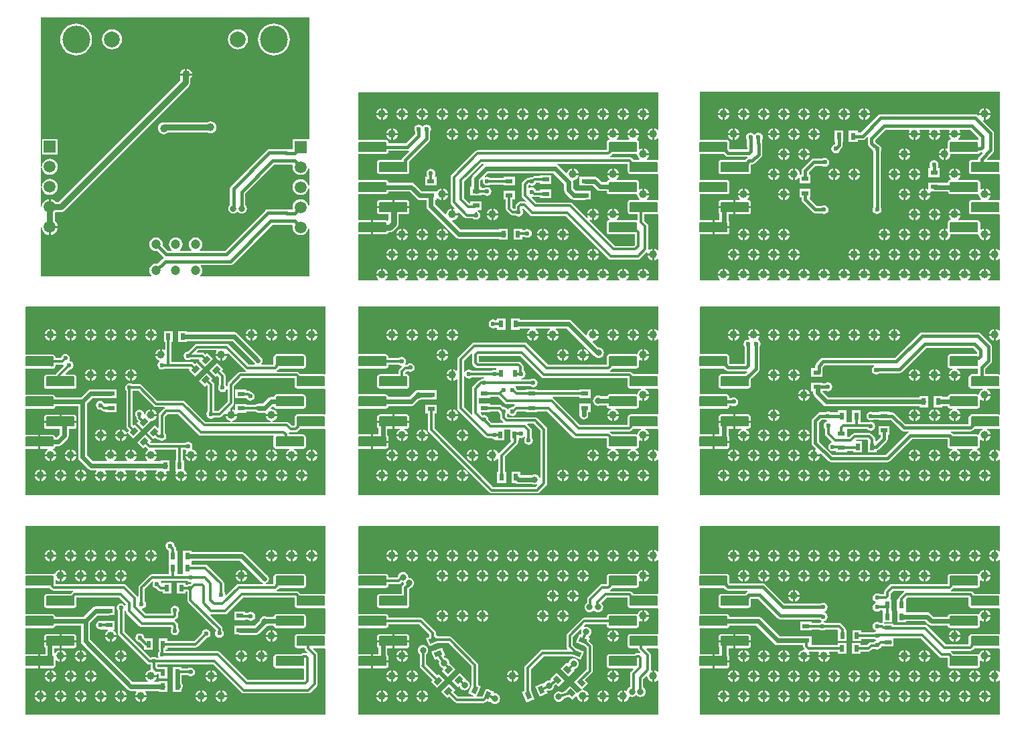
<source format=gbl>
G04*
G04 #@! TF.GenerationSoftware,Altium Limited,Altium Designer,20.0.1 (14)*
G04*
G04 Layer_Physical_Order=2*
G04 Layer_Color=16711680*
%FSTAX24Y24*%
%MOIN*%
G70*
G01*
G75*
%ADD16C,0.0118*%
%ADD47C,0.0236*%
%ADD48C,0.0157*%
%ADD49C,0.0150*%
%ADD50C,0.0315*%
%ADD51C,0.0394*%
%ADD52C,0.0472*%
%ADD53C,0.0591*%
%ADD54R,0.0591X0.0591*%
%ADD55C,0.0236*%
%ADD56C,0.0315*%
%ADD57C,0.0787*%
%ADD58C,0.1378*%
G04:AMPARAMS|DCode=59|XSize=140.2mil|YSize=50mil|CornerRadius=2.5mil|HoleSize=0mil|Usage=FLASHONLY|Rotation=180.000|XOffset=0mil|YOffset=0mil|HoleType=Round|Shape=RoundedRectangle|*
%AMROUNDEDRECTD59*
21,1,0.1402,0.0450,0,0,180.0*
21,1,0.1352,0.0500,0,0,180.0*
1,1,0.0050,-0.0676,0.0225*
1,1,0.0050,0.0676,0.0225*
1,1,0.0050,0.0676,-0.0225*
1,1,0.0050,-0.0676,-0.0225*
%
%ADD59ROUNDEDRECTD59*%
G04:AMPARAMS|DCode=60|XSize=23.6mil|YSize=35.4mil|CornerRadius=0mil|HoleSize=0mil|Usage=FLASHONLY|Rotation=247.500|XOffset=0mil|YOffset=0mil|HoleType=Round|Shape=Rectangle|*
%AMROTATEDRECTD60*
4,1,4,-0.0118,0.0177,0.0209,0.0041,0.0118,-0.0177,-0.0209,-0.0041,-0.0118,0.0177,0.0*
%
%ADD60ROTATEDRECTD60*%

G04:AMPARAMS|DCode=61|XSize=23.6mil|YSize=35.4mil|CornerRadius=0mil|HoleSize=0mil|Usage=FLASHONLY|Rotation=45.000|XOffset=0mil|YOffset=0mil|HoleType=Round|Shape=Rectangle|*
%AMROTATEDRECTD61*
4,1,4,0.0042,-0.0209,-0.0209,0.0042,-0.0042,0.0209,0.0209,-0.0042,0.0042,-0.0209,0.0*
%
%ADD61ROTATEDRECTD61*%

G04:AMPARAMS|DCode=62|XSize=23.6mil|YSize=35.4mil|CornerRadius=0mil|HoleSize=0mil|Usage=FLASHONLY|Rotation=202.500|XOffset=0mil|YOffset=0mil|HoleType=Round|Shape=Rectangle|*
%AMROTATEDRECTD62*
4,1,4,0.0041,0.0209,0.0177,-0.0118,-0.0041,-0.0209,-0.0177,0.0118,0.0041,0.0209,0.0*
%
%ADD62ROTATEDRECTD62*%

G04:AMPARAMS|DCode=63|XSize=23.6mil|YSize=35.4mil|CornerRadius=0mil|HoleSize=0mil|Usage=FLASHONLY|Rotation=157.500|XOffset=0mil|YOffset=0mil|HoleType=Round|Shape=Rectangle|*
%AMROTATEDRECTD63*
4,1,4,0.0177,0.0118,0.0041,-0.0209,-0.0177,-0.0118,-0.0041,0.0209,0.0177,0.0118,0.0*
%
%ADD63ROTATEDRECTD63*%

G04:AMPARAMS|DCode=64|XSize=23.6mil|YSize=35.4mil|CornerRadius=0mil|HoleSize=0mil|Usage=FLASHONLY|Rotation=315.000|XOffset=0mil|YOffset=0mil|HoleType=Round|Shape=Rectangle|*
%AMROTATEDRECTD64*
4,1,4,-0.0209,-0.0042,0.0042,0.0209,0.0209,0.0042,-0.0042,-0.0209,-0.0209,-0.0042,0.0*
%
%ADD64ROTATEDRECTD64*%

G04:AMPARAMS|DCode=65|XSize=23.6mil|YSize=35.4mil|CornerRadius=0mil|HoleSize=0mil|Usage=FLASHONLY|Rotation=112.500|XOffset=0mil|YOffset=0mil|HoleType=Round|Shape=Rectangle|*
%AMROTATEDRECTD65*
4,1,4,0.0209,-0.0041,-0.0118,-0.0177,-0.0209,0.0041,0.0118,0.0177,0.0209,-0.0041,0.0*
%
%ADD65ROTATEDRECTD65*%

%ADD66R,0.0354X0.0236*%
%ADD67R,0.0236X0.0354*%
G36*
X059757Y042752D02*
X059707Y042712D01*
X059697Y042713D01*
X059127D01*
X059107Y04276D01*
X059416Y043068D01*
X059416Y043068D01*
X059456Y043128D01*
X05947Y043197D01*
X05947Y043197D01*
Y043826D01*
X05947Y043826D01*
X059456Y043896D01*
X059455Y043897D01*
Y044055D01*
X059441Y044125D01*
X059401Y044184D01*
X059401Y044184D01*
X058925Y04466D01*
X058948Y044707D01*
X05895Y044707D01*
Y04495D01*
X058707D01*
X058707Y044948D01*
X05866Y044925D01*
X058656Y044929D01*
X058597Y044968D01*
X058527Y044982D01*
X058527Y044982D01*
X053828D01*
X053828Y044982D01*
X053758Y044968D01*
X053699Y044929D01*
X052847Y044077D01*
X052672D01*
Y044172D01*
X052236D01*
Y043617D01*
X052672D01*
Y043712D01*
X052922D01*
X052922Y043712D01*
X052992Y043726D01*
X053051Y043766D01*
X053151Y043865D01*
X053193Y043837D01*
X053182Y043779D01*
X053182Y043779D01*
Y04354D01*
X053182Y04354D01*
X053196Y04347D01*
X053235Y043411D01*
X053426Y04322D01*
X053434Y043179D01*
X053458Y043145D01*
Y040353D01*
X053434Y040318D01*
X053417Y040233D01*
X053434Y040148D01*
X053483Y040076D01*
X053555Y040028D01*
X05364Y040011D01*
X053725Y040028D01*
X053797Y040076D01*
X053845Y040148D01*
X053862Y040233D01*
X053845Y040318D01*
X053822Y040353D01*
Y043145D01*
X053845Y043179D01*
X053862Y043265D01*
X053845Y04335D01*
X053797Y043422D01*
X053725Y04347D01*
X053684Y043478D01*
X053546Y043616D01*
Y043704D01*
X054067Y044224D01*
X055235D01*
X055259Y044174D01*
X055241Y04415D01*
X055211Y044077D01*
X055207Y04405D01*
X055793D01*
X055789Y044077D01*
X055759Y04415D01*
X055741Y044174D01*
X055765Y044224D01*
X056235D01*
X056259Y044174D01*
X056241Y04415D01*
X056211Y044077D01*
X056207Y04405D01*
X056793D01*
X056789Y044077D01*
X056759Y04415D01*
X056741Y044174D01*
X056765Y044224D01*
X057235D01*
X057259Y044174D01*
X057241Y04415D01*
X057211Y044077D01*
X057207Y04405D01*
X057793D01*
X057789Y044077D01*
X057759Y04415D01*
X057741Y044174D01*
X057765Y044224D01*
X058289D01*
X058697Y043816D01*
Y043754D01*
X058647Y043713D01*
X058646Y043713D01*
X057696D01*
X057679Y043763D01*
X057712Y043788D01*
X057759Y04385D01*
X057789Y043923D01*
X057793Y04395D01*
X057207D01*
X057211Y043923D01*
X057241Y04385D01*
X057288Y043788D01*
X057321Y043763D01*
X057304Y043713D01*
X057295D01*
X057246Y043704D01*
X057205Y043676D01*
X057177Y043635D01*
X057167Y043586D01*
Y043306D01*
X057117Y043273D01*
X057077Y043289D01*
X05705Y043293D01*
Y043D01*
Y042707D01*
X057077Y042711D01*
X05715Y042741D01*
X057212Y042788D01*
X057259Y04285D01*
X057289Y042923D01*
X057299Y043D01*
X057307Y043009D01*
X058646D01*
X058695Y043018D01*
X058736Y043046D01*
X058763Y043086D01*
X058801D01*
X058801Y043086D01*
X058859Y043097D01*
X058887Y043055D01*
X058716Y042884D01*
X058677Y042825D01*
X058663Y042755D01*
X058635Y042713D01*
X058346D01*
X058297Y042704D01*
X058256Y042676D01*
X058228Y042635D01*
X058218Y042586D01*
Y042136D01*
X058228Y042087D01*
X058256Y042046D01*
X058297Y042018D01*
X058346Y042009D01*
X059697D01*
X059707Y04201D01*
X059757Y04197D01*
Y040752D01*
X059707Y040712D01*
X059697Y040713D01*
X059196D01*
X059179Y040763D01*
X059212Y040788D01*
X059259Y04085D01*
X059289Y040923D01*
X059293Y04095D01*
X059D01*
Y041D01*
X05895D01*
Y041293D01*
X058923Y041289D01*
X05885Y041259D01*
X058824Y041239D01*
X058774Y041264D01*
Y041586D01*
X058764Y041635D01*
X058736Y041676D01*
X058695Y041704D01*
X058646Y041713D01*
X057696D01*
X057679Y041763D01*
X057712Y041788D01*
X057759Y04185D01*
X057789Y041923D01*
X057793Y04195D01*
X057207D01*
X057211Y041923D01*
X057241Y04185D01*
X057288Y041788D01*
X057321Y041763D01*
X057304Y041713D01*
X057295D01*
X057246Y041704D01*
X057205Y041676D01*
X057177Y041635D01*
X057167Y041586D01*
Y041583D01*
X05655D01*
X056533Y041587D01*
X056533Y041587D01*
X056474D01*
X056453Y041582D01*
X056197D01*
Y041279D01*
X056152Y041257D01*
X05615Y041259D01*
X056077Y041289D01*
X05605Y041293D01*
Y04105D01*
X056293D01*
X056289Y041077D01*
X056278Y041105D01*
X056306Y041146D01*
X056453D01*
X056474Y041142D01*
X05652D01*
X056537Y041139D01*
X056537Y041139D01*
X057167D01*
Y041136D01*
X057177Y041087D01*
X057205Y041046D01*
X057246Y041018D01*
X057295Y041009D01*
X058646D01*
X058651Y04101D01*
X058658Y041008D01*
X058705Y040969D01*
X058711Y040923D01*
X058741Y04085D01*
X058788Y040788D01*
X058821Y040763D01*
X058804Y040713D01*
X058346D01*
X058297Y040704D01*
X058256Y040676D01*
X058228Y040635D01*
X058218Y040586D01*
Y040136D01*
X058228Y040087D01*
X058256Y040046D01*
X058297Y040018D01*
X058346Y040009D01*
X059697D01*
X059707Y04001D01*
X059757Y03997D01*
Y038227D01*
X059745Y038223D01*
X059707Y038215D01*
X05965Y038259D01*
X059577Y038289D01*
X05955Y038293D01*
Y038D01*
Y037707D01*
X059577Y037711D01*
X05965Y037741D01*
X059707Y037785D01*
X059745Y037777D01*
X059757Y037773D01*
Y036702D01*
X059182D01*
X059165Y036752D01*
X059212Y036788D01*
X059259Y03685D01*
X059289Y036923D01*
X059293Y03695D01*
X058707D01*
X058711Y036923D01*
X058741Y03685D01*
X058788Y036788D01*
X058835Y036752D01*
X058818Y036702D01*
X058182D01*
X058165Y036752D01*
X058212Y036788D01*
X058259Y03685D01*
X058289Y036923D01*
X058293Y03695D01*
X057707D01*
X057711Y036923D01*
X057741Y03685D01*
X057788Y036788D01*
X057835Y036752D01*
X057818Y036702D01*
X057182D01*
X057165Y036752D01*
X057212Y036788D01*
X057259Y03685D01*
X057289Y036923D01*
X057293Y03695D01*
X056707D01*
X056711Y036923D01*
X056741Y03685D01*
X056788Y036788D01*
X056835Y036752D01*
X056818Y036702D01*
X056182D01*
X056165Y036752D01*
X056212Y036788D01*
X056259Y03685D01*
X056289Y036923D01*
X056293Y03695D01*
X055707D01*
X055711Y036923D01*
X055741Y03685D01*
X055788Y036788D01*
X055835Y036752D01*
X055818Y036702D01*
X055182D01*
X055165Y036752D01*
X055212Y036788D01*
X055259Y03685D01*
X055289Y036923D01*
X055293Y03695D01*
X054707D01*
X054711Y036923D01*
X054741Y03685D01*
X054788Y036788D01*
X054835Y036752D01*
X054818Y036702D01*
X054182D01*
X054165Y036752D01*
X054212Y036788D01*
X054259Y03685D01*
X054289Y036923D01*
X054293Y03695D01*
X053707D01*
X053711Y036923D01*
X053741Y03685D01*
X053788Y036788D01*
X053835Y036752D01*
X053818Y036702D01*
X053182D01*
X053165Y036752D01*
X053212Y036788D01*
X053259Y03685D01*
X053289Y036923D01*
X053293Y03695D01*
X052707D01*
X052711Y036923D01*
X052741Y03685D01*
X052788Y036788D01*
X052835Y036752D01*
X052818Y036702D01*
X052182D01*
X052165Y036752D01*
X052212Y036788D01*
X052259Y03685D01*
X052289Y036923D01*
X052293Y03695D01*
X051707D01*
X051711Y036923D01*
X051741Y03685D01*
X051788Y036788D01*
X051835Y036752D01*
X051818Y036702D01*
X051182D01*
X051165Y036752D01*
X051212Y036788D01*
X051259Y03685D01*
X051289Y036923D01*
X051293Y03695D01*
X050707D01*
X050711Y036923D01*
X050741Y03685D01*
X050788Y036788D01*
X050835Y036752D01*
X050818Y036702D01*
X050182D01*
X050165Y036752D01*
X050212Y036788D01*
X050259Y03685D01*
X050289Y036923D01*
X050293Y03695D01*
X049707D01*
X049711Y036923D01*
X049741Y03685D01*
X049788Y036788D01*
X049835Y036752D01*
X049818Y036702D01*
X049182D01*
X049165Y036752D01*
X049212Y036788D01*
X049259Y03685D01*
X049289Y036923D01*
X049293Y03695D01*
X048707D01*
X048711Y036923D01*
X048741Y03685D01*
X048788Y036788D01*
X048835Y036752D01*
X048818Y036702D01*
X048182D01*
X048165Y036752D01*
X048212Y036788D01*
X048259Y03685D01*
X048289Y036923D01*
X048293Y03695D01*
X047707D01*
X047711Y036923D01*
X047741Y03685D01*
X047788Y036788D01*
X047835Y036752D01*
X047818Y036702D01*
X047182D01*
X047165Y036752D01*
X047212Y036788D01*
X047259Y03685D01*
X047289Y036923D01*
X047293Y03695D01*
X046707D01*
X046711Y036923D01*
X046741Y03685D01*
X046788Y036788D01*
X046835Y036752D01*
X046818Y036702D01*
X046182D01*
X046165Y036752D01*
X046212Y036788D01*
X046259Y03685D01*
X046289Y036923D01*
X046293Y03695D01*
X045707D01*
X045711Y036923D01*
X045741Y03685D01*
X045788Y036788D01*
X045835Y036752D01*
X045818Y036702D01*
X044816D01*
Y039D01*
X044826Y039009D01*
X045452D01*
Y039361D01*
Y039713D01*
X044826D01*
X044816Y039722D01*
Y041D01*
X044826Y041009D01*
X046178D01*
X046227Y041018D01*
X046268Y041046D01*
X046295Y041087D01*
X046305Y041136D01*
Y041586D01*
X046295Y041635D01*
X046268Y041676D01*
X046227Y041704D01*
X046178Y041713D01*
X044826D01*
X044816Y041722D01*
Y043D01*
X044826Y043009D01*
X046008D01*
X046087Y042929D01*
X046087Y042929D01*
X046147Y042889D01*
X046216Y042876D01*
X047178D01*
X047187Y042826D01*
X047139Y042793D01*
X047139Y042793D01*
X047059Y042713D01*
X045877D01*
X045829Y042704D01*
X045787Y042676D01*
X04576Y042635D01*
X04575Y042586D01*
Y042136D01*
X04576Y042087D01*
X045787Y042046D01*
X045829Y042018D01*
X045877Y042009D01*
X047229D01*
X047278Y042018D01*
X047319Y042046D01*
X047347Y042087D01*
X047356Y042136D01*
Y042482D01*
X047433D01*
X047433Y042482D01*
X047502Y042496D01*
X047562Y042535D01*
X047884Y042858D01*
X047884Y042858D01*
X047924Y042917D01*
X047938Y042987D01*
X047938Y042987D01*
Y043513D01*
X047938Y043513D01*
X047924Y043583D01*
X047916Y043594D01*
Y04373D01*
X04794Y043764D01*
X047957Y04385D01*
X04794Y043935D01*
X047892Y044007D01*
X047819Y044055D01*
X047734Y044072D01*
X047649Y044055D01*
X047577Y044007D01*
X047562Y043985D01*
X047512D01*
X047498Y044007D01*
X047426Y044055D01*
X047341Y044072D01*
X047255Y044055D01*
X047183Y044007D01*
X047135Y043935D01*
X047118Y04385D01*
X047135Y043764D01*
X047158Y04373D01*
Y043371D01*
X047158Y043371D01*
X047172Y043302D01*
X04718Y043291D01*
Y04324D01*
X046305D01*
Y043586D01*
X046295Y043635D01*
X046268Y043676D01*
X046227Y043704D01*
X046178Y043713D01*
X044826D01*
X044816Y043722D01*
Y046102D01*
X059757D01*
Y042752D01*
D02*
G37*
G36*
X042769Y044219D02*
X042719Y044202D01*
X042712Y044212D01*
X04265Y044259D01*
X042577Y044289D01*
X04255Y044293D01*
Y044D01*
Y043707D01*
X042577Y043711D01*
X04265Y043741D01*
X042712Y043788D01*
X042719Y043798D01*
X042769Y043781D01*
Y042752D01*
X042736Y042718D01*
X042719Y042712D01*
X042709Y042713D01*
X042196D01*
X042179Y042763D01*
X042212Y042788D01*
X042259Y04285D01*
X042289Y042923D01*
X042293Y04295D01*
X042D01*
Y043D01*
X04195D01*
Y043293D01*
X041923Y043289D01*
X04185Y043259D01*
X041836Y043248D01*
X041786Y043273D01*
Y043586D01*
X041776Y043635D01*
X041748Y043676D01*
X041707Y043704D01*
X041688Y043707D01*
X041676Y043761D01*
X041712Y043788D01*
X041759Y04385D01*
X041789Y043923D01*
X041793Y04395D01*
X041207D01*
X041211Y043923D01*
X041241Y04385D01*
X041288Y043788D01*
X041321Y043763D01*
X041304Y043713D01*
X040696D01*
X040679Y043763D01*
X040712Y043788D01*
X040759Y04385D01*
X040789Y043923D01*
X040793Y04395D01*
X040207D01*
X040211Y043923D01*
X040241Y04385D01*
X040288Y043788D01*
X040321Y043763D01*
X040308Y043719D01*
X040304Y043713D01*
X040258Y043704D01*
X040216Y043676D01*
X040189Y043635D01*
X040179Y043586D01*
Y0432D01*
X033768D01*
X033706Y043188D01*
X033653Y043153D01*
X032462Y041962D01*
X032427Y041909D01*
X032415Y041847D01*
Y040598D01*
X032427Y040536D01*
X032462Y040483D01*
X03262Y040326D01*
X032591Y040283D01*
X032577Y040289D01*
X03255Y040293D01*
Y04005D01*
X032793D01*
X032789Y040077D01*
X032783Y040091D01*
X032826Y04012D01*
X033103Y039843D01*
X033155Y039808D01*
X033217Y039795D01*
X033529D01*
X033594Y039752D01*
X033679Y039735D01*
X033764Y039752D01*
X033836Y0398D01*
X033885Y039872D01*
X033902Y039957D01*
X033885Y040043D01*
X033836Y040115D01*
X033803Y040137D01*
X033794Y040151D01*
X033771Y040166D01*
X033786Y040216D01*
X033956D01*
Y040652D01*
X033402D01*
Y040554D01*
X033352Y040553D01*
X033093Y040812D01*
Y041633D01*
X033982Y042522D01*
X03407D01*
X034085Y042472D01*
X034034Y042438D01*
X034034Y042438D01*
X033522Y041926D01*
X033474Y041854D01*
X033457Y041769D01*
X033457Y041769D01*
Y041367D01*
X033402D01*
Y040931D01*
X033658D01*
X033679Y040927D01*
X033701Y040931D01*
X033956D01*
Y040982D01*
X034073D01*
X034073Y040981D01*
X034145Y040933D01*
X03423Y040916D01*
X034315Y040933D01*
X034388Y040981D01*
X034436Y041053D01*
X034453Y041139D01*
X034436Y041224D01*
X034388Y041296D01*
X034315Y041344D01*
X03423Y041361D01*
X034145Y041344D01*
X034088Y041306D01*
X033956D01*
Y041367D01*
X033902D01*
Y041676D01*
X033982Y041757D01*
X034003Y041746D01*
X034023Y041727D01*
X034008Y04165D01*
X034025Y041565D01*
X034073Y041493D01*
X034145Y041445D01*
X03423Y041428D01*
X034315Y041445D01*
X034388Y041493D01*
X034388Y041494D01*
X035056D01*
Y041443D01*
X03561D01*
Y041879D01*
X035056D01*
Y041818D01*
X034372D01*
X034315Y041856D01*
X03423Y041873D01*
X034153Y041857D01*
X034134Y041878D01*
X034124Y041899D01*
X034283Y042058D01*
X037524D01*
X038063Y041519D01*
Y041217D01*
X038063Y041217D01*
X03808Y041132D01*
X038128Y04106D01*
X038399Y040789D01*
X038399Y040789D01*
X038472Y040741D01*
X038557Y040724D01*
X039112D01*
X039134Y040728D01*
X039389D01*
Y041164D01*
X039134D01*
X039112Y041168D01*
X038649D01*
X038508Y041309D01*
Y041611D01*
X0385Y041653D01*
X0385Y041653D01*
X03854Y041706D01*
X038577Y041711D01*
X03865Y041741D01*
X038712Y041788D01*
X038759Y04185D01*
X038789Y041923D01*
X038793Y04195D01*
X0385D01*
Y042D01*
X03845D01*
Y042293D01*
X038423Y042289D01*
X03835Y042259D01*
X038288Y042212D01*
X038241Y04215D01*
X038211Y042077D01*
X038209Y042065D01*
X038162Y042049D01*
X037773Y042438D01*
X037722Y042472D01*
X037737Y042522D01*
X04123D01*
Y042136D01*
X04124Y042087D01*
X041268Y042046D01*
X041309Y042018D01*
X041358Y042009D01*
X042709D01*
X042719Y04201D01*
X042769Y04197D01*
Y040752D01*
X042719Y040712D01*
X042709Y040713D01*
X042196D01*
X042179Y040763D01*
X042212Y040788D01*
X042259Y04085D01*
X042289Y040923D01*
X042293Y04095D01*
X042D01*
Y041D01*
X04195D01*
Y041293D01*
X041923Y041289D01*
X04185Y041259D01*
X041836Y041248D01*
X041786Y041273D01*
Y041586D01*
X041776Y041635D01*
X041748Y041676D01*
X041707Y041704D01*
X041658Y041713D01*
X040696D01*
X040679Y041763D01*
X040712Y041788D01*
X040759Y04185D01*
X040789Y041923D01*
X040793Y04195D01*
X040207D01*
X040211Y041923D01*
X040241Y04185D01*
X040288Y041788D01*
X040321Y041763D01*
X040308Y041719D01*
X040304Y041713D01*
X040258Y041704D01*
X040216Y041676D01*
X040189Y041635D01*
X040183Y041608D01*
X039942D01*
X039731Y041818D01*
X039659Y041866D01*
X039574Y041883D01*
X039574Y041883D01*
X039112D01*
X039091Y041879D01*
X038835D01*
Y041443D01*
X039091D01*
X039112Y041439D01*
X039482D01*
X039692Y041228D01*
X039692Y041228D01*
X039765Y04118D01*
X03985Y041163D01*
X03985Y041163D01*
X040179D01*
Y041136D01*
X040189Y041087D01*
X040216Y041046D01*
X040258Y041018D01*
X040307Y041009D01*
X041651D01*
X04166Y041007D01*
X041705Y040967D01*
X041711Y040923D01*
X041741Y04085D01*
X041788Y040788D01*
X041821Y040763D01*
X041804Y040713D01*
X041358D01*
X041309Y040704D01*
X041268Y040676D01*
X04124Y040635D01*
X04123Y040586D01*
Y040136D01*
X04124Y040087D01*
X041268Y040046D01*
X041309Y040018D01*
X041358Y040009D01*
X041728D01*
Y039745D01*
X041678Y039709D01*
X041658Y039713D01*
X040696D01*
X040679Y039763D01*
X040712Y039788D01*
X040759Y03985D01*
X040789Y039923D01*
X040793Y03995D01*
X040207D01*
X040211Y039923D01*
X040241Y03985D01*
X040288Y039788D01*
X040321Y039763D01*
X040308Y039719D01*
X040304Y039713D01*
X040258Y039704D01*
X040216Y039676D01*
X040189Y039635D01*
X040179Y039586D01*
Y039136D01*
X040189Y039087D01*
X040216Y039046D01*
X040258Y039018D01*
X040307Y039009D01*
X04117D01*
X041173Y039008D01*
X041589D01*
Y038489D01*
X041527Y038427D01*
X040597D01*
X039323Y0397D01*
X03935Y039741D01*
X039423Y039711D01*
X03945Y039707D01*
Y03995D01*
X039207D01*
X039211Y039923D01*
X039241Y03985D01*
X0392Y039823D01*
X038479Y040545D01*
X038426Y04058D01*
X038364Y040592D01*
X036699D01*
X036462Y040829D01*
X036475Y040887D01*
X036496Y040895D01*
X036527Y040875D01*
X036589Y040863D01*
X036867D01*
Y040807D01*
X037421D01*
Y041243D01*
X036867D01*
Y041187D01*
X036668D01*
X036664Y041208D01*
X036616Y04128D01*
X036544Y041328D01*
X036459Y041345D01*
X036374Y041328D01*
X036332Y041301D01*
X036282Y041327D01*
Y041426D01*
X036321Y041464D01*
X036374Y041429D01*
X036459Y041412D01*
X036544Y041429D01*
X036616Y041477D01*
X036664Y04155D01*
X03667Y041578D01*
X036867D01*
Y041522D01*
X037421D01*
Y041958D01*
X036867D01*
Y041902D01*
X036596D01*
X036534Y04189D01*
X036481Y041854D01*
X03648Y041853D01*
X036459Y041857D01*
X036374Y04184D01*
X036309Y041797D01*
X036262D01*
X0362Y041784D01*
X036147Y041749D01*
X036005Y041608D01*
X03597Y041555D01*
X035958Y041493D01*
Y040942D01*
X03597Y04088D01*
X036005Y040827D01*
X036166Y040666D01*
X03614Y040622D01*
X036091Y040631D01*
X035884D01*
X035822Y040619D01*
X035769Y040584D01*
X03569Y040505D01*
X035655Y040453D01*
X035643Y040391D01*
Y040277D01*
X035557D01*
X035495Y04034D01*
Y040728D01*
X03561D01*
Y041164D01*
X035056D01*
Y040728D01*
X035171D01*
Y040272D01*
X035183Y04021D01*
X035218Y040158D01*
X035375Y04D01*
X035428Y039965D01*
X03549Y039953D01*
X035655D01*
X03572Y03991D01*
X035805Y039893D01*
X03589Y03991D01*
X035962Y039958D01*
X036011Y04003D01*
X036028Y040115D01*
X036011Y0402D01*
X035983Y040241D01*
X036003Y040292D01*
X036035Y040297D01*
X03637Y039961D01*
X036423Y039926D01*
X036485Y039913D01*
X03815D01*
X040268Y037796D01*
X040321Y03776D01*
X040383Y037748D01*
X04174D01*
X041803Y03776D01*
X041855Y037796D01*
X042171Y038111D01*
X042213Y038083D01*
X042211Y038077D01*
X042207Y03805D01*
X04245D01*
Y038293D01*
X042423Y038289D01*
X04235Y038259D01*
X042309Y038228D01*
X042264Y038256D01*
X042268Y038275D01*
Y039406D01*
X042255Y039468D01*
X04222Y03952D01*
X042053Y039688D01*
Y040009D01*
X042709D01*
X042719Y04001D01*
X042769Y03997D01*
Y038219D01*
X042719Y038202D01*
X042712Y038212D01*
X04265Y038259D01*
X042577Y038289D01*
X04255Y038293D01*
Y038D01*
Y037707D01*
X042577Y037711D01*
X04265Y037741D01*
X042712Y037788D01*
X042719Y037798D01*
X042769Y037781D01*
Y036702D01*
X042182D01*
X042165Y036752D01*
X042212Y036788D01*
X042259Y03685D01*
X042289Y036923D01*
X042293Y03695D01*
X041707D01*
X041711Y036923D01*
X041741Y03685D01*
X041788Y036788D01*
X041835Y036752D01*
X041818Y036702D01*
X041182D01*
X041165Y036752D01*
X041212Y036788D01*
X041259Y03685D01*
X041289Y036923D01*
X041293Y03695D01*
X040707D01*
X040711Y036923D01*
X040741Y03685D01*
X040788Y036788D01*
X040835Y036752D01*
X040818Y036702D01*
X040182D01*
X040165Y036752D01*
X040212Y036788D01*
X040259Y03685D01*
X040289Y036923D01*
X040293Y03695D01*
X039707D01*
X039711Y036923D01*
X039741Y03685D01*
X039788Y036788D01*
X039835Y036752D01*
X039818Y036702D01*
X039182D01*
X039165Y036752D01*
X039212Y036788D01*
X039259Y03685D01*
X039289Y036923D01*
X039293Y03695D01*
X038707D01*
X038711Y036923D01*
X038741Y03685D01*
X038788Y036788D01*
X038835Y036752D01*
X038818Y036702D01*
X038182D01*
X038165Y036752D01*
X038212Y036788D01*
X038259Y03685D01*
X038289Y036923D01*
X038293Y03695D01*
X037707D01*
X037711Y036923D01*
X037741Y03685D01*
X037788Y036788D01*
X037835Y036752D01*
X037818Y036702D01*
X037182D01*
X037165Y036752D01*
X037212Y036788D01*
X037259Y03685D01*
X037289Y036923D01*
X037293Y03695D01*
X036707D01*
X036711Y036923D01*
X036741Y03685D01*
X036788Y036788D01*
X036835Y036752D01*
X036818Y036702D01*
X036182D01*
X036165Y036752D01*
X036212Y036788D01*
X036259Y03685D01*
X036289Y036923D01*
X036293Y03695D01*
X035707D01*
X035711Y036923D01*
X035741Y03685D01*
X035788Y036788D01*
X035835Y036752D01*
X035818Y036702D01*
X035182D01*
X035165Y036752D01*
X035212Y036788D01*
X035259Y03685D01*
X035289Y036923D01*
X035293Y03695D01*
X034707D01*
X034711Y036923D01*
X034741Y03685D01*
X034788Y036788D01*
X034835Y036752D01*
X034818Y036702D01*
X034182D01*
X034165Y036752D01*
X034212Y036788D01*
X034259Y03685D01*
X034289Y036923D01*
X034293Y03695D01*
X033707D01*
X033711Y036923D01*
X033741Y03685D01*
X033788Y036788D01*
X033835Y036752D01*
X033818Y036702D01*
X033182D01*
X033165Y036752D01*
X033212Y036788D01*
X033259Y03685D01*
X033289Y036923D01*
X033293Y03695D01*
X032707D01*
X032711Y036923D01*
X032741Y03685D01*
X032788Y036788D01*
X032835Y036752D01*
X032818Y036702D01*
X032182D01*
X032165Y036752D01*
X032212Y036788D01*
X032259Y03685D01*
X032289Y036923D01*
X032293Y03695D01*
X031707D01*
X031711Y036923D01*
X031741Y03685D01*
X031788Y036788D01*
X031835Y036752D01*
X031818Y036702D01*
X031182D01*
X031165Y036752D01*
X031212Y036788D01*
X031259Y03685D01*
X031289Y036923D01*
X031293Y03695D01*
X030707D01*
X030711Y036923D01*
X030741Y03685D01*
X030788Y036788D01*
X030835Y036752D01*
X030818Y036702D01*
X030182D01*
X030165Y036752D01*
X030212Y036788D01*
X030259Y03685D01*
X030289Y036923D01*
X030293Y03695D01*
X029707D01*
X029711Y036923D01*
X029741Y03685D01*
X029788Y036788D01*
X029835Y036752D01*
X029818Y036702D01*
X029182D01*
X029165Y036752D01*
X029212Y036788D01*
X029259Y03685D01*
X029289Y036923D01*
X029293Y03695D01*
X028707D01*
X028711Y036923D01*
X028741Y03685D01*
X028788Y036788D01*
X028835Y036752D01*
X028818Y036702D01*
X027828D01*
Y039D01*
X027838Y039009D01*
X028464D01*
Y039361D01*
Y039713D01*
X027838D01*
X027828Y039722D01*
Y041D01*
X027838Y041009D01*
X02919D01*
X029238Y041018D01*
X02928Y041046D01*
X029307Y041087D01*
X029317Y041136D01*
Y041139D01*
X030372D01*
X030737Y040774D01*
X030809Y040726D01*
X030894Y040709D01*
X030894Y040709D01*
X031213D01*
Y040402D01*
X031213Y040402D01*
X03123Y040317D01*
X031278Y040245D01*
X032668Y038855D01*
X032668Y038855D01*
X03274Y038807D01*
X032825Y03879D01*
X034828D01*
Y038735D01*
X035265D01*
Y038991D01*
X035269Y039013D01*
X035265Y039034D01*
Y03929D01*
X034828D01*
Y039235D01*
X032917D01*
X032499Y039653D01*
X032519Y039703D01*
X032577Y039711D01*
X03265Y039741D01*
X032712Y039788D01*
X032759Y03985D01*
X032789Y039923D01*
X032793Y03995D01*
X0325D01*
Y04D01*
X03245D01*
Y040293D01*
X032423Y040289D01*
X03235Y040259D01*
X032288Y040212D01*
X032241Y04015D01*
X032211Y040077D01*
X032203Y040019D01*
X032153Y039999D01*
X031657Y040495D01*
Y040713D01*
X031712D01*
Y040805D01*
X031762Y040822D01*
X031788Y040788D01*
X03185Y040741D01*
X031923Y040711D01*
X03195Y040707D01*
Y041D01*
Y041293D01*
X031923Y041289D01*
X03185Y041259D01*
X031788Y041212D01*
X031755Y041169D01*
X031712Y041149D01*
X031712Y041149D01*
X031712Y041149D01*
X031456D01*
X031435Y041154D01*
X030987D01*
X030622Y041518D01*
X03055Y041566D01*
X030465Y041583D01*
X030465Y041583D01*
X029317D01*
Y041586D01*
X029307Y041635D01*
X02928Y041676D01*
X029238Y041704D01*
X02919Y041713D01*
X027838D01*
X027828Y041722D01*
Y043D01*
X027838Y043009D01*
X02919D01*
X029238Y043018D01*
X02928Y043046D01*
X029307Y043087D01*
X029317Y043136D01*
Y043179D01*
X030263D01*
X030263Y043179D01*
X030321Y04319D01*
X03035Y043148D01*
X030042Y04284D01*
X030003Y042782D01*
X02999Y042714D01*
Y042713D01*
X028889D01*
X02884Y042704D01*
X028799Y042676D01*
X028771Y042635D01*
X028762Y042586D01*
Y042136D01*
X028771Y042087D01*
X028799Y042046D01*
X02884Y042018D01*
X028889Y042009D01*
X030241D01*
X03029Y042018D01*
X030331Y042046D01*
X030358Y042087D01*
X030368Y042136D01*
Y042586D01*
X030358Y042635D01*
X030352Y042645D01*
X031348Y043642D01*
X031348Y043642D01*
X031387Y0437D01*
X031401Y043768D01*
X031401Y043768D01*
Y044123D01*
X031428Y044164D01*
X031445Y044249D01*
X031428Y044334D01*
X031379Y044406D01*
X031307Y044454D01*
X031222Y044471D01*
X031137Y044454D01*
X031065Y044406D01*
X03105Y044384D01*
X031D01*
X030986Y044406D01*
X030914Y044454D01*
X030829Y044471D01*
X030743Y044454D01*
X030671Y044406D01*
X030623Y044334D01*
X030606Y044249D01*
X030623Y044164D01*
X030646Y044129D01*
Y044002D01*
X030188Y043543D01*
X029317D01*
Y043586D01*
X029307Y043635D01*
X02928Y043676D01*
X029238Y043704D01*
X02919Y043713D01*
X027838D01*
X027828Y043722D01*
Y046094D01*
X042769Y046094D01*
Y044219D01*
D02*
G37*
G36*
X025387Y043773D02*
X025344Y043756D01*
X025337Y043756D01*
X024554D01*
Y04324D01*
X024233D01*
X024214Y043244D01*
X024214Y043244D01*
X02339D01*
X02339Y043244D01*
X02332Y04323D01*
X023261Y043191D01*
X023261Y043191D01*
X021483Y041413D01*
X021444Y041354D01*
X02143Y041284D01*
X02143Y041284D01*
Y040487D01*
X021418Y040478D01*
X021377Y040424D01*
X021351Y040361D01*
X021342Y040294D01*
X021351Y040227D01*
X021377Y040164D01*
X021418Y04011D01*
X021472Y040069D01*
X021534Y040043D01*
X021602Y040034D01*
X021669Y040043D01*
X021731Y040069D01*
X021785Y04011D01*
X021833D01*
X021887Y040069D01*
X021949Y040043D01*
X022017Y040034D01*
X022084Y040043D01*
X022146Y040069D01*
X0222Y04011D01*
X022241Y040164D01*
X022267Y040227D01*
X022276Y040294D01*
X022267Y040361D01*
X022241Y040424D01*
X0222Y040478D01*
X022188Y040487D01*
Y041045D01*
X023629Y042486D01*
X024035D01*
X024054Y042482D01*
X024518D01*
X024522Y04248D01*
X024559Y042432D01*
X02455Y042361D01*
X024564Y042258D01*
X024604Y042162D01*
X024667Y042079D01*
X024749Y042016D01*
X024846Y041976D01*
X024949Y041962D01*
X025052Y041976D01*
X025148Y042016D01*
X025231Y042079D01*
X025294Y042162D01*
X025334Y042258D01*
X025337Y042282D01*
X025387Y042278D01*
Y041444D01*
X025337Y041441D01*
X025334Y041464D01*
X025294Y04156D01*
X025231Y041643D01*
X025148Y041706D01*
X025052Y041746D01*
X024949Y04176D01*
X024846Y041746D01*
X024749Y041706D01*
X024667Y041643D01*
X024604Y04156D01*
X024564Y041464D01*
X02455Y041361D01*
X024564Y041258D01*
X024604Y041162D01*
X024667Y041079D01*
X024749Y041016D01*
X024846Y040976D01*
X024949Y040962D01*
X025052Y040976D01*
X025148Y041016D01*
X025231Y041079D01*
X025294Y041162D01*
X025334Y041258D01*
X025337Y041282D01*
X025387Y041278D01*
Y040444D01*
X025337Y040441D01*
X025334Y040464D01*
X025294Y04056D01*
X025231Y040643D01*
X025148Y040706D01*
X025052Y040746D01*
X024949Y04076D01*
X024846Y040746D01*
X024749Y040706D01*
X024667Y040643D01*
X024604Y04056D01*
X024564Y040464D01*
X02455Y040361D01*
X024559Y04029D01*
X024522Y040242D01*
X024518Y04024D01*
X024271D01*
X024251Y040244D01*
X024251Y040244D01*
X023306D01*
X023306Y040244D01*
X023237Y04023D01*
X023178Y040191D01*
X023178Y040191D01*
X02118Y038193D01*
X019953D01*
X019936Y038243D01*
X019962Y038263D01*
X020016Y038333D01*
X02005Y038415D01*
X020062Y038503D01*
X02005Y038591D01*
X020016Y038672D01*
X019962Y038743D01*
X019892Y038796D01*
X01981Y03883D01*
X019722Y038842D01*
X019635Y03883D01*
X019553Y038796D01*
X019483Y038743D01*
X019429Y038672D01*
X019395Y038591D01*
X019383Y038503D01*
X019395Y038415D01*
X019429Y038333D01*
X019483Y038263D01*
X019509Y038243D01*
X019492Y038193D01*
X018969D01*
X018952Y038243D01*
X018978Y038263D01*
X019032Y038333D01*
X019066Y038415D01*
X019077Y038503D01*
X019066Y038591D01*
X019032Y038672D01*
X018978Y038743D01*
X018908Y038796D01*
X018826Y03883D01*
X018738Y038842D01*
X01865Y03883D01*
X018569Y038796D01*
X018498Y038743D01*
X018444Y038672D01*
X018411Y038591D01*
X018399Y038503D01*
X018411Y038415D01*
X018444Y038333D01*
X018498Y038263D01*
X018525Y038243D01*
X018508Y038193D01*
X018322D01*
X018084Y038431D01*
X018093Y038503D01*
X018082Y038591D01*
X018048Y038672D01*
X017994Y038743D01*
X017924Y038796D01*
X017842Y03883D01*
X017754Y038842D01*
X017666Y03883D01*
X017584Y038796D01*
X017514Y038743D01*
X01746Y038672D01*
X017426Y038591D01*
X017415Y038503D01*
X017426Y038415D01*
X01746Y038333D01*
X017514Y038263D01*
X017584Y038209D01*
X017666Y038175D01*
X017754Y038164D01*
X017826Y038173D01*
X018117Y037882D01*
X018117Y037882D01*
X018129Y037874D01*
X018131Y037859D01*
X018125Y037817D01*
X018078Y037785D01*
X017826Y037533D01*
X017754Y037543D01*
X017666Y037531D01*
X017584Y037497D01*
X017514Y037443D01*
X01746Y037373D01*
X017426Y037291D01*
X017415Y037204D01*
X017426Y037116D01*
X01746Y037034D01*
X017514Y036964D01*
X017533Y036949D01*
X017516Y036899D01*
X01202D01*
X01202Y039357D01*
X01207Y03936D01*
X012083Y039262D01*
X012123Y039166D01*
X012187Y039083D01*
X012269Y03902D01*
X012365Y03898D01*
X012419Y038973D01*
Y039365D01*
X012469D01*
Y039415D01*
X012861D01*
X012854Y039468D01*
X012814Y039564D01*
X01275Y039647D01*
X012728Y039664D01*
Y040066D01*
X01275Y040083D01*
X012767Y040105D01*
X01303D01*
X013097Y040114D01*
X013159Y04014D01*
X013213Y040181D01*
X013254Y040235D01*
X013265Y040261D01*
X019394Y04639D01*
X019436Y046444D01*
X019461Y046506D01*
X01947Y046574D01*
Y046767D01*
X019509Y046818D01*
X019539Y04689D01*
X019543Y046917D01*
X018951D01*
Y046681D01*
X012894Y040625D01*
X012767D01*
X01275Y040647D01*
X012668Y04071D01*
X012572Y04075D01*
X012519Y040757D01*
Y040365D01*
X012419D01*
Y040757D01*
X012365Y04075D01*
X012269Y04071D01*
X012187Y040647D01*
X012123Y040564D01*
X012083Y040468D01*
X01207Y04037D01*
X01202Y040373D01*
Y041357D01*
X01207Y04136D01*
X012075Y041323D01*
X012083Y041262D01*
X012123Y041166D01*
X012187Y041083D01*
X012269Y04102D01*
X012365Y04098D01*
X012469Y040966D01*
X012572Y04098D01*
X012668Y04102D01*
X01275Y041083D01*
X012814Y041166D01*
X012854Y041262D01*
X012867Y041365D01*
X012854Y041468D01*
X012814Y041564D01*
X01275Y041647D01*
X012668Y04171D01*
X012572Y04175D01*
X012469Y041764D01*
X012365Y04175D01*
X012269Y04171D01*
X012187Y041647D01*
X012123Y041564D01*
X012083Y041468D01*
X012075Y041407D01*
X01207Y04137D01*
X01202Y041373D01*
Y042357D01*
X01207Y04236D01*
X012075Y042323D01*
X012083Y042262D01*
X012123Y042166D01*
X012187Y042083D01*
X012269Y04202D01*
X012365Y04198D01*
X012469Y041966D01*
X012572Y04198D01*
X012668Y04202D01*
X01275Y042083D01*
X012814Y042166D01*
X012854Y042262D01*
X012867Y042365D01*
X012854Y042468D01*
X012814Y042564D01*
X01275Y042647D01*
X012668Y04271D01*
X012572Y04275D01*
X012469Y042764D01*
X012365Y04275D01*
X012269Y04271D01*
X012187Y042647D01*
X012123Y042564D01*
X012083Y042468D01*
X012075Y042407D01*
X01207Y04237D01*
X01202Y042373D01*
X01202Y049817D01*
X025387Y049817D01*
Y043773D01*
D02*
G37*
G36*
X04166Y043007D02*
X041705Y042967D01*
X041711Y042923D01*
X041741Y04285D01*
X041788Y042788D01*
X041821Y042763D01*
X041804Y042713D01*
X041517D01*
X041506Y042729D01*
X041437Y042799D01*
X041385Y042834D01*
X041323Y042846D01*
X040357D01*
X040345Y042896D01*
X040386Y042924D01*
X040455Y042993D01*
X040466Y043009D01*
X041651D01*
X04166Y043007D01*
D02*
G37*
G36*
X024092Y039482D02*
X024518D01*
X024522Y03948D01*
X024559Y039432D01*
X02455Y039361D01*
X024564Y039258D01*
X024604Y039162D01*
X024667Y039079D01*
X024749Y039016D01*
X024846Y038976D01*
X024949Y038962D01*
X025052Y038976D01*
X025148Y039016D01*
X025231Y039079D01*
X025294Y039162D01*
X025334Y039258D01*
X025337Y039282D01*
X025387Y039278D01*
Y036899D01*
X01996D01*
X019943Y036949D01*
X019962Y036964D01*
X020016Y037034D01*
X02005Y037116D01*
X020062Y037204D01*
X02005Y037291D01*
X020016Y037373D01*
X019977Y037424D01*
X020001Y037474D01*
X021458D01*
X021458Y037474D01*
X021527Y037488D01*
X021587Y037527D01*
X023545Y039486D01*
X024072D01*
X024092Y039482D01*
D02*
G37*
G36*
X059757Y035409D02*
Y034227D01*
X059745Y034223D01*
X059707Y034215D01*
X05965Y034259D01*
X059577Y034289D01*
X05955Y034293D01*
Y034D01*
Y033707D01*
X059577Y033711D01*
X05965Y033741D01*
X059707Y033785D01*
X059745Y033777D01*
X059757Y033773D01*
Y032058D01*
X059707Y032024D01*
X059684Y032028D01*
X059027D01*
Y032296D01*
X059312Y03258D01*
X059312Y03258D01*
X059351Y032639D01*
X059365Y032709D01*
Y033396D01*
X059351Y033466D01*
X059312Y033525D01*
X059312Y033525D01*
X058774Y034063D01*
X058715Y034102D01*
X058645Y034116D01*
X058645Y034116D01*
X055873D01*
X055803Y034102D01*
X055744Y034063D01*
X055744Y034063D01*
X054529Y032848D01*
X053485D01*
X053443Y032856D01*
X053443Y032856D01*
X050963D01*
X050963Y032856D01*
X050893Y032842D01*
X050834Y032803D01*
X050834Y032803D01*
X050617Y032586D01*
X050578Y032527D01*
X050564Y032457D01*
X050564Y032457D01*
Y032337D01*
X05037D01*
Y0319D01*
X050925D01*
Y03214D01*
X050928Y032158D01*
X050928Y032158D01*
Y032382D01*
X051038Y032492D01*
X053409D01*
X053451Y032483D01*
X053481D01*
X053496Y032433D01*
X053443Y032398D01*
X053395Y032326D01*
X053378Y032241D01*
X053395Y032156D01*
X053443Y032084D01*
X053515Y032035D01*
X0536Y032019D01*
X053685Y032035D01*
X053758Y032084D01*
X053762Y03209D01*
X054767D01*
X054767Y03209D01*
X054837Y032104D01*
X054896Y032143D01*
X056111Y033358D01*
X058407D01*
X058607Y033158D01*
Y033029D01*
X058128D01*
X058123Y033028D01*
X057281D01*
X057232Y033019D01*
X057191Y032991D01*
X057163Y03295D01*
X057153Y032901D01*
Y032451D01*
X057163Y032402D01*
X057191Y032361D01*
X057232Y032333D01*
X057281Y032324D01*
X057375D01*
X057385Y032274D01*
X05735Y032259D01*
X057288Y032212D01*
X057241Y03215D01*
X057211Y032077D01*
X057207Y03205D01*
X057793D01*
X057789Y032077D01*
X057759Y03215D01*
X057712Y032212D01*
X05765Y032259D01*
X057615Y032274D01*
X057625Y032324D01*
X058632D01*
X058663Y032299D01*
Y032028D01*
X058332D01*
X058283Y032019D01*
X058242Y031991D01*
X058214Y03195D01*
X058205Y031901D01*
Y031451D01*
X058214Y031402D01*
X058242Y031361D01*
X058283Y031333D01*
X058332Y031324D01*
X058875D01*
X058885Y031274D01*
X05885Y031259D01*
X058788Y031212D01*
X058741Y03115D01*
X058711Y031077D01*
X058708Y031056D01*
X058653Y031024D01*
X058632Y031028D01*
X057281D01*
X057232Y031019D01*
X057191Y030991D01*
X057163Y03095D01*
X057153Y030901D01*
Y030898D01*
X0569D01*
Y030943D01*
X056464D01*
Y030697D01*
X056459Y030676D01*
Y030666D01*
X056464Y030645D01*
Y030389D01*
X0569D01*
Y030454D01*
X057153D01*
Y030451D01*
X057163Y030402D01*
X057191Y030361D01*
X057232Y030333D01*
X057281Y030324D01*
X057375D01*
X057385Y030274D01*
X05735Y030259D01*
X057288Y030212D01*
X057241Y03015D01*
X057211Y030077D01*
X057207Y03005D01*
X057793D01*
X057789Y030077D01*
X057759Y03015D01*
X057712Y030212D01*
X05765Y030259D01*
X057615Y030274D01*
X057625Y030324D01*
X058632D01*
X058681Y030333D01*
X058723Y030361D01*
X05875Y030402D01*
X05876Y030451D01*
Y030747D01*
X05881Y030772D01*
X05885Y030741D01*
X058923Y030711D01*
X05895Y030707D01*
Y031D01*
X059D01*
Y03105D01*
X059293D01*
X059289Y031077D01*
X059259Y03115D01*
X059212Y031212D01*
X05915Y031259D01*
X059115Y031274D01*
X059125Y031324D01*
X059684D01*
X059707Y031328D01*
X059757Y031294D01*
Y030058D01*
X059707Y030024D01*
X059684Y030028D01*
X058332D01*
X058283Y030019D01*
X058242Y029991D01*
X058214Y02995D01*
X058205Y029901D01*
Y029555D01*
X055048D01*
X054521Y030082D01*
X054462Y030122D01*
X054392Y030135D01*
X054392Y030135D01*
X054271D01*
Y030171D01*
X053717D01*
Y030135D01*
X053449D01*
X053414Y030159D01*
X053329Y030176D01*
X053244Y030159D01*
X053172Y03011D01*
X053124Y030038D01*
X053107Y029953D01*
X053124Y029868D01*
X053172Y029796D01*
X053244Y029748D01*
X053329Y029731D01*
X053414Y029748D01*
X053449Y029771D01*
X053717D01*
Y029735D01*
X054271D01*
Y02976D01*
X054321Y029766D01*
X054844Y029244D01*
X054903Y029204D01*
X054972Y029191D01*
X054972Y029191D01*
X055209D01*
X055219Y029141D01*
X05517Y029108D01*
X05517Y029108D01*
X054076Y028014D01*
X051432D01*
X050751Y028694D01*
Y029646D01*
X050881Y029775D01*
X051079D01*
X051114Y029752D01*
X051164Y029742D01*
Y029691D01*
X051122Y029683D01*
X051049Y029634D01*
X051001Y029562D01*
X050984Y029477D01*
X051001Y029392D01*
X051045Y029327D01*
Y029083D01*
X051057Y029021D01*
X051092Y028969D01*
X051382Y028679D01*
X051367Y028631D01*
X05135Y028628D01*
X051278Y028579D01*
X05123Y028507D01*
X051213Y028422D01*
X05123Y028337D01*
X051278Y028265D01*
X05135Y028217D01*
X051435Y0282D01*
X05152Y028217D01*
X051541Y02823D01*
X051591Y028214D01*
Y028154D01*
X052145D01*
Y02821D01*
X052466D01*
Y028145D01*
X052902D01*
Y028699D01*
X052618D01*
X052593Y028749D01*
X052611Y028772D01*
X053159D01*
X053193Y028727D01*
X053181Y028699D01*
X053181D01*
Y028145D01*
X053617D01*
Y028243D01*
X05367Y028254D01*
X053729Y028293D01*
X054123Y028687D01*
X054123Y028687D01*
X054162Y028746D01*
X054176Y028816D01*
Y02902D01*
X054271D01*
Y029456D01*
X053717D01*
Y02902D01*
X053812D01*
Y028891D01*
X053652Y028731D01*
X053617Y028699D01*
Y028699D01*
X053617Y028699D01*
X053561D01*
Y028781D01*
X053549Y028843D01*
X053514Y028895D01*
X053361Y029049D01*
X053308Y029084D01*
X053246Y029096D01*
X052531D01*
X052469Y029084D01*
X052416Y029049D01*
X052267Y028899D01*
X052145D01*
Y029305D01*
X052195Y029306D01*
X053156D01*
X053168Y029288D01*
X05324Y02924D01*
X053325Y029223D01*
X05341Y02924D01*
X053482Y029288D01*
X05353Y029361D01*
X053547Y029446D01*
X05353Y029531D01*
X053482Y029603D01*
X05341Y029651D01*
X053325Y029668D01*
X05324Y029651D01*
X053209Y02963D01*
X05283D01*
X05283Y02968D01*
X05283D01*
Y030235D01*
X052394D01*
Y02968D01*
X052394D01*
X052393Y02963D01*
X052115D01*
X052115Y02968D01*
X052115Y02968D01*
Y030235D01*
X051679D01*
Y03014D01*
X051319D01*
X051284Y030163D01*
X051199Y03018D01*
X051114Y030163D01*
X051079Y03014D01*
X050805D01*
X050805Y03014D01*
X050735Y030126D01*
X050676Y030086D01*
X05044Y02985D01*
X050401Y029791D01*
X050387Y029721D01*
X050387Y029721D01*
Y028619D01*
X050387Y028619D01*
X050401Y028549D01*
X05044Y02849D01*
X050595Y028335D01*
X050585Y028309D01*
X050569Y02829D01*
X05055Y028293D01*
Y02805D01*
X050793D01*
X05079Y028069D01*
X050809Y028085D01*
X050835Y028095D01*
X051227Y027703D01*
X051227Y027703D01*
X051287Y027663D01*
X051356Y027649D01*
X051356Y027649D01*
X054152D01*
X054152Y027649D01*
X054221Y027663D01*
X05428Y027703D01*
X055375Y028797D01*
X057153D01*
Y028451D01*
X057163Y028402D01*
X057191Y028361D01*
X057232Y028333D01*
X057281Y028324D01*
X057375D01*
X057385Y028274D01*
X05735Y028259D01*
X057288Y028212D01*
X057241Y02815D01*
X057211Y028077D01*
X057207Y02805D01*
X057793D01*
X057789Y028077D01*
X057759Y02815D01*
X057712Y028212D01*
X05765Y028259D01*
X057615Y028274D01*
X057625Y028324D01*
X058375D01*
X058385Y028274D01*
X05835Y028259D01*
X058288Y028212D01*
X058241Y02815D01*
X058211Y028077D01*
X058207Y02805D01*
X058793D01*
X058789Y028077D01*
X058759Y02815D01*
X058712Y028212D01*
X05865Y028259D01*
X058615Y028274D01*
X058625Y028324D01*
X058632D01*
X058681Y028333D01*
X058723Y028361D01*
X05875Y028402D01*
X05876Y028451D01*
Y028747D01*
X05881Y028772D01*
X05885Y028741D01*
X058923Y028711D01*
X05895Y028707D01*
Y029D01*
X059D01*
Y02905D01*
X059293D01*
X059289Y029077D01*
X059259Y02915D01*
X059212Y029212D01*
X05915Y029259D01*
X059115Y029274D01*
X059125Y029324D01*
X059684D01*
X059707Y029328D01*
X059757Y029294D01*
Y028227D01*
X059745Y028223D01*
X059707Y028215D01*
X05965Y028259D01*
X059577Y028289D01*
X05955Y028293D01*
Y028D01*
Y027707D01*
X059577Y027711D01*
X05965Y027741D01*
X059707Y027785D01*
X059745Y027777D01*
X059757Y027773D01*
Y026017D01*
X044816D01*
Y028315D01*
X044826Y028324D01*
X045452D01*
Y028676D01*
Y029028D01*
X044826D01*
X044816Y029037D01*
Y030315D01*
X044826Y030324D01*
X046178D01*
X046227Y030333D01*
X046268Y030361D01*
X046295Y030402D01*
X046305Y030451D01*
Y030489D01*
X046387D01*
X046429Y030461D01*
X046514Y030444D01*
X046599Y030461D01*
X046671Y030509D01*
X046719Y030581D01*
X046736Y030666D01*
X046719Y030751D01*
X046671Y030823D01*
X046599Y030872D01*
X046514Y030889D01*
X046429Y030872D01*
X046401Y030853D01*
X046305D01*
Y030901D01*
X046295Y03095D01*
X046268Y030991D01*
X046227Y031019D01*
X046178Y031028D01*
X044826D01*
X044816Y031037D01*
Y032315D01*
X044826Y032324D01*
X046008D01*
X046087Y032244D01*
X046087Y032244D01*
X046147Y032204D01*
X046216Y032191D01*
X04713D01*
X04713Y032191D01*
X047141Y032193D01*
X04718Y032149D01*
X047175Y032132D01*
X047139Y032108D01*
X047139Y032108D01*
X047059Y032028D01*
X045877D01*
X045829Y032019D01*
X045787Y031991D01*
X04576Y03195D01*
X04575Y031901D01*
Y031451D01*
X04576Y031402D01*
X045787Y031361D01*
X045829Y031333D01*
X045877Y031324D01*
X047229D01*
X047278Y031333D01*
X047319Y031361D01*
X047347Y031402D01*
X047356Y031451D01*
Y031809D01*
X047363Y031811D01*
X047422Y03185D01*
X047745Y032173D01*
X047745Y032173D01*
X047785Y032232D01*
X047798Y032302D01*
X047798Y032302D01*
Y03342D01*
X047822Y033455D01*
X047839Y03354D01*
X047822Y033625D01*
X047773Y033697D01*
X047721Y033732D01*
X047712Y033784D01*
X047713Y033785D01*
X047715Y033792D01*
X047759Y03385D01*
X047789Y033923D01*
X047793Y03395D01*
X047207D01*
X047211Y033923D01*
X047241Y03385D01*
X047277Y033803D01*
X04725Y033757D01*
X047222Y033763D01*
X047137Y033746D01*
X047065Y033697D01*
X047017Y033625D01*
X047Y03354D01*
X047017Y033455D01*
X04704Y03342D01*
Y032555D01*
X046305D01*
Y032901D01*
X046295Y03295D01*
X046268Y032991D01*
X046227Y033019D01*
X046178Y033028D01*
X044826D01*
X044816Y033037D01*
Y035382D01*
X044851Y035417D01*
X059757Y035409D01*
D02*
G37*
G36*
X042769Y034219D02*
X042719Y034202D01*
X042712Y034212D01*
X04265Y034259D01*
X042577Y034289D01*
X04255Y034293D01*
Y034D01*
Y033707D01*
X042577Y033711D01*
X04265Y033741D01*
X042712Y033788D01*
X042719Y033798D01*
X042769Y033781D01*
Y032067D01*
X042736Y032033D01*
X042719Y032027D01*
X042709Y032028D01*
X041517D01*
X041506Y032044D01*
X041437Y032113D01*
X041385Y032149D01*
X041323Y032161D01*
X040357D01*
X040345Y032211D01*
X040386Y032238D01*
X040455Y032308D01*
X040466Y032324D01*
X041658D01*
X041707Y032333D01*
X041748Y032361D01*
X041776Y032402D01*
X041786Y032451D01*
Y032727D01*
X041836Y032752D01*
X04185Y032741D01*
X041923Y032711D01*
X04195Y032707D01*
Y033D01*
Y033293D01*
X041923Y033289D01*
X04185Y033259D01*
X041788Y033212D01*
X041741Y03315D01*
X041711Y033077D01*
X041708Y033056D01*
X041667Y033027D01*
X041658Y033028D01*
X040307D01*
X040258Y033019D01*
X040216Y032991D01*
X040189Y03295D01*
X040179Y032901D01*
Y032515D01*
X037257D01*
X036206Y033566D01*
X036154Y033601D01*
X036092Y033614D01*
X033593D01*
X033531Y033601D01*
X033479Y033566D01*
X032799Y032886D01*
X032764Y032834D01*
X032751Y032772D01*
Y032236D01*
X032701Y03222D01*
X03265Y032259D01*
X032577Y032289D01*
X03255Y032293D01*
Y032D01*
Y031707D01*
X032577Y031711D01*
X03265Y031741D01*
X032701Y03178D01*
X032751Y031764D01*
Y030341D01*
X032764Y030279D01*
X032799Y030227D01*
X034127Y028898D01*
X03418Y028863D01*
X034242Y02885D01*
X034466D01*
X034531Y028807D01*
X034616Y02879D01*
X034624Y028792D01*
X034663Y02876D01*
Y028745D01*
X035099D01*
Y029293D01*
X035378D01*
Y028745D01*
X035407D01*
X035428Y028695D01*
X03484Y028107D01*
X034834Y028099D01*
X034778Y028105D01*
X034759Y02815D01*
X034712Y028212D01*
X03465Y028259D01*
X034577Y028289D01*
X03455Y028293D01*
Y028D01*
Y027707D01*
X034577Y027711D01*
X03465Y027741D01*
X034712Y027788D01*
X034742Y027828D01*
X034792Y027811D01*
Y027174D01*
X034737D01*
Y026619D01*
X035173D01*
Y027174D01*
X035117D01*
Y027925D01*
X03573Y028539D01*
X035766Y028592D01*
X035778Y028654D01*
Y028745D01*
X035814D01*
Y028838D01*
X035864Y028871D01*
X035925Y028859D01*
X03601Y028876D01*
X036062Y02891D01*
X036116Y028895D01*
X036118Y028893D01*
X036125Y028868D01*
X036094Y028822D01*
X036077Y028737D01*
X036094Y028652D01*
X036142Y02858D01*
X036214Y028532D01*
X036299Y028515D01*
X036384Y028532D01*
X036456Y02858D01*
X036505Y028652D01*
X036522Y028737D01*
X036505Y028822D01*
X036461Y028887D01*
Y029229D01*
X036449Y029291D01*
X036414Y029344D01*
X036235Y029523D01*
X036254Y029569D01*
X036547D01*
X036895Y029221D01*
Y02689D01*
X036845Y02688D01*
X036829Y026918D01*
X036788Y026972D01*
X036734Y027013D01*
X036672Y027039D01*
X036604Y027048D01*
X036537Y027039D01*
X036474Y027013D01*
X036471Y027011D01*
X035888D01*
Y027174D01*
X035452D01*
Y026918D01*
X035448Y026896D01*
X035452Y026875D01*
Y026619D01*
X035638D01*
X035693Y026583D01*
X035778Y026566D01*
X035778Y026566D01*
X036471D01*
X036474Y026563D01*
X036537Y026537D01*
X036604Y026528D01*
X036672Y026537D01*
X036708Y026553D01*
X036737Y02651D01*
X036645Y026419D01*
X034536D01*
X031609Y029346D01*
Y030078D01*
X031724D01*
Y030515D01*
X03117D01*
Y030078D01*
X031285D01*
Y029278D01*
X031297Y029216D01*
X031332Y029164D01*
X034354Y026142D01*
X034406Y026107D01*
X034469Y026095D01*
X036713D01*
X036775Y026107D01*
X036827Y026142D01*
X037172Y026487D01*
X037207Y026539D01*
X037219Y026601D01*
Y029288D01*
X037207Y02935D01*
X037172Y029403D01*
X036729Y029846D01*
X036676Y029881D01*
X036614Y029893D01*
X035254D01*
X035211Y029936D01*
Y030029D01*
X035243Y030076D01*
X035243Y030076D01*
X035298D01*
X035298Y030076D01*
X035335Y030022D01*
X035407Y029973D01*
X035492Y029956D01*
X035577Y029973D01*
X035649Y030022D01*
X035698Y030094D01*
X035705Y03013D01*
X035763Y030188D01*
X03617D01*
Y030132D01*
X036724D01*
Y030188D01*
X037227D01*
X038531Y028884D01*
X038584Y028849D01*
X038646Y028837D01*
X040179D01*
Y028451D01*
X040189Y028402D01*
X040216Y028361D01*
X040258Y028333D01*
X040307Y028324D01*
X040375D01*
X040385Y028274D01*
X04035Y028259D01*
X040288Y028212D01*
X040241Y02815D01*
X040211Y028077D01*
X040207Y02805D01*
X040793D01*
X040789Y028077D01*
X040759Y02815D01*
X040712Y028212D01*
X04065Y028259D01*
X040615Y028274D01*
X040625Y028324D01*
X041375D01*
X041385Y028274D01*
X04135Y028259D01*
X041288Y028212D01*
X041241Y02815D01*
X041211Y028077D01*
X041207Y02805D01*
X041793D01*
X041789Y028077D01*
X041759Y02815D01*
X041712Y028212D01*
X04165Y028259D01*
X041615Y028274D01*
X041625Y028324D01*
X041658D01*
X041707Y028333D01*
X041748Y028361D01*
X041776Y028402D01*
X041786Y028451D01*
Y028727D01*
X041836Y028752D01*
X04185Y028741D01*
X041923Y028711D01*
X04195Y028707D01*
Y029D01*
X042D01*
Y02905D01*
X042293D01*
X042289Y029077D01*
X042259Y02915D01*
X042212Y029212D01*
X04215Y029259D01*
X042115Y029274D01*
X042125Y029324D01*
X042709D01*
X042719Y029325D01*
X042769Y029285D01*
Y028219D01*
X042719Y028202D01*
X042712Y028212D01*
X04265Y028259D01*
X042577Y028289D01*
X04255Y028293D01*
Y028D01*
Y027707D01*
X042577Y027711D01*
X04265Y027741D01*
X042712Y027788D01*
X042719Y027798D01*
X042769Y027781D01*
Y026017D01*
X027828D01*
Y028315D01*
X027838Y028324D01*
X028464D01*
Y028676D01*
Y029028D01*
X027838D01*
X027828Y029037D01*
Y030315D01*
X027838Y030324D01*
X02919D01*
X029238Y030333D01*
X02928Y030361D01*
X029307Y030402D01*
X029317Y030451D01*
Y030454D01*
X030463D01*
X030463Y030454D01*
X030548Y030471D01*
X03062Y030519D01*
X030835Y030734D01*
X030884Y03074D01*
X030947Y030766D01*
X030977Y030789D01*
X031447D01*
X031468Y030793D01*
X031724D01*
Y031229D01*
X031468D01*
X031447Y031234D01*
X030904D01*
X030884Y031242D01*
X030817Y031251D01*
X03075Y031242D01*
X030687Y031216D01*
X030633Y031175D01*
X030592Y031121D01*
X030591Y031119D01*
X03037Y030898D01*
X029317D01*
Y030901D01*
X029307Y03095D01*
X02928Y030991D01*
X029238Y031019D01*
X02919Y031028D01*
X027838D01*
X027828Y031037D01*
Y032315D01*
X027838Y032324D01*
X02919D01*
X029238Y032333D01*
X02928Y032361D01*
X029307Y032402D01*
X029317Y032451D01*
Y032514D01*
X029809D01*
X029835Y032519D01*
X029895Y032478D01*
X02998Y032461D01*
X030004Y032415D01*
X029885Y032297D01*
X02985Y032244D01*
X029838Y032182D01*
Y032028D01*
X028889D01*
X02884Y032019D01*
X028799Y031991D01*
X028771Y03195D01*
X028762Y031901D01*
Y031451D01*
X028771Y031402D01*
X028799Y031361D01*
X02884Y031333D01*
X028889Y031324D01*
X030241D01*
X03029Y031333D01*
X030331Y031361D01*
X030358Y031402D01*
X030368Y031451D01*
Y031901D01*
X030358Y03195D01*
X030331Y031991D01*
X03029Y032019D01*
X030241Y032028D01*
X030162D01*
Y032115D01*
X030232Y032184D01*
X030297D01*
X030328Y032163D01*
X030413Y032147D01*
X030498Y032163D01*
X030571Y032212D01*
X030619Y032284D01*
X030636Y032369D01*
X030619Y032454D01*
X030571Y032526D01*
X030498Y032574D01*
X030413Y032591D01*
X030328Y032574D01*
X030256Y032526D01*
X030244Y032508D01*
X030186D01*
X030158Y032553D01*
X030158Y032557D01*
X030186Y032599D01*
X030203Y032684D01*
X030186Y032769D01*
X030138Y032841D01*
X030065Y032889D01*
X02998Y032906D01*
X029895Y032889D01*
X02983Y032846D01*
X029817D01*
X029777Y032838D01*
X029317D01*
Y032901D01*
X029307Y03295D01*
X02928Y032991D01*
X029238Y033019D01*
X02919Y033028D01*
X027838D01*
X027828Y033037D01*
Y035409D01*
X042769Y035409D01*
Y034219D01*
D02*
G37*
G36*
X033499Y033057D02*
X033489Y033009D01*
Y032595D01*
X033502Y032533D01*
X033537Y032481D01*
X033635Y032382D01*
X033688Y032347D01*
X03375Y032335D01*
X034679D01*
X034684Y032294D01*
X034646Y032261D01*
X034616Y032266D01*
X034531Y03225D01*
X034466Y032206D01*
X033477D01*
X033412Y03225D01*
X033327Y032266D01*
X033242Y03225D01*
X03317Y032201D01*
X033126Y032136D01*
X033101Y032136D01*
X033076Y032144D01*
Y032704D01*
X033455Y033084D01*
X033499Y033057D01*
D02*
G37*
G36*
X026194Y035409D02*
Y032067D01*
X026161Y032033D01*
X026144Y032027D01*
X026134Y032028D01*
X024942D01*
X024932Y032044D01*
X024862Y032113D01*
X02481Y032149D01*
X024748Y032161D01*
X023783D01*
X02377Y032211D01*
X023811Y032238D01*
X02388Y032308D01*
X023891Y032324D01*
X025083D01*
X025132Y032333D01*
X025173Y032361D01*
X025201Y032402D01*
X025211Y032451D01*
Y032901D01*
X025201Y03295D01*
X025173Y032991D01*
X025132Y033019D01*
X025083Y033028D01*
X023732D01*
X023683Y033019D01*
X023642Y032991D01*
X023614Y03295D01*
X023604Y032901D01*
Y032515D01*
X023006D01*
X022991Y032565D01*
X022992Y032566D01*
X02304Y032638D01*
X023057Y032723D01*
X02304Y032808D01*
X022992Y03288D01*
X022992Y03288D01*
X021799Y034073D01*
X021727Y034122D01*
X021642Y034138D01*
X021642Y034138D01*
X019301D01*
Y034193D01*
X018865D01*
Y033938D01*
X018861Y033916D01*
X018865Y033895D01*
Y033639D01*
X019301D01*
Y033694D01*
X02155D01*
X022677Y032566D01*
X022677Y032566D01*
X022678Y032565D01*
X022663Y032515D01*
X022366D01*
X021373Y033509D01*
X02132Y033544D01*
X021258Y033557D01*
X019791D01*
X019729Y033544D01*
X019677Y033509D01*
X01934Y033172D01*
X019263Y033157D01*
X019191Y033109D01*
X019143Y033037D01*
X019126Y032952D01*
X019143Y032866D01*
X019191Y032794D01*
X019263Y032746D01*
X019348Y032729D01*
X019434Y032746D01*
X019498Y032789D01*
X019901D01*
X01992Y032743D01*
X019892Y032715D01*
X0202Y032407D01*
X020592Y032799D01*
X020284Y033107D01*
X020202Y033026D01*
X020162Y033066D01*
X020109Y033101D01*
X020047Y033114D01*
X019805D01*
X019786Y03316D01*
X019859Y033232D01*
X020741D01*
X020766Y033182D01*
X020741Y03315D01*
X020711Y033077D01*
X020707Y03305D01*
X021293D01*
X021291Y033061D01*
X021338Y033085D01*
X022185Y032238D01*
X022226Y032211D01*
X022213Y032161D01*
X021959D01*
X021897Y032149D01*
X021844Y032113D01*
X02136Y031629D01*
X021325Y031577D01*
X021312Y031515D01*
Y031467D01*
X021287Y031459D01*
X021262Y031458D01*
X021218Y031524D01*
X021213Y031527D01*
Y031948D01*
X021201Y03201D01*
X021166Y032062D01*
X021016Y032212D01*
X021098Y032293D01*
X020789Y032602D01*
X020397Y03221D01*
X020706Y031901D01*
X020787Y031982D01*
X020889Y03188D01*
Y031502D01*
X020856Y031452D01*
X020839Y031367D01*
X020856Y031282D01*
X020904Y03121D01*
X020976Y031161D01*
X021061Y031145D01*
X021146Y031161D01*
X021218Y03121D01*
X021262Y031275D01*
X021287Y031275D01*
X021312Y031267D01*
Y030666D01*
X020856Y03021D01*
X020652D01*
Y031515D01*
X02064Y031577D01*
X020605Y031629D01*
X020505Y031729D01*
X020586Y031811D01*
X020277Y032119D01*
X019885Y031727D01*
X020194Y031419D01*
X020275Y0315D01*
X020328Y031447D01*
Y030198D01*
X020285Y030133D01*
X020268Y030048D01*
X020285Y029963D01*
X020333Y029891D01*
X020405Y029843D01*
X02049Y029826D01*
X020575Y029843D01*
X02064Y029886D01*
X020923D01*
X020985Y029898D01*
X021038Y029933D01*
X021157Y030053D01*
X021162Y03005D01*
X02145D01*
Y030338D01*
X021447Y030343D01*
X021589Y030485D01*
X021624Y030537D01*
X021637Y030599D01*
Y031447D01*
X022026Y031837D01*
X024655D01*
Y031451D01*
X024665Y031402D01*
X024693Y031361D01*
X024734Y031333D01*
X024783Y031324D01*
X026134D01*
X026144Y031325D01*
X026194Y031285D01*
Y030067D01*
X026144Y030027D01*
X026134Y030028D01*
X024783D01*
X024734Y030019D01*
X024693Y029991D01*
X024665Y02995D01*
X024655Y029901D01*
Y02949D01*
X024627Y029462D01*
X024513D01*
X024366Y029609D01*
X024313Y029644D01*
X024251Y029657D01*
X02355D01*
X023547Y029707D01*
X023577Y029711D01*
X02365Y029741D01*
X023712Y029788D01*
X023759Y02985D01*
X023789Y029923D01*
X023793Y02995D01*
X023207D01*
X023211Y029923D01*
X023241Y02985D01*
X023288Y029788D01*
X02335Y029741D01*
X023423Y029711D01*
X023453Y029707D01*
X02345Y029657D01*
X02155D01*
X021547Y029707D01*
X021577Y029711D01*
X02165Y029741D01*
X021712Y029788D01*
X021759Y02985D01*
X021789Y029923D01*
X021793Y02995D01*
X021207D01*
X021211Y029923D01*
X021241Y02985D01*
X021288Y029788D01*
X02135Y029741D01*
X021423Y029711D01*
X021453Y029707D01*
X02145Y029657D01*
X020214D01*
X019196Y030675D01*
X019144Y03071D01*
X019082Y030722D01*
X017831D01*
X017071Y031482D01*
X017019Y031517D01*
X016957Y031529D01*
X016585D01*
X01652Y031572D01*
X016435Y031589D01*
X01635Y031572D01*
X016278Y031524D01*
X01623Y031452D01*
X016213Y031367D01*
X01623Y031282D01*
X016273Y031217D01*
Y029448D01*
X016285Y029386D01*
X01632Y029333D01*
X016411Y029243D01*
X016341Y029172D01*
X016315Y029147D01*
X016261Y029145D01*
X016259Y02915D01*
X016212Y029212D01*
X01615Y029259D01*
X016077Y029289D01*
X01605Y029293D01*
Y02905D01*
X016293D01*
X016289Y029077D01*
X016279Y029101D01*
X016322Y02913D01*
X016343Y029109D01*
X016343Y029109D01*
X016343Y029108D01*
X016618Y028833D01*
X01701Y029225D01*
X016702Y029534D01*
X01664Y029472D01*
X016597Y029515D01*
Y031205D01*
X01689D01*
X017649Y030445D01*
X017702Y03041D01*
X017764Y030398D01*
X01817D01*
X018182Y030348D01*
X018141Y03032D01*
X017925Y030104D01*
X01789Y030051D01*
X017877Y029989D01*
Y029378D01*
X017831Y029359D01*
X017689Y0295D01*
X017298Y029108D01*
X017606Y0288D01*
X017687Y028881D01*
X017738Y02883D01*
X017791Y028795D01*
X017853Y028783D01*
X017856Y028784D01*
X017889D01*
X017954Y02874D01*
X018039Y028723D01*
X018124Y02874D01*
X018197Y028788D01*
X018245Y028861D01*
X018262Y028946D01*
X018245Y029031D01*
X018202Y029096D01*
Y029922D01*
X018323Y030043D01*
X018868D01*
X019886Y029026D01*
X019938Y02899D01*
X02Y028978D01*
X023577D01*
X02361Y028928D01*
X023604Y028901D01*
Y028451D01*
X023614Y028402D01*
X023642Y028361D01*
X023683Y028333D01*
X023732Y028324D01*
X024375D01*
X024385Y028274D01*
X02435Y028259D01*
X024288Y028212D01*
X024241Y02815D01*
X024211Y028077D01*
X024207Y02805D01*
X024793D01*
X024789Y028077D01*
X024759Y02815D01*
X024712Y028212D01*
X02465Y028259D01*
X024615Y028274D01*
X024625Y028324D01*
X025083D01*
X025132Y028333D01*
X025173Y028361D01*
X025201Y028402D01*
X025211Y028451D01*
Y028901D01*
X025201Y02895D01*
X025173Y028991D01*
X025132Y029019D01*
X025083Y029028D01*
X024373D01*
Y029034D01*
X024361Y029096D01*
X024349Y029113D01*
X024382Y029148D01*
X024385Y02915D01*
X024446Y029138D01*
X024695D01*
X024757Y02915D01*
X024809Y029185D01*
X024932Y029308D01*
X024942Y029324D01*
X026134D01*
X026144Y029325D01*
X026194Y029285D01*
Y026017D01*
X011253D01*
Y028307D01*
X011263Y028316D01*
X011889D01*
Y028668D01*
Y029021D01*
X011263D01*
X011253Y029029D01*
Y030307D01*
X011263Y030316D01*
X012615D01*
X012664Y030325D01*
X012705Y030353D01*
X012733Y030394D01*
X012742Y030443D01*
Y030446D01*
X01388D01*
Y027912D01*
X01388Y027912D01*
X013897Y027827D01*
X013945Y027755D01*
X014378Y027322D01*
X014378Y027322D01*
X01445Y027274D01*
X014535Y027257D01*
X014773D01*
X014776Y027249D01*
X014785Y027207D01*
X014741Y02715D01*
X014711Y027077D01*
X014707Y02705D01*
X015293D01*
X015289Y027077D01*
X015259Y02715D01*
X015215Y027207D01*
X015224Y027249D01*
X015227Y027257D01*
X015773D01*
X015776Y027249D01*
X015785Y027207D01*
X015741Y02715D01*
X015711Y027077D01*
X015707Y02705D01*
X016293D01*
X016289Y027077D01*
X016259Y02715D01*
X016215Y027207D01*
X016224Y027249D01*
X016227Y027257D01*
X016773D01*
X016776Y027249D01*
X016785Y027207D01*
X016741Y02715D01*
X016711Y027077D01*
X016707Y02705D01*
X017293D01*
X017289Y027077D01*
X017259Y02715D01*
X017215Y027207D01*
X017224Y027249D01*
X017227Y027257D01*
X017773D01*
X017776Y027249D01*
X017785Y027207D01*
X017741Y02715D01*
X017711Y027077D01*
X017707Y02705D01*
X018293D01*
X018289Y027077D01*
X018259Y02715D01*
X018254Y027157D01*
X018276Y027202D01*
X018434D01*
Y027458D01*
X018438Y027479D01*
X018434Y027501D01*
Y027756D01*
X017998D01*
Y027702D01*
X017681D01*
X017664Y027752D01*
X017712Y027788D01*
X017759Y02785D01*
X017789Y027923D01*
X017793Y02795D01*
X017207D01*
X017211Y027923D01*
X017241Y02785D01*
X017288Y027788D01*
X017336Y027752D01*
X017319Y027702D01*
X016681D01*
X016664Y027752D01*
X016712Y027788D01*
X016759Y02785D01*
X016789Y027923D01*
X016793Y02795D01*
X016207D01*
X016211Y027923D01*
X016241Y02785D01*
X016288Y027788D01*
X016336Y027752D01*
X016319Y027702D01*
X015681D01*
X015664Y027752D01*
X015712Y027788D01*
X015759Y02785D01*
X015789Y027923D01*
X015793Y02795D01*
X015207D01*
X015211Y027923D01*
X015241Y02785D01*
X015288Y027788D01*
X015336Y027752D01*
X015319Y027702D01*
X014627D01*
X014325Y028004D01*
Y030576D01*
X014589Y03084D01*
X01551D01*
X015531Y030844D01*
X015787D01*
Y031281D01*
X015531D01*
X01551Y031285D01*
X014497D01*
X014497Y031285D01*
X014412Y031268D01*
X01434Y03122D01*
X01401Y03089D01*
X012742D01*
Y030893D01*
X012733Y030942D01*
X012705Y030983D01*
X012664Y031011D01*
X012615Y031021D01*
X011263D01*
X011253Y031029D01*
Y032307D01*
X011263Y032316D01*
X012553D01*
X012557Y032315D01*
X01256Y032316D01*
X012615D01*
X012664Y032325D01*
X012705Y032353D01*
X012733Y032394D01*
X012742Y032443D01*
Y032506D01*
X013085D01*
X013117Y032512D01*
X013169Y03248D01*
X013171Y032476D01*
X013173Y032458D01*
X012812Y032098D01*
X012777Y032045D01*
X012772Y032021D01*
X012314D01*
X012266Y032011D01*
X012224Y031983D01*
X012197Y031942D01*
X012187Y031893D01*
Y031443D01*
X012197Y031394D01*
X012224Y031353D01*
X012266Y031325D01*
X012314Y031316D01*
X013666D01*
X013715Y031325D01*
X013756Y031353D01*
X013784Y031394D01*
X013793Y031443D01*
Y031893D01*
X013784Y031942D01*
X013756Y031983D01*
X013715Y032011D01*
X013666Y032021D01*
X013259D01*
X01324Y032067D01*
X013432Y032258D01*
X013508Y032274D01*
X01358Y032322D01*
X013629Y032394D01*
X013646Y032479D01*
X013629Y032564D01*
X01358Y032636D01*
X013508Y032685D01*
X013468Y032693D01*
X013451Y032733D01*
X013454Y032746D01*
X01347Y032831D01*
X013453Y032917D01*
X013405Y032989D01*
X013333Y033037D01*
X013248Y033054D01*
X013163Y033037D01*
X013091Y032989D01*
X013043Y032917D01*
X013027Y03284D01*
X013017Y03283D01*
X012742D01*
Y032893D01*
X012733Y032942D01*
X012705Y032983D01*
X012664Y033011D01*
X012615Y033021D01*
X011263D01*
X011253Y033029D01*
Y035382D01*
X011288Y035417D01*
X026194Y035409D01*
D02*
G37*
G36*
X036929Y031884D02*
X036981Y031849D01*
X037043Y031837D01*
X04123D01*
Y031451D01*
X04124Y031402D01*
X041268Y031361D01*
X041309Y031333D01*
X041358Y031324D01*
X041875D01*
X041885Y031274D01*
X04185Y031259D01*
X041788Y031212D01*
X041741Y03115D01*
X041711Y031077D01*
X041708Y031056D01*
X041667Y031027D01*
X041658Y031028D01*
X040307D01*
X040258Y031019D01*
X040216Y030991D01*
X040189Y03095D01*
X040186Y030938D01*
X039897D01*
X039894Y03094D01*
X039831Y030966D01*
X039764Y030975D01*
X039697Y030966D01*
X039634Y03094D01*
X03958Y030899D01*
X039539Y030845D01*
X039513Y030783D01*
X039504Y030715D01*
X039513Y030648D01*
X039539Y030585D01*
X03958Y030532D01*
X039634Y03049D01*
X039697Y030464D01*
X039764Y030456D01*
X039831Y030464D01*
X039894Y03049D01*
X039897Y030493D01*
X040179D01*
Y030451D01*
X040189Y030402D01*
X040216Y030361D01*
X040258Y030333D01*
X040307Y030324D01*
X040375D01*
X040385Y030274D01*
X04035Y030259D01*
X040288Y030212D01*
X040241Y03015D01*
X040211Y030077D01*
X040207Y03005D01*
X040793D01*
X040789Y030077D01*
X040759Y03015D01*
X040712Y030212D01*
X04065Y030259D01*
X040615Y030274D01*
X040625Y030324D01*
X041658D01*
X041707Y030333D01*
X041748Y030361D01*
X041776Y030402D01*
X041786Y030451D01*
Y030727D01*
X041836Y030752D01*
X04185Y030741D01*
X041923Y030711D01*
X04195Y030707D01*
Y031D01*
X042D01*
Y03105D01*
X042293D01*
X042289Y031077D01*
X042259Y03115D01*
X042212Y031212D01*
X04215Y031259D01*
X042115Y031274D01*
X042125Y031324D01*
X042709D01*
X042719Y031325D01*
X042769Y031285D01*
Y030067D01*
X042719Y030027D01*
X042709Y030028D01*
X041358D01*
X041309Y030019D01*
X041268Y029991D01*
X04124Y02995D01*
X04123Y029901D01*
Y029515D01*
X03886D01*
X037555Y030819D01*
X037505Y030853D01*
X037504Y030857D01*
X037519Y030903D01*
X038817D01*
Y030847D01*
X039372D01*
Y031283D01*
X038817D01*
Y031228D01*
X036724D01*
Y031283D01*
X03617D01*
Y031228D01*
X035763D01*
X035705Y031286D01*
X035698Y031322D01*
X035653Y031389D01*
X035666Y031439D01*
X036376D01*
X03644Y031396D01*
X036526Y031379D01*
X036611Y031396D01*
X036683Y031444D01*
X036731Y031516D01*
X036748Y031601D01*
X036731Y031686D01*
X036683Y031758D01*
X036611Y031807D01*
X036526Y031824D01*
X03644Y031807D01*
X036376Y031763D01*
X035884D01*
X035882Y031765D01*
X03588Y03178D01*
X035925Y031822D01*
X03601Y031839D01*
X036082Y031887D01*
X036131Y031959D01*
X036148Y032044D01*
X036131Y032129D01*
X036082Y032201D01*
X036048Y032224D01*
Y032408D01*
X036036Y03247D01*
X036Y032523D01*
X035912Y032612D01*
X035859Y032647D01*
X035797Y032659D01*
X033817D01*
X033814Y032662D01*
Y032935D01*
X035878D01*
X036929Y031884D01*
D02*
G37*
G36*
X035101Y030581D02*
X035153Y030546D01*
X035215Y030533D01*
X035593D01*
X035608Y030484D01*
X035581Y030465D01*
X035513Y030397D01*
X035492Y030401D01*
X035407Y030384D01*
X035335Y030336D01*
X035298Y030282D01*
X035298Y030281D01*
X035243D01*
X035243Y030282D01*
X035206Y030336D01*
X035134Y030384D01*
X035049Y030401D01*
X035028Y030397D01*
X03496Y030465D01*
X034908Y0305D01*
X034846Y030513D01*
X034372D01*
Y030569D01*
X033817D01*
X033814Y030617D01*
Y030799D01*
X033817Y030847D01*
X034372D01*
Y030903D01*
X034778D01*
X035101Y030581D01*
D02*
G37*
G36*
X03317Y031887D02*
X033242Y031839D01*
X033327Y031822D01*
X033412Y031839D01*
X033477Y031882D01*
X034072D01*
X034077Y031832D01*
X034Y031816D01*
X033934Y031773D01*
X033875Y031761D01*
X033822Y031726D01*
X033537Y03144D01*
X033502Y031388D01*
X033489Y031326D01*
Y030115D01*
X033502Y030053D01*
X033463Y030021D01*
X033076Y030409D01*
Y031944D01*
X033101Y031952D01*
X033126Y031953D01*
X03317Y031887D01*
D02*
G37*
G36*
X034836Y03013D02*
X034844Y030094D01*
X034887Y030029D01*
Y029869D01*
X034899Y029807D01*
X034934Y029754D01*
X035025Y029664D01*
X035006Y029618D01*
X034467D01*
X034295Y029789D01*
X03428Y029865D01*
X034232Y029938D01*
X03416Y029986D01*
X034075Y030003D01*
X034007Y029989D01*
X03391Y030086D01*
X033929Y030132D01*
X034372D01*
Y030188D01*
X034778D01*
X034836Y03013D01*
D02*
G37*
G36*
X058885Y029274D02*
X05885Y029259D01*
X058788Y029212D01*
X058741Y02915D01*
X058711Y029077D01*
X058708Y029056D01*
X058653Y029024D01*
X058632Y029028D01*
X057451D01*
X057371Y029108D01*
X057322Y029141D01*
X057332Y029191D01*
X058294D01*
X058294Y029191D01*
X058363Y029204D01*
X058422Y029244D01*
X058502Y029324D01*
X058875D01*
X058885Y029274D01*
D02*
G37*
G36*
X041885D02*
X04185Y029259D01*
X041788Y029212D01*
X041741Y02915D01*
X041711Y029077D01*
X041708Y029056D01*
X041667Y029027D01*
X041658Y029028D01*
X040466D01*
X040455Y029044D01*
X040386Y029113D01*
X040345Y029141D01*
X040357Y029191D01*
X041323D01*
X041385Y029203D01*
X041437Y029238D01*
X041506Y029308D01*
X041517Y029324D01*
X041875D01*
X041885Y029274D01*
D02*
G37*
G36*
X059757Y024472D02*
Y023227D01*
X059745Y023223D01*
X059707Y023215D01*
X05965Y023259D01*
X059577Y023289D01*
X05955Y023293D01*
Y023D01*
Y022707D01*
X059577Y022711D01*
X05965Y022741D01*
X059707Y022785D01*
X059745Y022777D01*
X059757Y022773D01*
Y021121D01*
X059707Y021087D01*
X059684Y021091D01*
X058491D01*
X058481Y021107D01*
X058412Y021176D01*
X058359Y021212D01*
X058297Y021224D01*
X057332D01*
X057319Y021274D01*
X05736Y021301D01*
X05743Y021371D01*
X05744Y021387D01*
X058632D01*
X058681Y021396D01*
X058723Y021424D01*
X05875Y021465D01*
X05876Y021514D01*
Y021747D01*
X05881Y021772D01*
X05885Y021741D01*
X058923Y021711D01*
X05895Y021707D01*
Y022D01*
Y022293D01*
X058923Y022289D01*
X05885Y022259D01*
X058788Y022212D01*
X058741Y02215D01*
X058725Y022112D01*
X058682Y022082D01*
X058662Y022086D01*
X058632Y022091D01*
X057281D01*
X057232Y022082D01*
X057191Y022054D01*
X057163Y022013D01*
X057153Y021964D01*
Y021578D01*
X054386D01*
X054324Y021566D01*
X054271Y021531D01*
X054047Y021307D01*
X054012Y021254D01*
X053999Y021192D01*
Y021065D01*
X05379D01*
X053725Y021108D01*
X05364Y021125D01*
X053555Y021108D01*
X053483Y02106D01*
X053434Y020987D01*
X053417Y020902D01*
X053434Y020817D01*
X053483Y020745D01*
X053555Y020697D01*
X053581Y020692D01*
Y020641D01*
X053555Y020635D01*
X053483Y020587D01*
X053434Y020515D01*
X053417Y02043D01*
X053434Y020345D01*
X053483Y020273D01*
X053555Y020224D01*
X05364Y020208D01*
X053725Y020224D01*
X05379Y020268D01*
X053901D01*
X053938Y020235D01*
Y019686D01*
X053916Y019639D01*
X053876Y019647D01*
X05379D01*
X053725Y01969D01*
X05364Y019707D01*
X053555Y01969D01*
X053483Y019642D01*
X053434Y01957D01*
X053417Y019485D01*
X053434Y0194D01*
X053483Y019328D01*
X053555Y01928D01*
X053581Y019274D01*
Y019223D01*
X053555Y019218D01*
X05349Y019175D01*
X052845D01*
Y01929D01*
X052409D01*
Y018735D01*
X052845D01*
Y01885D01*
X05349D01*
X053555Y018807D01*
X053581Y018802D01*
Y018751D01*
X053555Y018746D01*
X053483Y018697D01*
X053473Y018683D01*
X053344D01*
X053282Y01867D01*
X05323Y018635D01*
X05314Y018545D01*
X05283D01*
Y01866D01*
X052394D01*
Y018106D01*
X05283D01*
Y018221D01*
X053207D01*
X053269Y018233D01*
X053321Y018268D01*
X053412Y018358D01*
X053519D01*
X053555Y018335D01*
X05364Y018318D01*
X053725Y018335D01*
X053797Y018383D01*
X053845Y018455D01*
X053845Y018456D01*
X053864Y018467D01*
X053914Y018469D01*
Y018469D01*
X054468D01*
Y018671D01*
X054471Y018687D01*
X054468Y018703D01*
Y018868D01*
X055816D01*
X056736Y017947D01*
X056789Y017912D01*
X056851Y0179D01*
X057153D01*
Y017514D01*
X057163Y017465D01*
X057191Y017424D01*
X057232Y017396D01*
X057281Y017387D01*
X058632D01*
X058681Y017396D01*
X058723Y017424D01*
X05875Y017465D01*
X05876Y017514D01*
Y017747D01*
X05881Y017772D01*
X05885Y017741D01*
X058923Y017711D01*
X05895Y017707D01*
Y018D01*
Y018293D01*
X058923Y018289D01*
X05885Y018259D01*
X058788Y018212D01*
X058741Y01815D01*
X058725Y018112D01*
X058682Y018082D01*
X058662Y018086D01*
X058632Y018091D01*
X05744D01*
X05743Y018107D01*
X05736Y018176D01*
X057319Y018204D01*
X057332Y018254D01*
X058297D01*
X058359Y018266D01*
X058412Y018301D01*
X058481Y018371D01*
X058491Y018387D01*
X059684D01*
X059707Y018391D01*
X059757Y018357D01*
Y017227D01*
X059745Y017223D01*
X059707Y017215D01*
X05965Y017259D01*
X059577Y017289D01*
X05955Y017293D01*
Y017D01*
Y016707D01*
X059577Y016711D01*
X05965Y016741D01*
X059707Y016785D01*
X059745Y016777D01*
X059757Y016773D01*
Y01508D01*
X044816D01*
Y017378D01*
X044826Y017387D01*
X045452D01*
Y017739D01*
Y018091D01*
X044826D01*
X044816Y0181D01*
Y019378D01*
X044826Y019387D01*
X046178D01*
X046227Y019396D01*
X046268Y019424D01*
X046295Y019465D01*
X046305Y019514D01*
Y019517D01*
X047624D01*
X048532Y018609D01*
X048532Y018609D01*
X048605Y01856D01*
X04869Y018543D01*
X04869Y018543D01*
X049964D01*
Y018472D01*
X049976Y018409D01*
X050011Y018357D01*
X050021Y018347D01*
X050002Y018305D01*
X049998Y018299D01*
X049923Y018289D01*
X04985Y018259D01*
X049788Y018212D01*
X049741Y01815D01*
X049711Y018077D01*
X049707Y01805D01*
X050293D01*
X050289Y018077D01*
X050259Y01815D01*
X050243Y018171D01*
X050268Y018221D01*
X050732D01*
X050757Y018171D01*
X050741Y01815D01*
X050711Y018077D01*
X050707Y01805D01*
X051293D01*
X051289Y018077D01*
X051259Y01815D01*
X051243Y018171D01*
X051268Y018221D01*
X051679D01*
Y018106D01*
X052115D01*
Y01866D01*
X051679D01*
Y018545D01*
X050422D01*
X050374Y018548D01*
Y018984D01*
X050118D01*
X050096Y018988D01*
X048782D01*
X047874Y019896D01*
X047802Y019944D01*
X047717Y019961D01*
X047717Y019961D01*
X046305D01*
Y019964D01*
X046295Y020013D01*
X046268Y020054D01*
X046227Y020082D01*
X046178Y020091D01*
X044826D01*
X044816Y0201D01*
Y021378D01*
X044826Y021387D01*
X046008D01*
X046087Y021307D01*
X046087Y021307D01*
X046147Y021267D01*
X046216Y021254D01*
X047178D01*
X047187Y021204D01*
X047139Y021171D01*
X047139Y021171D01*
X047059Y021091D01*
X045877D01*
X045829Y021082D01*
X045787Y021054D01*
X04576Y021013D01*
X04575Y020964D01*
Y020514D01*
X04576Y020465D01*
X045787Y020424D01*
X045829Y020396D01*
X045877Y020387D01*
X047229D01*
X047278Y020396D01*
X047319Y020424D01*
X047347Y020465D01*
X047356Y020514D01*
Y02086D01*
X0477D01*
X048692Y019868D01*
X048692Y019868D01*
X048751Y019828D01*
X048821Y019815D01*
X048821Y019815D01*
X050796D01*
X050805Y0198D01*
X050877Y019752D01*
X050884Y019751D01*
Y0197D01*
X050838Y019691D01*
X050773Y019647D01*
X050374D01*
Y019699D01*
X049819D01*
Y019263D01*
X050374D01*
Y019323D01*
X050773D01*
X050838Y01928D01*
X050923Y019263D01*
X051008Y01928D01*
X051073Y019323D01*
X051657D01*
X051694Y01929D01*
Y018735D01*
X05213D01*
Y01929D01*
X052074D01*
Y019323D01*
X052062Y019385D01*
X052026Y019438D01*
X051865Y0196D01*
X051812Y019635D01*
X05175Y019647D01*
X051073D01*
X051008Y019691D01*
X051001Y019692D01*
Y019743D01*
X051048Y019752D01*
X05112Y0198D01*
X051168Y019872D01*
X051185Y019957D01*
X051168Y020043D01*
X05112Y020115D01*
X051048Y020163D01*
X051021Y020168D01*
Y020219D01*
X051048Y020224D01*
X05112Y020273D01*
X051168Y020345D01*
X051185Y02043D01*
X051168Y020515D01*
X05112Y020587D01*
X051048Y020635D01*
X050963Y020652D01*
X050877Y020635D01*
X050843Y020612D01*
X04902D01*
X048068Y021565D01*
X048008Y021604D01*
X047939Y021618D01*
X047939Y021618D01*
X046305D01*
Y021964D01*
X046295Y022013D01*
X046268Y022054D01*
X046227Y022082D01*
X046178Y022091D01*
X044826D01*
X044816Y0221D01*
Y024445D01*
X044851Y02448D01*
X059757Y024472D01*
D02*
G37*
G36*
X042769D02*
Y023219D01*
X042719Y023202D01*
X042712Y023212D01*
X04265Y023259D01*
X042577Y023289D01*
X04255Y023293D01*
Y023D01*
Y022707D01*
X042577Y022711D01*
X04265Y022741D01*
X042712Y022788D01*
X042719Y022798D01*
X042769Y022781D01*
Y02113D01*
X042736Y021096D01*
X042719Y021089D01*
X042709Y021091D01*
X041517D01*
X041506Y021107D01*
X041437Y021176D01*
X041385Y021212D01*
X041323Y021224D01*
X040357D01*
X040345Y021274D01*
X040386Y021301D01*
X040455Y021371D01*
X040466Y021387D01*
X041658D01*
X041707Y021396D01*
X041748Y021424D01*
X041776Y021465D01*
X041786Y021514D01*
Y021727D01*
X041836Y021752D01*
X04185Y021741D01*
X041923Y021711D01*
X04195Y021707D01*
Y022D01*
Y022293D01*
X041923Y022289D01*
X04185Y022259D01*
X041788Y022212D01*
X041741Y02215D01*
X041713Y022084D01*
X041707Y022082D01*
X041658Y022091D01*
X040307D01*
X040258Y022082D01*
X040216Y022054D01*
X040189Y022013D01*
X040179Y021964D01*
Y021578D01*
X03997D01*
X039908Y021566D01*
X039856Y021531D01*
X039253Y020928D01*
X039218Y020876D01*
X039206Y020814D01*
Y020653D01*
X039154Y020614D01*
X039113Y02056D01*
X039087Y020497D01*
X039078Y02043D01*
X039087Y020363D01*
X039113Y0203D01*
X039154Y020246D01*
X039208Y020205D01*
X039271Y020179D01*
X039338Y02017D01*
X039405Y020179D01*
X039468Y020205D01*
X039512Y020239D01*
X039545Y020243D01*
X039579Y020239D01*
X039623Y020205D01*
X039686Y020179D01*
X039753Y02017D01*
X03982Y020179D01*
X039883Y020205D01*
X039936Y020246D01*
X039978Y0203D01*
X040004Y020363D01*
X040012Y02043D01*
X040004Y020497D01*
X039978Y02056D01*
X039936Y020614D01*
X039934Y020649D01*
X040184Y0209D01*
X04123D01*
Y020514D01*
X04124Y020465D01*
X041268Y020424D01*
X041309Y020396D01*
X041358Y020387D01*
X042709D01*
X042719Y020388D01*
X042769Y020348D01*
Y01913D01*
X042719Y019089D01*
X042709Y019091D01*
X041358D01*
X041309Y019082D01*
X041268Y019054D01*
X04124Y019013D01*
X04123Y018964D01*
Y018514D01*
X04124Y018465D01*
X041268Y018424D01*
X041309Y018396D01*
X041358Y018387D01*
X041728D01*
Y018381D01*
X041741Y018319D01*
X041776Y018266D01*
X041866Y018176D01*
X04184Y018132D01*
X041791Y018141D01*
X041673D01*
X041611Y018129D01*
X041559Y018094D01*
X041556Y018091D01*
X040307D01*
X040258Y018082D01*
X040216Y018054D01*
X040189Y018013D01*
X040179Y017964D01*
Y017514D01*
X040189Y017465D01*
X040216Y017424D01*
X040258Y017396D01*
X040307Y017387D01*
X041502D01*
X041521Y01734D01*
X041394Y017213D01*
X041359Y01716D01*
X041346Y017098D01*
Y016451D01*
X041324Y016442D01*
X04127Y016401D01*
X041229Y016347D01*
X041203Y016285D01*
X041202Y016274D01*
X041156Y016255D01*
X04115Y016259D01*
X041077Y016289D01*
X04105Y016293D01*
Y016D01*
Y015707D01*
X041077Y015711D01*
X04115Y015741D01*
X041212Y015788D01*
X041259Y01585D01*
X041289Y015923D01*
X041293Y015953D01*
X041298Y015959D01*
X041348Y015983D01*
X041387Y015966D01*
X041454Y015958D01*
X041521Y015966D01*
X041584Y015992D01*
X041638Y016034D01*
X041685D01*
X041739Y015992D01*
X041802Y015966D01*
X041869Y015958D01*
X041936Y015966D01*
X041999Y015992D01*
X042053Y016034D01*
X042094Y016087D01*
X04212Y01615D01*
X042129Y016217D01*
X04212Y016285D01*
X042094Y016347D01*
X042053Y016401D01*
X042001Y016441D01*
Y01686D01*
X042157Y017017D01*
X042202Y016991D01*
X042211Y016923D01*
X042241Y01685D01*
X042288Y016788D01*
X04235Y016741D01*
X042423Y016711D01*
X04245Y016707D01*
Y017D01*
Y017293D01*
X042423Y017289D01*
X042421Y017288D01*
X042377Y017324D01*
Y018057D01*
X042364Y018119D01*
X042329Y018171D01*
X04216Y01834D01*
X042179Y018387D01*
X042709D01*
X042719Y018388D01*
X042769Y018348D01*
Y017219D01*
X042719Y017202D01*
X042712Y017212D01*
X04265Y017259D01*
X042577Y017289D01*
X04255Y017293D01*
Y017D01*
Y016707D01*
X042577Y016711D01*
X04265Y016741D01*
X042712Y016788D01*
X042719Y016798D01*
X042769Y016781D01*
Y01508D01*
X027828D01*
Y017378D01*
X027838Y017387D01*
X028464D01*
Y017739D01*
Y018091D01*
X027838D01*
X027828Y0181D01*
Y019378D01*
X027838Y019387D01*
X02919D01*
X029238Y019396D01*
X02928Y019424D01*
X029307Y019465D01*
X029317Y019514D01*
Y019577D01*
X030858D01*
X031369Y019066D01*
Y018948D01*
X031192Y018874D01*
X031359Y018471D01*
X031765Y018639D01*
X032307D01*
X033468Y017478D01*
Y016541D01*
X0333Y016135D01*
X033566Y016025D01*
X033557Y015976D01*
X032801D01*
X032562Y016215D01*
X032644Y016296D01*
X032335Y016605D01*
X031943Y016213D01*
X032252Y015904D01*
X032333Y015986D01*
X03262Y015699D01*
X032672Y015664D01*
X032734Y015652D01*
X034061D01*
X034123Y015664D01*
X034175Y015699D01*
X034227Y015751D01*
X034364Y015695D01*
X034367Y015702D01*
X034424Y015709D01*
X034435Y015694D01*
X034489Y015653D01*
X034552Y015627D01*
X034619Y015618D01*
X034686Y015627D01*
X034749Y015653D01*
X034802Y015694D01*
X034844Y015748D01*
X03487Y015811D01*
X034878Y015878D01*
X03487Y015945D01*
X034844Y016008D01*
X034802Y016062D01*
X034749Y016103D01*
X034686Y016129D01*
X034619Y016138D01*
X0346Y016135D01*
X034565Y016181D01*
X034576Y016207D01*
X034173Y016374D01*
X034018Y016001D01*
X033994Y015976D01*
X033751D01*
X033724Y016018D01*
X033915Y01648D01*
X033793Y016531D01*
Y017546D01*
X03378Y017608D01*
X033745Y01766D01*
X032489Y018916D01*
X032437Y018951D01*
X032375Y018964D01*
X031755D01*
X031704Y019086D01*
X031704D01*
X031693Y019094D01*
Y019133D01*
X031681Y019195D01*
X031646Y019248D01*
X03104Y019854D01*
X030987Y019889D01*
X030925Y019901D01*
X029317D01*
Y019964D01*
X029307Y020013D01*
X02928Y020054D01*
X029238Y020082D01*
X02919Y020091D01*
X027838D01*
X027828Y0201D01*
Y021378D01*
X027838Y021387D01*
X02919D01*
X029238Y021396D01*
X02928Y021424D01*
X029307Y021465D01*
X029317Y021514D01*
Y021577D01*
X029811D01*
X029873Y021589D01*
X029925Y021624D01*
X029977Y021676D01*
X029982Y021673D01*
X030049Y021664D01*
X030082Y021632D01*
X030086Y021582D01*
X03004Y021535D01*
X030001Y021478D01*
X029987Y021409D01*
Y021091D01*
X028889D01*
X02884Y021082D01*
X028799Y021054D01*
X028771Y021013D01*
X028762Y020964D01*
Y020514D01*
X028771Y020465D01*
X028799Y020424D01*
X02884Y020396D01*
X028889Y020387D01*
X030241D01*
X03029Y020396D01*
X030331Y020424D01*
X030358Y020465D01*
X030368Y020514D01*
Y020964D01*
X030358Y021013D01*
X030344Y021034D01*
Y021335D01*
X030385Y021377D01*
X03041Y02138D01*
X030472Y021406D01*
X030526Y021447D01*
X030567Y021501D01*
X030593Y021563D01*
X030602Y021631D01*
X030593Y021698D01*
X030567Y021761D01*
X030526Y021814D01*
X030472Y021856D01*
X03041Y021882D01*
X030343Y02189D01*
X030309Y021924D01*
X0303Y021991D01*
X030274Y022054D01*
X030233Y022108D01*
X030179Y022149D01*
X030116Y022175D01*
X030049Y022184D01*
X029982Y022175D01*
X029919Y022149D01*
X029865Y022108D01*
X029824Y022054D01*
X029798Y021991D01*
X029793Y021951D01*
X029743Y021901D01*
X029317D01*
Y021964D01*
X029307Y022013D01*
X02928Y022054D01*
X029238Y022082D01*
X02919Y022091D01*
X027838D01*
X027828Y0221D01*
Y024445D01*
X027863Y02448D01*
X042769Y024472D01*
D02*
G37*
G36*
X019322Y021734D02*
X019322Y021734D01*
X019328D01*
X019393Y021691D01*
X019478Y021674D01*
X019505Y021679D01*
X01953Y021633D01*
X019489Y021593D01*
X019468Y021597D01*
X019383Y02158D01*
X019319Y021537D01*
X01923D01*
Y021652D01*
X018793D01*
Y021098D01*
X01923D01*
Y021213D01*
X019306D01*
X019306Y020794D01*
X019319Y020732D01*
X019354Y020679D01*
X020743Y01929D01*
Y019281D01*
X0207Y019216D01*
X020683Y019131D01*
X0207Y019046D01*
X020748Y018973D01*
X02082Y018925D01*
X020906Y018908D01*
X020991Y018925D01*
X021063Y018973D01*
X021111Y019046D01*
X021128Y019131D01*
X021111Y019216D01*
X021068Y019281D01*
Y019357D01*
X021055Y019419D01*
X02102Y019472D01*
X020991Y019501D01*
X020455Y020037D01*
X020479Y020083D01*
X020493Y020081D01*
X0212D01*
X021262Y020093D01*
X021315Y020128D01*
X022086Y0209D01*
X024655D01*
Y020514D01*
X024665Y020465D01*
X024693Y020424D01*
X024734Y020396D01*
X024783Y020387D01*
X026134D01*
X026144Y020388D01*
X026194Y020348D01*
Y01913D01*
X026144Y019089D01*
X026134Y019091D01*
X024783D01*
X024734Y019082D01*
X024693Y019054D01*
X024665Y019013D01*
X024655Y018964D01*
Y018514D01*
X024665Y018465D01*
X024693Y018424D01*
X024734Y018396D01*
X024783Y018387D01*
X025153D01*
Y018381D01*
X025166Y018319D01*
X025201Y018266D01*
X025291Y018176D01*
X025265Y018132D01*
X025216Y018141D01*
X025098D01*
X025036Y018129D01*
X024984Y018094D01*
X024981Y018091D01*
X023732D01*
X023683Y018082D01*
X023642Y018054D01*
X023614Y018013D01*
X023604Y017964D01*
Y017514D01*
X023614Y017465D01*
X023642Y017424D01*
X023683Y017396D01*
X023732Y017387D01*
X025083D01*
X025085Y017387D01*
X025123Y017355D01*
Y016816D01*
X025114Y016807D01*
X022336D01*
X020951Y018192D01*
X020899Y018227D01*
X020837Y01824D01*
X018233D01*
Y018312D01*
X018319D01*
Y018427D01*
X01973D01*
X019792Y01844D01*
X019845Y018475D01*
X020255Y018885D01*
X020331Y0189D01*
X020403Y018948D01*
X020451Y01902D01*
X020468Y019105D01*
X020451Y01919D01*
X020403Y019262D01*
X020331Y019311D01*
X020246Y019328D01*
X020161Y019311D01*
X020089Y019262D01*
X020041Y01919D01*
X020025Y019114D01*
X019663Y018751D01*
X018319D01*
Y018866D01*
X017883D01*
Y018312D01*
X017909D01*
Y018227D01*
X017865Y018163D01*
X017848Y018078D01*
X017865Y017992D01*
X01789Y017956D01*
X017863Y017906D01*
X017805D01*
X017787Y017903D01*
X017733Y017939D01*
X017648Y017955D01*
X017563Y017939D01*
X017498Y017895D01*
X017488D01*
X016176Y019208D01*
Y020236D01*
X016195Y020253D01*
X016235Y02024D01*
X016246Y020232D01*
X016258Y020174D01*
X016293Y020121D01*
X016933Y019481D01*
X016986Y019445D01*
X017048Y019433D01*
X018492D01*
X018518Y019383D01*
X018493Y019346D01*
X018476Y019261D01*
X018493Y019176D01*
X018542Y019103D01*
X018614Y019055D01*
X018699Y019038D01*
X018784Y019055D01*
X018856Y019103D01*
X018904Y019176D01*
X018921Y019261D01*
X018904Y019346D01*
X018861Y019411D01*
Y019526D01*
X018849Y019588D01*
X018813Y019641D01*
X018744Y01971D01*
X018692Y019745D01*
X018682Y019747D01*
Y019798D01*
X018692Y0198D01*
X018744Y019835D01*
X018813Y019904D01*
X018849Y019957D01*
X018861Y020019D01*
Y020134D01*
X018904Y020199D01*
X018921Y020284D01*
X018904Y020369D01*
X018856Y020442D01*
X018784Y02049D01*
X018699Y020507D01*
X018614Y02049D01*
X018542Y020442D01*
X018493Y020369D01*
X018476Y020284D01*
X018493Y020199D01*
X018518Y020162D01*
X018492Y020112D01*
X017262D01*
X017064Y02031D01*
X017081Y020364D01*
X017122Y020372D01*
X017195Y02042D01*
X017243Y020492D01*
X01726Y020578D01*
X017243Y020663D01*
X0172Y020727D01*
Y021337D01*
X017581Y021718D01*
X017619Y021686D01*
X0176Y021657D01*
X017583Y021572D01*
X0176Y021487D01*
X017648Y021414D01*
X01772Y021366D01*
X017796Y021351D01*
X017887Y02126D01*
X01794Y021225D01*
X018002Y021213D01*
X018078D01*
Y021098D01*
X018515D01*
Y021652D01*
X018078D01*
Y02165D01*
X018028Y021621D01*
X018017Y021627D01*
X018011Y021657D01*
X017985Y021695D01*
X018012Y021745D01*
X019269D01*
X019322Y021734D01*
D02*
G37*
G36*
X026194Y02113D02*
X026161Y021096D01*
X026144Y021089D01*
X026134Y021091D01*
X024942D01*
X024932Y021107D01*
X024862Y021176D01*
X02481Y021212D01*
X024748Y021224D01*
X023783D01*
X02377Y021274D01*
X023811Y021301D01*
X02388Y021371D01*
X023891Y021387D01*
X025083D01*
X025132Y021396D01*
X025173Y021424D01*
X025201Y021465D01*
X025211Y021514D01*
Y021964D01*
X025201Y022013D01*
X025173Y022054D01*
X025132Y022082D01*
X025083Y022091D01*
X023732D01*
X023683Y022082D01*
X023642Y022054D01*
X023614Y022013D01*
X023604Y021964D01*
Y021578D01*
X023221D01*
X023216Y021628D01*
X023235Y021632D01*
X023307Y02168D01*
X023355Y021752D01*
X023372Y021837D01*
X023355Y021923D01*
X023307Y021995D01*
X023277Y022014D01*
X022165Y023126D01*
X022093Y023175D01*
X022008Y023192D01*
X022008Y023192D01*
X01953D01*
Y023246D01*
X019094D01*
Y022991D01*
X019089Y022969D01*
X019094Y022948D01*
Y022714D01*
X019089Y022666D01*
X019089Y022644D01*
Y022111D01*
X01907Y022069D01*
X018829D01*
X01881Y022111D01*
Y022644D01*
X018815Y022692D01*
X018815Y022714D01*
Y023246D01*
X018759D01*
Y023324D01*
X018747Y023386D01*
X018711Y023438D01*
X018675Y023475D01*
X018676Y02348D01*
X018659Y023565D01*
X018611Y023638D01*
X018539Y023686D01*
X018454Y023703D01*
X018369Y023686D01*
X018297Y023638D01*
X018249Y023565D01*
X018232Y02348D01*
X018249Y023395D01*
X018297Y023323D01*
X018353Y023286D01*
X018379Y023246D01*
Y022714D01*
X018374Y022666D01*
X018374Y022644D01*
Y022111D01*
X018355Y022069D01*
X01754D01*
X017478Y022057D01*
X017425Y022022D01*
X016923Y021519D01*
X016888Y021466D01*
X016875Y021404D01*
Y020968D01*
X016825Y020955D01*
X016798Y020996D01*
X016263Y021531D01*
X016211Y021566D01*
X016149Y021578D01*
X012742D01*
Y021773D01*
X012763Y02178D01*
X012792Y021785D01*
X01285Y021741D01*
X012923Y021711D01*
X01295Y021707D01*
Y022D01*
Y022293D01*
X012923Y022289D01*
X01285Y022259D01*
X012788Y022212D01*
X012741Y02215D01*
X012721Y022103D01*
X012666Y022082D01*
X012661Y022082D01*
X012615Y022091D01*
X011263D01*
X011253Y0221D01*
Y024472D01*
X026194Y024472D01*
Y02113D01*
D02*
G37*
G36*
X022983Y02168D02*
X022983Y02168D01*
X023055Y021632D01*
X023073Y021628D01*
X023068Y021578D01*
X021872D01*
X02181Y021566D01*
X021757Y021531D01*
X02125Y021024D01*
X021204Y021049D01*
X021207Y02106D01*
X02119Y021145D01*
X021146Y02121D01*
Y021601D01*
X021134Y021663D01*
X021099Y021716D01*
X020312Y022503D01*
X020259Y022538D01*
X020197Y022551D01*
X019525D01*
Y022644D01*
X01953Y022692D01*
Y022697D01*
X019566Y022747D01*
X021916D01*
X022983Y02168D01*
D02*
G37*
G36*
X012466Y021371D02*
X012535Y021301D01*
X012588Y021266D01*
X01265Y021254D01*
X013615D01*
X013628Y021204D01*
X013586Y021176D01*
X013517Y021107D01*
X013507Y021091D01*
X012314D01*
X012266Y021082D01*
X012224Y021054D01*
X012197Y021013D01*
X012187Y020964D01*
Y020514D01*
X012197Y020465D01*
X012224Y020424D01*
X012266Y020396D01*
X012314Y020387D01*
X013666D01*
X013715Y020396D01*
X013756Y020424D01*
X013784Y020465D01*
X013793Y020514D01*
Y0209D01*
X015935D01*
X016245Y020589D01*
Y020536D01*
X016195Y020521D01*
X016171Y020558D01*
X016099Y020606D01*
X016014Y020623D01*
X015929Y020606D01*
X015857Y020558D01*
X015808Y020485D01*
X015791Y0204D01*
X015808Y020315D01*
X015852Y020251D01*
Y019141D01*
X015864Y019078D01*
X015899Y019026D01*
X017307Y017618D01*
X017359Y017583D01*
X017421Y017571D01*
X017485D01*
Y017398D01*
X017495Y017348D01*
X017476Y017308D01*
X017465Y017295D01*
X017423Y017289D01*
X01735Y017259D01*
X017288Y017212D01*
X017241Y01715D01*
X017211Y017077D01*
X017207Y01705D01*
X017793D01*
X01779Y017068D01*
X017815Y017116D01*
X017816Y017118D01*
X017877D01*
Y016885D01*
X018313D01*
Y017439D01*
X018051D01*
X018036Y017442D01*
X017833D01*
X01781Y017466D01*
Y017574D01*
X01785Y017582D01*
X020602D01*
X022008Y016176D01*
X02206Y016141D01*
X022122Y016129D01*
X025328D01*
X02539Y016141D01*
X025443Y016176D01*
X025754Y016488D01*
X02579Y01654D01*
X025802Y016602D01*
Y018057D01*
X02579Y018119D01*
X025754Y018171D01*
X025586Y01834D01*
X025605Y018387D01*
X026134D01*
X026144Y018388D01*
X026194Y018348D01*
Y01508D01*
X011253D01*
Y017378D01*
X011263Y017387D01*
X011889D01*
Y017739D01*
Y018091D01*
X011263D01*
X011253Y0181D01*
Y019378D01*
X011263Y019387D01*
X012615D01*
X012664Y019396D01*
X012705Y019424D01*
X012733Y019465D01*
X012742Y019514D01*
Y019517D01*
X014018D01*
Y018729D01*
X014018Y018729D01*
X014035Y018644D01*
X014083Y018572D01*
X016339Y016316D01*
X016411Y016268D01*
X016496Y016251D01*
X016496Y016251D01*
X016764D01*
X01678Y016201D01*
X016741Y01615D01*
X016711Y016077D01*
X016707Y01605D01*
X017293D01*
X017289Y016077D01*
X017259Y01615D01*
X01722Y016201D01*
X017236Y016251D01*
X017882D01*
Y016196D01*
X018318D01*
Y016452D01*
X018322Y016473D01*
X018318Y016495D01*
Y01675D01*
X017882D01*
Y016696D01*
X01767D01*
X017658Y016722D01*
X017656Y016746D01*
X017712Y016788D01*
X017759Y01685D01*
X017789Y016923D01*
X017793Y01695D01*
X017207D01*
X017211Y016923D01*
X017241Y01685D01*
X017288Y016788D01*
X017344Y016746D01*
X017342Y016722D01*
X01733Y016696D01*
X016588D01*
X014463Y018821D01*
Y019647D01*
X014842Y020026D01*
X015413D01*
X015435Y02003D01*
X015691D01*
Y020467D01*
X015435D01*
X015413Y020471D01*
X01475D01*
X01475Y020471D01*
X014665Y020454D01*
X014592Y020406D01*
X014592Y020406D01*
X014148Y019961D01*
X012742D01*
Y019964D01*
X012733Y020013D01*
X012705Y020054D01*
X012664Y020082D01*
X012615Y020091D01*
X011263D01*
X011253Y0201D01*
Y021378D01*
X011263Y021387D01*
X012455D01*
X012466Y021371D01*
D02*
G37*
G36*
X055003Y021204D02*
X054962Y021176D01*
X054741Y020956D01*
X054706Y020903D01*
X054694Y020841D01*
Y020825D01*
X054638D01*
Y020278D01*
X054638Y020271D01*
X054653Y020227D01*
X054653Y020221D01*
Y019979D01*
X054648Y019957D01*
X054653Y019936D01*
Y01968D01*
X055089D01*
Y019735D01*
X056028D01*
X056181Y019582D01*
X056181Y019582D01*
X056253Y019534D01*
X056339Y019517D01*
X056339Y019517D01*
X057153D01*
Y019514D01*
X057163Y019465D01*
X057191Y019424D01*
X057232Y019396D01*
X057281Y019387D01*
X058632D01*
X058681Y019396D01*
X058723Y019424D01*
X05875Y019465D01*
X05876Y019514D01*
Y019747D01*
X05881Y019772D01*
X05885Y019741D01*
X058923Y019711D01*
X05895Y019707D01*
Y02D01*
Y020293D01*
X058923Y020289D01*
X05885Y020259D01*
X058788Y020212D01*
X058741Y02015D01*
X058725Y020112D01*
X058682Y020082D01*
X058662Y020086D01*
X058632Y020091D01*
X057281D01*
X057232Y020082D01*
X057191Y020054D01*
X057163Y020013D01*
X057153Y019964D01*
Y019961D01*
X056431D01*
X056277Y020115D01*
X056205Y020163D01*
X05612Y02018D01*
X05612Y02018D01*
X055124D01*
X055091Y020213D01*
X055089Y02023D01*
Y020235D01*
X055074Y020278D01*
X055074Y020285D01*
Y020825D01*
X055074Y020825D01*
X055074D01*
X055105Y020861D01*
X055144Y0209D01*
X058205D01*
Y020514D01*
X058214Y020465D01*
X058242Y020424D01*
X058283Y020396D01*
X058332Y020387D01*
X059684D01*
X059707Y020391D01*
X059757Y020357D01*
Y019121D01*
X059707Y019087D01*
X059684Y019091D01*
X058332D01*
X058283Y019082D01*
X058242Y019054D01*
X058214Y019013D01*
X058205Y018964D01*
Y018578D01*
X057065D01*
X056144Y019499D01*
X056092Y019534D01*
X05603Y019547D01*
X054468D01*
Y01962D01*
X053991D01*
X053979Y01963D01*
X053997Y01968D01*
X053997Y01968D01*
X054374D01*
Y020227D01*
X054374Y020235D01*
X054374D01*
X054359Y020271D01*
X054359Y020271D01*
Y020825D01*
X054312D01*
X054288Y020875D01*
X054311Y020909D01*
X054324Y020972D01*
Y021125D01*
X054453Y021254D01*
X054991D01*
X055003Y021204D01*
D02*
G37*
%LPC*%
G36*
X05905Y045293D02*
Y04505D01*
X059293D01*
X059289Y045077D01*
X059259Y04515D01*
X059212Y045212D01*
X05915Y045259D01*
X059077Y045289D01*
X05905Y045293D01*
D02*
G37*
G36*
X05895D02*
X058923Y045289D01*
X05885Y045259D01*
X058788Y045212D01*
X058741Y04515D01*
X058711Y045077D01*
X058707Y04505D01*
X05895D01*
Y045293D01*
D02*
G37*
G36*
X05305D02*
Y04505D01*
X053293D01*
X053289Y045077D01*
X053259Y04515D01*
X053212Y045212D01*
X05315Y045259D01*
X053077Y045289D01*
X05305Y045293D01*
D02*
G37*
G36*
X05295D02*
X052923Y045289D01*
X05285Y045259D01*
X052788Y045212D01*
X052741Y04515D01*
X052711Y045077D01*
X052707Y04505D01*
X05295D01*
Y045293D01*
D02*
G37*
G36*
X05205D02*
Y04505D01*
X052293D01*
X052289Y045077D01*
X052259Y04515D01*
X052212Y045212D01*
X05215Y045259D01*
X052077Y045289D01*
X05205Y045293D01*
D02*
G37*
G36*
X05195D02*
X051923Y045289D01*
X05185Y045259D01*
X051788Y045212D01*
X051741Y04515D01*
X051711Y045077D01*
X051707Y04505D01*
X05195D01*
Y045293D01*
D02*
G37*
G36*
X05105D02*
Y04505D01*
X051293D01*
X051289Y045077D01*
X051259Y04515D01*
X051212Y045212D01*
X05115Y045259D01*
X051077Y045289D01*
X05105Y045293D01*
D02*
G37*
G36*
X05095D02*
X050923Y045289D01*
X05085Y045259D01*
X050788Y045212D01*
X050741Y04515D01*
X050711Y045077D01*
X050707Y04505D01*
X05095D01*
Y045293D01*
D02*
G37*
G36*
X05005D02*
Y04505D01*
X050293D01*
X050289Y045077D01*
X050259Y04515D01*
X050212Y045212D01*
X05015Y045259D01*
X050077Y045289D01*
X05005Y045293D01*
D02*
G37*
G36*
X04995D02*
X049923Y045289D01*
X04985Y045259D01*
X049788Y045212D01*
X049741Y04515D01*
X049711Y045077D01*
X049707Y04505D01*
X04995D01*
Y045293D01*
D02*
G37*
G36*
X04905D02*
Y04505D01*
X049293D01*
X049289Y045077D01*
X049259Y04515D01*
X049212Y045212D01*
X04915Y045259D01*
X049077Y045289D01*
X04905Y045293D01*
D02*
G37*
G36*
X04895D02*
X048923Y045289D01*
X04885Y045259D01*
X048788Y045212D01*
X048741Y04515D01*
X048711Y045077D01*
X048707Y04505D01*
X04895D01*
Y045293D01*
D02*
G37*
G36*
X04805D02*
Y04505D01*
X048293D01*
X048289Y045077D01*
X048259Y04515D01*
X048212Y045212D01*
X04815Y045259D01*
X048077Y045289D01*
X04805Y045293D01*
D02*
G37*
G36*
X04795D02*
X047923Y045289D01*
X04785Y045259D01*
X047788Y045212D01*
X047741Y04515D01*
X047711Y045077D01*
X047707Y04505D01*
X04795D01*
Y045293D01*
D02*
G37*
G36*
X04705D02*
Y04505D01*
X047293D01*
X047289Y045077D01*
X047259Y04515D01*
X047212Y045212D01*
X04715Y045259D01*
X047077Y045289D01*
X04705Y045293D01*
D02*
G37*
G36*
X04695D02*
X046923Y045289D01*
X04685Y045259D01*
X046788Y045212D01*
X046741Y04515D01*
X046711Y045077D01*
X046707Y04505D01*
X04695D01*
Y045293D01*
D02*
G37*
G36*
X04605D02*
Y04505D01*
X046293D01*
X046289Y045077D01*
X046259Y04515D01*
X046212Y045212D01*
X04615Y045259D01*
X046077Y045289D01*
X04605Y045293D01*
D02*
G37*
G36*
X04595D02*
X045923Y045289D01*
X04585Y045259D01*
X045788Y045212D01*
X045741Y04515D01*
X045711Y045077D01*
X045707Y04505D01*
X04595D01*
Y045293D01*
D02*
G37*
G36*
X059293Y04495D02*
X05905D01*
Y044707D01*
X059077Y044711D01*
X05915Y044741D01*
X059212Y044788D01*
X059259Y04485D01*
X059289Y044923D01*
X059293Y04495D01*
D02*
G37*
G36*
X053293D02*
X05305D01*
Y044707D01*
X053077Y044711D01*
X05315Y044741D01*
X053212Y044788D01*
X053259Y04485D01*
X053289Y044923D01*
X053293Y04495D01*
D02*
G37*
G36*
X05295D02*
X052707D01*
X052711Y044923D01*
X052741Y04485D01*
X052788Y044788D01*
X05285Y044741D01*
X052923Y044711D01*
X05295Y044707D01*
Y04495D01*
D02*
G37*
G36*
X052293D02*
X05205D01*
Y044707D01*
X052077Y044711D01*
X05215Y044741D01*
X052212Y044788D01*
X052259Y04485D01*
X052289Y044923D01*
X052293Y04495D01*
D02*
G37*
G36*
X05195D02*
X051707D01*
X051711Y044923D01*
X051741Y04485D01*
X051788Y044788D01*
X05185Y044741D01*
X051923Y044711D01*
X05195Y044707D01*
Y04495D01*
D02*
G37*
G36*
X051293D02*
X05105D01*
Y044707D01*
X051077Y044711D01*
X05115Y044741D01*
X051212Y044788D01*
X051259Y04485D01*
X051289Y044923D01*
X051293Y04495D01*
D02*
G37*
G36*
X05095D02*
X050707D01*
X050711Y044923D01*
X050741Y04485D01*
X050788Y044788D01*
X05085Y044741D01*
X050923Y044711D01*
X05095Y044707D01*
Y04495D01*
D02*
G37*
G36*
X050293D02*
X05005D01*
Y044707D01*
X050077Y044711D01*
X05015Y044741D01*
X050212Y044788D01*
X050259Y04485D01*
X050289Y044923D01*
X050293Y04495D01*
D02*
G37*
G36*
X04995D02*
X049707D01*
X049711Y044923D01*
X049741Y04485D01*
X049788Y044788D01*
X04985Y044741D01*
X049923Y044711D01*
X04995Y044707D01*
Y04495D01*
D02*
G37*
G36*
X049293D02*
X04905D01*
Y044707D01*
X049077Y044711D01*
X04915Y044741D01*
X049212Y044788D01*
X049259Y04485D01*
X049289Y044923D01*
X049293Y04495D01*
D02*
G37*
G36*
X04895D02*
X048707D01*
X048711Y044923D01*
X048741Y04485D01*
X048788Y044788D01*
X04885Y044741D01*
X048923Y044711D01*
X04895Y044707D01*
Y04495D01*
D02*
G37*
G36*
X048293D02*
X04805D01*
Y044707D01*
X048077Y044711D01*
X04815Y044741D01*
X048212Y044788D01*
X048259Y04485D01*
X048289Y044923D01*
X048293Y04495D01*
D02*
G37*
G36*
X04795D02*
X047707D01*
X047711Y044923D01*
X047741Y04485D01*
X047788Y044788D01*
X04785Y044741D01*
X047923Y044711D01*
X04795Y044707D01*
Y04495D01*
D02*
G37*
G36*
X047293D02*
X04705D01*
Y044707D01*
X047077Y044711D01*
X04715Y044741D01*
X047212Y044788D01*
X047259Y04485D01*
X047289Y044923D01*
X047293Y04495D01*
D02*
G37*
G36*
X04695D02*
X046707D01*
X046711Y044923D01*
X046741Y04485D01*
X046788Y044788D01*
X04685Y044741D01*
X046923Y044711D01*
X04695Y044707D01*
Y04495D01*
D02*
G37*
G36*
X046293D02*
X04605D01*
Y044707D01*
X046077Y044711D01*
X04615Y044741D01*
X046212Y044788D01*
X046259Y04485D01*
X046289Y044923D01*
X046293Y04495D01*
D02*
G37*
G36*
X04595D02*
X045707D01*
X045711Y044923D01*
X045741Y04485D01*
X045788Y044788D01*
X04585Y044741D01*
X045923Y044711D01*
X04595Y044707D01*
Y04495D01*
D02*
G37*
G36*
X05055Y044293D02*
Y04405D01*
X050793D01*
X050789Y044077D01*
X050759Y04415D01*
X050712Y044212D01*
X05065Y044259D01*
X050577Y044289D01*
X05055Y044293D01*
D02*
G37*
G36*
X05045D02*
X050423Y044289D01*
X05035Y044259D01*
X050288Y044212D01*
X050241Y04415D01*
X050211Y044077D01*
X050207Y04405D01*
X05045D01*
Y044293D01*
D02*
G37*
G36*
X04955D02*
Y04405D01*
X049793D01*
X049789Y044077D01*
X049759Y04415D01*
X049712Y044212D01*
X04965Y044259D01*
X049577Y044289D01*
X04955Y044293D01*
D02*
G37*
G36*
X04945D02*
X049423Y044289D01*
X04935Y044259D01*
X049288Y044212D01*
X049241Y04415D01*
X049211Y044077D01*
X049207Y04405D01*
X04945D01*
Y044293D01*
D02*
G37*
G36*
X04855D02*
Y04405D01*
X048793D01*
X048789Y044077D01*
X048759Y04415D01*
X048712Y044212D01*
X04865Y044259D01*
X048577Y044289D01*
X04855Y044293D01*
D02*
G37*
G36*
X04845D02*
X048423Y044289D01*
X04835Y044259D01*
X048288Y044212D01*
X048241Y04415D01*
X048211Y044077D01*
X048207Y04405D01*
X04845D01*
Y044293D01*
D02*
G37*
G36*
X04655D02*
Y04405D01*
X046793D01*
X046789Y044077D01*
X046759Y04415D01*
X046712Y044212D01*
X04665Y044259D01*
X046577Y044289D01*
X04655Y044293D01*
D02*
G37*
G36*
X04645D02*
X046423Y044289D01*
X04635Y044259D01*
X046288Y044212D01*
X046241Y04415D01*
X046211Y044077D01*
X046207Y04405D01*
X04645D01*
Y044293D01*
D02*
G37*
G36*
X056793Y04395D02*
X05655D01*
Y043707D01*
X056577Y043711D01*
X05665Y043741D01*
X056712Y043788D01*
X056759Y04385D01*
X056789Y043923D01*
X056793Y04395D01*
D02*
G37*
G36*
X05645D02*
X056207D01*
X056211Y043923D01*
X056241Y04385D01*
X056288Y043788D01*
X05635Y043741D01*
X056423Y043711D01*
X05645Y043707D01*
Y04395D01*
D02*
G37*
G36*
X055793D02*
X05555D01*
Y043707D01*
X055577Y043711D01*
X05565Y043741D01*
X055712Y043788D01*
X055759Y04385D01*
X055789Y043923D01*
X055793Y04395D01*
D02*
G37*
G36*
X05545D02*
X055207D01*
X055211Y043923D01*
X055241Y04385D01*
X055288Y043788D01*
X05535Y043741D01*
X055423Y043711D01*
X05545Y043707D01*
Y04395D01*
D02*
G37*
G36*
X050793D02*
X05055D01*
Y043707D01*
X050577Y043711D01*
X05065Y043741D01*
X050712Y043788D01*
X050759Y04385D01*
X050789Y043923D01*
X050793Y04395D01*
D02*
G37*
G36*
X05045D02*
X050207D01*
X050211Y043923D01*
X050241Y04385D01*
X050288Y043788D01*
X05035Y043741D01*
X050423Y043711D01*
X05045Y043707D01*
Y04395D01*
D02*
G37*
G36*
X049793D02*
X04955D01*
Y043707D01*
X049577Y043711D01*
X04965Y043741D01*
X049712Y043788D01*
X049759Y04385D01*
X049789Y043923D01*
X049793Y04395D01*
D02*
G37*
G36*
X04945D02*
X049207D01*
X049211Y043923D01*
X049241Y04385D01*
X049288Y043788D01*
X04935Y043741D01*
X049423Y043711D01*
X04945Y043707D01*
Y04395D01*
D02*
G37*
G36*
X048793D02*
X04855D01*
Y043707D01*
X048577Y043711D01*
X04865Y043741D01*
X048712Y043788D01*
X048759Y04385D01*
X048789Y043923D01*
X048793Y04395D01*
D02*
G37*
G36*
X04845D02*
X048207D01*
X048211Y043923D01*
X048241Y04385D01*
X048288Y043788D01*
X04835Y043741D01*
X048423Y043711D01*
X04845Y043707D01*
Y04395D01*
D02*
G37*
G36*
X046793D02*
X04655D01*
Y043707D01*
X046577Y043711D01*
X04665Y043741D01*
X046712Y043788D01*
X046759Y04385D01*
X046789Y043923D01*
X046793Y04395D01*
D02*
G37*
G36*
X04645D02*
X046207D01*
X046211Y043923D01*
X046241Y04385D01*
X046288Y043788D01*
X04635Y043741D01*
X046423Y043711D01*
X04645Y043707D01*
Y04395D01*
D02*
G37*
G36*
X05695Y043293D02*
X056923Y043289D01*
X05685Y043259D01*
X056788Y043212D01*
X056741Y04315D01*
X056711Y043077D01*
X056707Y04305D01*
X05695D01*
Y043293D01*
D02*
G37*
G36*
X05505D02*
Y04305D01*
X055293D01*
X055289Y043077D01*
X055259Y04315D01*
X055212Y043212D01*
X05515Y043259D01*
X055077Y043289D01*
X05505Y043293D01*
D02*
G37*
G36*
X05495D02*
X054923Y043289D01*
X05485Y043259D01*
X054788Y043212D01*
X054741Y04315D01*
X054711Y043077D01*
X054707Y04305D01*
X05495D01*
Y043293D01*
D02*
G37*
G36*
X05005D02*
Y04305D01*
X050293D01*
X050289Y043077D01*
X050259Y04315D01*
X050212Y043212D01*
X05015Y043259D01*
X050077Y043289D01*
X05005Y043293D01*
D02*
G37*
G36*
X04995D02*
X049923Y043289D01*
X04985Y043259D01*
X049788Y043212D01*
X049741Y04315D01*
X049711Y043077D01*
X049707Y04305D01*
X04995D01*
Y043293D01*
D02*
G37*
G36*
X04905D02*
Y04305D01*
X049293D01*
X049289Y043077D01*
X049259Y04315D01*
X049212Y043212D01*
X04915Y043259D01*
X049077Y043289D01*
X04905Y043293D01*
D02*
G37*
G36*
X04895D02*
X048923Y043289D01*
X04885Y043259D01*
X048788Y043212D01*
X048741Y04315D01*
X048711Y043077D01*
X048707Y04305D01*
X04895D01*
Y043293D01*
D02*
G37*
G36*
X051958Y044172D02*
X051521D01*
Y043617D01*
X051557D01*
Y043508D01*
X051522Y043473D01*
X051507Y04347D01*
X051435Y043422D01*
X051387Y04335D01*
X05137Y043265D01*
X051387Y043179D01*
X051435Y043107D01*
X051507Y043059D01*
X051593Y043042D01*
X051678Y043059D01*
X05175Y043107D01*
X051798Y043179D01*
X051811Y043247D01*
X051868Y043304D01*
X051868Y043304D01*
X051908Y043363D01*
X051922Y043433D01*
X051922Y043433D01*
Y043617D01*
X051958D01*
Y044172D01*
D02*
G37*
G36*
X051041Y042818D02*
X050956Y042801D01*
X050922Y042778D01*
X05049D01*
X05049Y042778D01*
X05042Y042764D01*
X050361Y042724D01*
X050361Y042724D01*
X049928Y042291D01*
X049889Y042232D01*
X049875Y042162D01*
X049875Y042162D01*
Y041982D01*
X049815D01*
X049799Y042D01*
X049789Y042077D01*
X049759Y04215D01*
X049712Y042212D01*
X04965Y042259D01*
X049577Y042289D01*
X04955Y042293D01*
Y042D01*
Y041707D01*
X049577Y041711D01*
X04965Y041741D01*
X049712Y041788D01*
X04973Y041812D01*
X04978Y041795D01*
Y041546D01*
X050334D01*
Y041982D01*
X050239D01*
Y042087D01*
X050566Y042413D01*
X050922D01*
X050956Y04239D01*
X051041Y042373D01*
X051126Y04239D01*
X051199Y042438D01*
X051247Y04251D01*
X051264Y042595D01*
X051247Y04268D01*
X051199Y042753D01*
X051126Y042801D01*
X051041Y042818D01*
D02*
G37*
G36*
X05695Y04295D02*
X056707D01*
X056711Y042923D01*
X056741Y04285D01*
X056788Y042788D01*
X05685Y042741D01*
X056923Y042711D01*
X05695Y042707D01*
Y04295D01*
D02*
G37*
G36*
X055293D02*
X05505D01*
Y042707D01*
X055077Y042711D01*
X05515Y042741D01*
X055212Y042788D01*
X055259Y04285D01*
X055289Y042923D01*
X055293Y04295D01*
D02*
G37*
G36*
X05495D02*
X054707D01*
X054711Y042923D01*
X054741Y04285D01*
X054788Y042788D01*
X05485Y042741D01*
X054923Y042711D01*
X05495Y042707D01*
Y04295D01*
D02*
G37*
G36*
X050293D02*
X05005D01*
Y042707D01*
X050077Y042711D01*
X05015Y042741D01*
X050212Y042788D01*
X050259Y04285D01*
X050289Y042923D01*
X050293Y04295D01*
D02*
G37*
G36*
X04995D02*
X049707D01*
X049711Y042923D01*
X049741Y04285D01*
X049788Y042788D01*
X04985Y042741D01*
X049923Y042711D01*
X04995Y042707D01*
Y04295D01*
D02*
G37*
G36*
X049293D02*
X04905D01*
Y042707D01*
X049077Y042711D01*
X04915Y042741D01*
X049212Y042788D01*
X049259Y04285D01*
X049289Y042923D01*
X049293Y04295D01*
D02*
G37*
G36*
X04895D02*
X048707D01*
X048711Y042923D01*
X048741Y04285D01*
X048788Y042788D01*
X04885Y042741D01*
X048923Y042711D01*
X04895Y042707D01*
Y04295D01*
D02*
G37*
G36*
X05755Y042293D02*
Y04205D01*
X057793D01*
X057789Y042077D01*
X057759Y04215D01*
X057712Y042212D01*
X05765Y042259D01*
X057577Y042289D01*
X05755Y042293D01*
D02*
G37*
G36*
X05745D02*
X057423Y042289D01*
X05735Y042259D01*
X057288Y042212D01*
X057241Y04215D01*
X057211Y042077D01*
X057207Y04205D01*
X05745D01*
Y042293D01*
D02*
G37*
G36*
X05555D02*
Y04205D01*
X055793D01*
X055789Y042077D01*
X055759Y04215D01*
X055712Y042212D01*
X05565Y042259D01*
X055577Y042289D01*
X05555Y042293D01*
D02*
G37*
G36*
X05545D02*
X055423Y042289D01*
X05535Y042259D01*
X055288Y042212D01*
X055241Y04215D01*
X055211Y042077D01*
X055207Y04205D01*
X05545D01*
Y042293D01*
D02*
G37*
G36*
X05455D02*
Y04205D01*
X054793D01*
X054789Y042077D01*
X054759Y04215D01*
X054712Y042212D01*
X05465Y042259D01*
X054577Y042289D01*
X05455Y042293D01*
D02*
G37*
G36*
X05445D02*
X054423Y042289D01*
X05435Y042259D01*
X054288Y042212D01*
X054241Y04215D01*
X054211Y042077D01*
X054207Y04205D01*
X05445D01*
Y042293D01*
D02*
G37*
G36*
X05255D02*
Y04205D01*
X052793D01*
X052789Y042077D01*
X052759Y04215D01*
X052712Y042212D01*
X05265Y042259D01*
X052577Y042289D01*
X05255Y042293D01*
D02*
G37*
G36*
X05245D02*
X052423Y042289D01*
X05235Y042259D01*
X052288Y042212D01*
X052241Y04215D01*
X052211Y042077D01*
X052207Y04205D01*
X05245D01*
Y042293D01*
D02*
G37*
G36*
X05155D02*
Y04205D01*
X051793D01*
X051789Y042077D01*
X051759Y04215D01*
X051712Y042212D01*
X05165Y042259D01*
X051577Y042289D01*
X05155Y042293D01*
D02*
G37*
G36*
X05145D02*
X051423Y042289D01*
X05135Y042259D01*
X051288Y042212D01*
X051241Y04215D01*
X051211Y042077D01*
X051207Y04205D01*
X05145D01*
Y042293D01*
D02*
G37*
G36*
X04945D02*
X049423Y042289D01*
X04935Y042259D01*
X049288Y042212D01*
X049241Y04215D01*
X049211Y042077D01*
X049207Y04205D01*
X04945D01*
Y042293D01*
D02*
G37*
G36*
X04855D02*
Y04205D01*
X048793D01*
X048789Y042077D01*
X048759Y04215D01*
X048712Y042212D01*
X04865Y042259D01*
X048577Y042289D01*
X04855Y042293D01*
D02*
G37*
G36*
X04845D02*
X048423Y042289D01*
X04835Y042259D01*
X048288Y042212D01*
X048241Y04215D01*
X048211Y042077D01*
X048207Y04205D01*
X04845D01*
Y042293D01*
D02*
G37*
G36*
X056474Y0427D02*
X056389Y042683D01*
X056317Y042634D01*
X056269Y042562D01*
X056252Y042477D01*
X056269Y042392D01*
X056292Y042357D01*
Y042297D01*
X056197D01*
Y041861D01*
X056752D01*
Y042297D01*
X056657D01*
Y042357D01*
X05668Y042392D01*
X056697Y042477D01*
X05668Y042562D01*
X056632Y042634D01*
X05656Y042683D01*
X056474Y0427D01*
D02*
G37*
G36*
X055793Y04195D02*
X05555D01*
Y041707D01*
X055577Y041711D01*
X05565Y041741D01*
X055712Y041788D01*
X055759Y04185D01*
X055789Y041923D01*
X055793Y04195D01*
D02*
G37*
G36*
X05545D02*
X055207D01*
X055211Y041923D01*
X055241Y04185D01*
X055288Y041788D01*
X05535Y041741D01*
X055423Y041711D01*
X05545Y041707D01*
Y04195D01*
D02*
G37*
G36*
X054793D02*
X05455D01*
Y041707D01*
X054577Y041711D01*
X05465Y041741D01*
X054712Y041788D01*
X054759Y04185D01*
X054789Y041923D01*
X054793Y04195D01*
D02*
G37*
G36*
X05445D02*
X054207D01*
X054211Y041923D01*
X054241Y04185D01*
X054288Y041788D01*
X05435Y041741D01*
X054423Y041711D01*
X05445Y041707D01*
Y04195D01*
D02*
G37*
G36*
X052793D02*
X05255D01*
Y041707D01*
X052577Y041711D01*
X05265Y041741D01*
X052712Y041788D01*
X052759Y04185D01*
X052789Y041923D01*
X052793Y04195D01*
D02*
G37*
G36*
X05245D02*
X052207D01*
X052211Y041923D01*
X052241Y04185D01*
X052288Y041788D01*
X05235Y041741D01*
X052423Y041711D01*
X05245Y041707D01*
Y04195D01*
D02*
G37*
G36*
X051793D02*
X05155D01*
Y041707D01*
X051577Y041711D01*
X05165Y041741D01*
X051712Y041788D01*
X051759Y04185D01*
X051789Y041923D01*
X051793Y04195D01*
D02*
G37*
G36*
X05145D02*
X051207D01*
X051211Y041923D01*
X051241Y04185D01*
X051288Y041788D01*
X05135Y041741D01*
X051423Y041711D01*
X05145Y041707D01*
Y04195D01*
D02*
G37*
G36*
X04945D02*
X049207D01*
X049211Y041923D01*
X049241Y04185D01*
X049288Y041788D01*
X04935Y041741D01*
X049423Y041711D01*
X04945Y041707D01*
Y04195D01*
D02*
G37*
G36*
X048793D02*
X04855D01*
Y041707D01*
X048577Y041711D01*
X04865Y041741D01*
X048712Y041788D01*
X048759Y04185D01*
X048789Y041923D01*
X048793Y04195D01*
D02*
G37*
G36*
X04845D02*
X048207D01*
X048211Y041923D01*
X048241Y04185D01*
X048288Y041788D01*
X04835Y041741D01*
X048423Y041711D01*
X04845Y041707D01*
Y04195D01*
D02*
G37*
G36*
X05905Y041293D02*
Y04105D01*
X059293D01*
X059289Y041077D01*
X059259Y04115D01*
X059212Y041212D01*
X05915Y041259D01*
X059077Y041289D01*
X05905Y041293D01*
D02*
G37*
G36*
X05595D02*
X055923Y041289D01*
X05585Y041259D01*
X055788Y041212D01*
X055741Y04115D01*
X055711Y041077D01*
X055707Y04105D01*
X05595D01*
Y041293D01*
D02*
G37*
G36*
X05505D02*
Y04105D01*
X055293D01*
X055289Y041077D01*
X055259Y04115D01*
X055212Y041212D01*
X05515Y041259D01*
X055077Y041289D01*
X05505Y041293D01*
D02*
G37*
G36*
X05495D02*
X054923Y041289D01*
X05485Y041259D01*
X054788Y041212D01*
X054741Y04115D01*
X054711Y041077D01*
X054707Y04105D01*
X05495D01*
Y041293D01*
D02*
G37*
G36*
X04905D02*
Y04105D01*
X049293D01*
X049289Y041077D01*
X049259Y04115D01*
X049212Y041212D01*
X04915Y041259D01*
X049077Y041289D01*
X04905Y041293D01*
D02*
G37*
G36*
X04895D02*
X048923Y041289D01*
X04885Y041259D01*
X048788Y041212D01*
X048741Y04115D01*
X048711Y041077D01*
X048707Y04105D01*
X04895D01*
Y041293D01*
D02*
G37*
G36*
X04705D02*
Y04105D01*
X047293D01*
X047289Y041077D01*
X047259Y04115D01*
X047212Y041212D01*
X04715Y041259D01*
X047077Y041289D01*
X04705Y041293D01*
D02*
G37*
G36*
X04695D02*
X046923Y041289D01*
X04685Y041259D01*
X046788Y041212D01*
X046741Y04115D01*
X046711Y041077D01*
X046707Y04105D01*
X04695D01*
Y041293D01*
D02*
G37*
G36*
X056293Y04095D02*
X05605D01*
Y040707D01*
X056077Y040711D01*
X05615Y040741D01*
X056212Y040788D01*
X056259Y04085D01*
X056289Y040923D01*
X056293Y04095D01*
D02*
G37*
G36*
X05595D02*
X055707D01*
X055711Y040923D01*
X055741Y04085D01*
X055788Y040788D01*
X05585Y040741D01*
X055923Y040711D01*
X05595Y040707D01*
Y04095D01*
D02*
G37*
G36*
X055293D02*
X05505D01*
Y040707D01*
X055077Y040711D01*
X05515Y040741D01*
X055212Y040788D01*
X055259Y04085D01*
X055289Y040923D01*
X055293Y04095D01*
D02*
G37*
G36*
X05495D02*
X054707D01*
X054711Y040923D01*
X054741Y04085D01*
X054788Y040788D01*
X05485Y040741D01*
X054923Y040711D01*
X05495Y040707D01*
Y04095D01*
D02*
G37*
G36*
X049293D02*
X04905D01*
Y040707D01*
X049077Y040711D01*
X04915Y040741D01*
X049212Y040788D01*
X049259Y04085D01*
X049289Y040923D01*
X049293Y04095D01*
D02*
G37*
G36*
X04895D02*
X048707D01*
X048711Y040923D01*
X048741Y04085D01*
X048788Y040788D01*
X04885Y040741D01*
X048923Y040711D01*
X04895Y040707D01*
Y04095D01*
D02*
G37*
G36*
X047293D02*
X046707D01*
X046711Y040923D01*
X046741Y04085D01*
X046788Y040788D01*
X046821Y040763D01*
X046804Y040713D01*
X046603D01*
Y040411D01*
X047356D01*
Y040586D01*
X047347Y040635D01*
X047319Y040676D01*
X047278Y040704D01*
X047229Y040713D01*
X047196D01*
X047179Y040763D01*
X047212Y040788D01*
X047259Y04085D01*
X047289Y040923D01*
X047293Y04095D01*
D02*
G37*
G36*
X046503Y040713D02*
X045877D01*
X045829Y040704D01*
X045787Y040676D01*
X04576Y040635D01*
X04575Y040586D01*
Y040411D01*
X046503D01*
Y040713D01*
D02*
G37*
G36*
X05755Y040293D02*
Y04005D01*
X057793D01*
X057789Y040077D01*
X057759Y04015D01*
X057712Y040212D01*
X05765Y040259D01*
X057577Y040289D01*
X05755Y040293D01*
D02*
G37*
G36*
X05745D02*
X057423Y040289D01*
X05735Y040259D01*
X057288Y040212D01*
X057241Y04015D01*
X057211Y040077D01*
X057207Y04005D01*
X05745D01*
Y040293D01*
D02*
G37*
G36*
X05655D02*
Y04005D01*
X056793D01*
X056789Y040077D01*
X056759Y04015D01*
X056712Y040212D01*
X05665Y040259D01*
X056577Y040289D01*
X05655Y040293D01*
D02*
G37*
G36*
X05645D02*
X056423Y040289D01*
X05635Y040259D01*
X056288Y040212D01*
X056241Y04015D01*
X056211Y040077D01*
X056207Y04005D01*
X05645D01*
Y040293D01*
D02*
G37*
G36*
X05555D02*
Y04005D01*
X055793D01*
X055789Y040077D01*
X055759Y04015D01*
X055712Y040212D01*
X05565Y040259D01*
X055577Y040289D01*
X05555Y040293D01*
D02*
G37*
G36*
X05545D02*
X055423Y040289D01*
X05535Y040259D01*
X055288Y040212D01*
X055241Y04015D01*
X055211Y040077D01*
X055207Y04005D01*
X05545D01*
Y040293D01*
D02*
G37*
G36*
X050334Y041267D02*
X04978D01*
Y040831D01*
X049875D01*
Y040745D01*
X049875Y040745D01*
X049889Y040675D01*
X049928Y040616D01*
X05044Y040104D01*
X05044Y040104D01*
X050499Y040065D01*
X050569Y040051D01*
X050569Y040051D01*
X050882D01*
X050917Y040028D01*
X051002Y040011D01*
X051087Y040028D01*
X051159Y040076D01*
X051207Y040148D01*
X051224Y040233D01*
X051207Y040318D01*
X051159Y04039D01*
X051087Y040439D01*
X051002Y040455D01*
X050917Y040439D01*
X050882Y040415D01*
X050644D01*
X050279Y040781D01*
X050299Y040831D01*
X050334D01*
Y041267D01*
D02*
G37*
G36*
X047356Y040311D02*
X046603D01*
Y040009D01*
X047229D01*
X047278Y040018D01*
X047319Y040046D01*
X047347Y040087D01*
X047356Y040136D01*
Y040311D01*
D02*
G37*
G36*
X056793Y03995D02*
X05655D01*
Y039707D01*
X056577Y039711D01*
X05665Y039741D01*
X056712Y039788D01*
X056759Y03985D01*
X056789Y039923D01*
X056793Y03995D01*
D02*
G37*
G36*
X05645D02*
X056207D01*
X056211Y039923D01*
X056241Y03985D01*
X056288Y039788D01*
X05635Y039741D01*
X056423Y039711D01*
X05645Y039707D01*
Y03995D01*
D02*
G37*
G36*
X055793D02*
X05555D01*
Y039707D01*
X055577Y039711D01*
X05565Y039741D01*
X055712Y039788D01*
X055759Y03985D01*
X055789Y039923D01*
X055793Y03995D01*
D02*
G37*
G36*
X05545D02*
X055207D01*
X055211Y039923D01*
X055241Y03985D01*
X055288Y039788D01*
X05535Y039741D01*
X055423Y039711D01*
X05545Y039707D01*
Y03995D01*
D02*
G37*
G36*
X046503Y040311D02*
X04575D01*
Y040136D01*
X04576Y040087D01*
X045787Y040046D01*
X045805Y040034D01*
Y039713D01*
X045552D01*
Y039411D01*
X046305D01*
Y039586D01*
X046295Y039635D01*
X046268Y039676D01*
X04625Y039688D01*
Y040009D01*
X046503D01*
Y040311D01*
D02*
G37*
G36*
X057793Y03995D02*
X057207D01*
X057211Y039923D01*
X057241Y03985D01*
X057288Y039788D01*
X057321Y039763D01*
X057304Y039713D01*
X057295D01*
X057246Y039704D01*
X057205Y039676D01*
X057177Y039635D01*
X057167Y039586D01*
Y039306D01*
X057117Y039273D01*
X057077Y039289D01*
X05705Y039293D01*
Y039D01*
Y038707D01*
X057077Y038711D01*
X05715Y038741D01*
X057212Y038788D01*
X057259Y03885D01*
X057289Y038923D01*
X057299Y039D01*
X057307Y039009D01*
X058646D01*
X058651Y03901D01*
X058658Y039008D01*
X058705Y038969D01*
X058711Y038923D01*
X058741Y03885D01*
X058788Y038788D01*
X05885Y038741D01*
X058923Y038711D01*
X05895Y038707D01*
Y039D01*
Y039293D01*
X058923Y039289D01*
X05885Y039259D01*
X058824Y039239D01*
X058774Y039264D01*
Y039586D01*
X058764Y039635D01*
X058736Y039676D01*
X058695Y039704D01*
X058646Y039713D01*
X057696D01*
X057679Y039763D01*
X057712Y039788D01*
X057759Y03985D01*
X057789Y039923D01*
X057793Y03995D01*
D02*
G37*
G36*
X05905Y039293D02*
Y03905D01*
X059293D01*
X059289Y039077D01*
X059259Y03915D01*
X059212Y039212D01*
X05915Y039259D01*
X059077Y039289D01*
X05905Y039293D01*
D02*
G37*
G36*
X05695D02*
X056923Y039289D01*
X05685Y039259D01*
X056788Y039212D01*
X056741Y03915D01*
X056711Y039077D01*
X056707Y03905D01*
X05695D01*
Y039293D01*
D02*
G37*
G36*
X05605D02*
Y03905D01*
X056293D01*
X056289Y039077D01*
X056259Y03915D01*
X056212Y039212D01*
X05615Y039259D01*
X056077Y039289D01*
X05605Y039293D01*
D02*
G37*
G36*
X05595D02*
X055923Y039289D01*
X05585Y039259D01*
X055788Y039212D01*
X055741Y03915D01*
X055711Y039077D01*
X055707Y03905D01*
X05595D01*
Y039293D01*
D02*
G37*
G36*
X05505D02*
Y03905D01*
X055293D01*
X055289Y039077D01*
X055259Y03915D01*
X055212Y039212D01*
X05515Y039259D01*
X055077Y039289D01*
X05505Y039293D01*
D02*
G37*
G36*
X05495D02*
X054923Y039289D01*
X05485Y039259D01*
X054788Y039212D01*
X054741Y03915D01*
X054711Y039077D01*
X054707Y03905D01*
X05495D01*
Y039293D01*
D02*
G37*
G36*
X05405D02*
Y03905D01*
X054293D01*
X054289Y039077D01*
X054259Y03915D01*
X054212Y039212D01*
X05415Y039259D01*
X054077Y039289D01*
X05405Y039293D01*
D02*
G37*
G36*
X05395D02*
X053923Y039289D01*
X05385Y039259D01*
X053788Y039212D01*
X053741Y03915D01*
X053711Y039077D01*
X053707Y03905D01*
X05395D01*
Y039293D01*
D02*
G37*
G36*
X04905D02*
Y03905D01*
X049293D01*
X049289Y039077D01*
X049259Y03915D01*
X049212Y039212D01*
X04915Y039259D01*
X049077Y039289D01*
X04905Y039293D01*
D02*
G37*
G36*
X04895D02*
X048923Y039289D01*
X04885Y039259D01*
X048788Y039212D01*
X048741Y03915D01*
X048711Y039077D01*
X048707Y03905D01*
X04895D01*
Y039293D01*
D02*
G37*
G36*
X04805D02*
Y03905D01*
X048293D01*
X048289Y039077D01*
X048259Y03915D01*
X048212Y039212D01*
X04815Y039259D01*
X048077Y039289D01*
X04805Y039293D01*
D02*
G37*
G36*
X04795D02*
X047923Y039289D01*
X04785Y039259D01*
X047788Y039212D01*
X047741Y03915D01*
X047711Y039077D01*
X047707Y03905D01*
X04795D01*
Y039293D01*
D02*
G37*
G36*
X04705D02*
Y03905D01*
X047293D01*
X047289Y039077D01*
X047259Y03915D01*
X047212Y039212D01*
X04715Y039259D01*
X047077Y039289D01*
X04705Y039293D01*
D02*
G37*
G36*
X04695D02*
X046923Y039289D01*
X04685Y039259D01*
X046788Y039212D01*
X046741Y03915D01*
X046711Y039077D01*
X046707Y03905D01*
X04695D01*
Y039293D01*
D02*
G37*
G36*
X046305Y039311D02*
X045552D01*
Y039009D01*
X046178D01*
X046227Y039018D01*
X046268Y039046D01*
X046295Y039087D01*
X046305Y039136D01*
Y039311D01*
D02*
G37*
G36*
X059293Y03895D02*
X05905D01*
Y038707D01*
X059077Y038711D01*
X05915Y038741D01*
X059212Y038788D01*
X059259Y03885D01*
X059289Y038923D01*
X059293Y03895D01*
D02*
G37*
G36*
X05695D02*
X056707D01*
X056711Y038923D01*
X056741Y03885D01*
X056788Y038788D01*
X05685Y038741D01*
X056923Y038711D01*
X05695Y038707D01*
Y03895D01*
D02*
G37*
G36*
X056293D02*
X05605D01*
Y038707D01*
X056077Y038711D01*
X05615Y038741D01*
X056212Y038788D01*
X056259Y03885D01*
X056289Y038923D01*
X056293Y03895D01*
D02*
G37*
G36*
X05595D02*
X055707D01*
X055711Y038923D01*
X055741Y03885D01*
X055788Y038788D01*
X05585Y038741D01*
X055923Y038711D01*
X05595Y038707D01*
Y03895D01*
D02*
G37*
G36*
X055293D02*
X05505D01*
Y038707D01*
X055077Y038711D01*
X05515Y038741D01*
X055212Y038788D01*
X055259Y03885D01*
X055289Y038923D01*
X055293Y03895D01*
D02*
G37*
G36*
X05495D02*
X054707D01*
X054711Y038923D01*
X054741Y03885D01*
X054788Y038788D01*
X05485Y038741D01*
X054923Y038711D01*
X05495Y038707D01*
Y03895D01*
D02*
G37*
G36*
X054293D02*
X05405D01*
Y038707D01*
X054077Y038711D01*
X05415Y038741D01*
X054212Y038788D01*
X054259Y03885D01*
X054289Y038923D01*
X054293Y03895D01*
D02*
G37*
G36*
X05395D02*
X053707D01*
X053711Y038923D01*
X053741Y03885D01*
X053788Y038788D01*
X05385Y038741D01*
X053923Y038711D01*
X05395Y038707D01*
Y03895D01*
D02*
G37*
G36*
X049293D02*
X04905D01*
Y038707D01*
X049077Y038711D01*
X04915Y038741D01*
X049212Y038788D01*
X049259Y03885D01*
X049289Y038923D01*
X049293Y03895D01*
D02*
G37*
G36*
X04895D02*
X048707D01*
X048711Y038923D01*
X048741Y03885D01*
X048788Y038788D01*
X04885Y038741D01*
X048923Y038711D01*
X04895Y038707D01*
Y03895D01*
D02*
G37*
G36*
X048293D02*
X04805D01*
Y038707D01*
X048077Y038711D01*
X04815Y038741D01*
X048212Y038788D01*
X048259Y03885D01*
X048289Y038923D01*
X048293Y03895D01*
D02*
G37*
G36*
X04795D02*
X047707D01*
X047711Y038923D01*
X047741Y03885D01*
X047788Y038788D01*
X04785Y038741D01*
X047923Y038711D01*
X04795Y038707D01*
Y03895D01*
D02*
G37*
G36*
X047293D02*
X04705D01*
Y038707D01*
X047077Y038711D01*
X04715Y038741D01*
X047212Y038788D01*
X047259Y03885D01*
X047289Y038923D01*
X047293Y03895D01*
D02*
G37*
G36*
X04695D02*
X046707D01*
X046711Y038923D01*
X046741Y03885D01*
X046788Y038788D01*
X04685Y038741D01*
X046923Y038711D01*
X04695Y038707D01*
Y03895D01*
D02*
G37*
G36*
X05945Y038293D02*
X059423Y038289D01*
X05935Y038259D01*
X059288Y038212D01*
X059241Y03815D01*
X059211Y038077D01*
X059207Y03805D01*
X05945D01*
Y038293D01*
D02*
G37*
G36*
X05855D02*
Y03805D01*
X058793D01*
X058789Y038077D01*
X058759Y03815D01*
X058712Y038212D01*
X05865Y038259D01*
X058577Y038289D01*
X05855Y038293D01*
D02*
G37*
G36*
X05845D02*
X058423Y038289D01*
X05835Y038259D01*
X058288Y038212D01*
X058241Y03815D01*
X058211Y038077D01*
X058207Y03805D01*
X05845D01*
Y038293D01*
D02*
G37*
G36*
X05755D02*
Y03805D01*
X057793D01*
X057789Y038077D01*
X057759Y03815D01*
X057712Y038212D01*
X05765Y038259D01*
X057577Y038289D01*
X05755Y038293D01*
D02*
G37*
G36*
X05745D02*
X057423Y038289D01*
X05735Y038259D01*
X057288Y038212D01*
X057241Y03815D01*
X057211Y038077D01*
X057207Y03805D01*
X05745D01*
Y038293D01*
D02*
G37*
G36*
X05655D02*
Y03805D01*
X056793D01*
X056789Y038077D01*
X056759Y03815D01*
X056712Y038212D01*
X05665Y038259D01*
X056577Y038289D01*
X05655Y038293D01*
D02*
G37*
G36*
X05645D02*
X056423Y038289D01*
X05635Y038259D01*
X056288Y038212D01*
X056241Y03815D01*
X056211Y038077D01*
X056207Y03805D01*
X05645D01*
Y038293D01*
D02*
G37*
G36*
X05555D02*
Y03805D01*
X055793D01*
X055789Y038077D01*
X055759Y03815D01*
X055712Y038212D01*
X05565Y038259D01*
X055577Y038289D01*
X05555Y038293D01*
D02*
G37*
G36*
X05545D02*
X055423Y038289D01*
X05535Y038259D01*
X055288Y038212D01*
X055241Y03815D01*
X055211Y038077D01*
X055207Y03805D01*
X05545D01*
Y038293D01*
D02*
G37*
G36*
X05455D02*
Y03805D01*
X054793D01*
X054789Y038077D01*
X054759Y03815D01*
X054712Y038212D01*
X05465Y038259D01*
X054577Y038289D01*
X05455Y038293D01*
D02*
G37*
G36*
X05445D02*
X054423Y038289D01*
X05435Y038259D01*
X054288Y038212D01*
X054241Y03815D01*
X054211Y038077D01*
X054207Y03805D01*
X05445D01*
Y038293D01*
D02*
G37*
G36*
X05355D02*
Y03805D01*
X053793D01*
X053789Y038077D01*
X053759Y03815D01*
X053712Y038212D01*
X05365Y038259D01*
X053577Y038289D01*
X05355Y038293D01*
D02*
G37*
G36*
X05345D02*
X053423Y038289D01*
X05335Y038259D01*
X053288Y038212D01*
X053241Y03815D01*
X053211Y038077D01*
X053207Y03805D01*
X05345D01*
Y038293D01*
D02*
G37*
G36*
X05255D02*
Y03805D01*
X052793D01*
X052789Y038077D01*
X052759Y03815D01*
X052712Y038212D01*
X05265Y038259D01*
X052577Y038289D01*
X05255Y038293D01*
D02*
G37*
G36*
X05245D02*
X052423Y038289D01*
X05235Y038259D01*
X052288Y038212D01*
X052241Y03815D01*
X052211Y038077D01*
X052207Y03805D01*
X05245D01*
Y038293D01*
D02*
G37*
G36*
X04955D02*
Y03805D01*
X049793D01*
X049789Y038077D01*
X049759Y03815D01*
X049712Y038212D01*
X04965Y038259D01*
X049577Y038289D01*
X04955Y038293D01*
D02*
G37*
G36*
X04945D02*
X049423Y038289D01*
X04935Y038259D01*
X049288Y038212D01*
X049241Y03815D01*
X049211Y038077D01*
X049207Y03805D01*
X04945D01*
Y038293D01*
D02*
G37*
G36*
X04855D02*
Y03805D01*
X048793D01*
X048789Y038077D01*
X048759Y03815D01*
X048712Y038212D01*
X04865Y038259D01*
X048577Y038289D01*
X04855Y038293D01*
D02*
G37*
G36*
X04845D02*
X048423Y038289D01*
X04835Y038259D01*
X048288Y038212D01*
X048241Y03815D01*
X048211Y038077D01*
X048207Y03805D01*
X04845D01*
Y038293D01*
D02*
G37*
G36*
X04755D02*
Y03805D01*
X047793D01*
X047789Y038077D01*
X047759Y03815D01*
X047712Y038212D01*
X04765Y038259D01*
X047577Y038289D01*
X04755Y038293D01*
D02*
G37*
G36*
X04745D02*
X047423Y038289D01*
X04735Y038259D01*
X047288Y038212D01*
X047241Y03815D01*
X047211Y038077D01*
X047207Y03805D01*
X04745D01*
Y038293D01*
D02*
G37*
G36*
X04655D02*
Y03805D01*
X046793D01*
X046789Y038077D01*
X046759Y03815D01*
X046712Y038212D01*
X04665Y038259D01*
X046577Y038289D01*
X04655Y038293D01*
D02*
G37*
G36*
X04645D02*
X046423Y038289D01*
X04635Y038259D01*
X046288Y038212D01*
X046241Y03815D01*
X046211Y038077D01*
X046207Y03805D01*
X04645D01*
Y038293D01*
D02*
G37*
G36*
X05945Y03795D02*
X059207D01*
X059211Y037923D01*
X059241Y03785D01*
X059288Y037788D01*
X05935Y037741D01*
X059423Y037711D01*
X05945Y037707D01*
Y03795D01*
D02*
G37*
G36*
X058793D02*
X05855D01*
Y037707D01*
X058577Y037711D01*
X05865Y037741D01*
X058712Y037788D01*
X058759Y03785D01*
X058789Y037923D01*
X058793Y03795D01*
D02*
G37*
G36*
X05845D02*
X058207D01*
X058211Y037923D01*
X058241Y03785D01*
X058288Y037788D01*
X05835Y037741D01*
X058423Y037711D01*
X05845Y037707D01*
Y03795D01*
D02*
G37*
G36*
X057793D02*
X05755D01*
Y037707D01*
X057577Y037711D01*
X05765Y037741D01*
X057712Y037788D01*
X057759Y03785D01*
X057789Y037923D01*
X057793Y03795D01*
D02*
G37*
G36*
X05745D02*
X057207D01*
X057211Y037923D01*
X057241Y03785D01*
X057288Y037788D01*
X05735Y037741D01*
X057423Y037711D01*
X05745Y037707D01*
Y03795D01*
D02*
G37*
G36*
X056793D02*
X05655D01*
Y037707D01*
X056577Y037711D01*
X05665Y037741D01*
X056712Y037788D01*
X056759Y03785D01*
X056789Y037923D01*
X056793Y03795D01*
D02*
G37*
G36*
X05645D02*
X056207D01*
X056211Y037923D01*
X056241Y03785D01*
X056288Y037788D01*
X05635Y037741D01*
X056423Y037711D01*
X05645Y037707D01*
Y03795D01*
D02*
G37*
G36*
X055793D02*
X05555D01*
Y037707D01*
X055577Y037711D01*
X05565Y037741D01*
X055712Y037788D01*
X055759Y03785D01*
X055789Y037923D01*
X055793Y03795D01*
D02*
G37*
G36*
X05545D02*
X055207D01*
X055211Y037923D01*
X055241Y03785D01*
X055288Y037788D01*
X05535Y037741D01*
X055423Y037711D01*
X05545Y037707D01*
Y03795D01*
D02*
G37*
G36*
X054793D02*
X05455D01*
Y037707D01*
X054577Y037711D01*
X05465Y037741D01*
X054712Y037788D01*
X054759Y03785D01*
X054789Y037923D01*
X054793Y03795D01*
D02*
G37*
G36*
X05445D02*
X054207D01*
X054211Y037923D01*
X054241Y03785D01*
X054288Y037788D01*
X05435Y037741D01*
X054423Y037711D01*
X05445Y037707D01*
Y03795D01*
D02*
G37*
G36*
X053793D02*
X05355D01*
Y037707D01*
X053577Y037711D01*
X05365Y037741D01*
X053712Y037788D01*
X053759Y03785D01*
X053789Y037923D01*
X053793Y03795D01*
D02*
G37*
G36*
X05345D02*
X053207D01*
X053211Y037923D01*
X053241Y03785D01*
X053288Y037788D01*
X05335Y037741D01*
X053423Y037711D01*
X05345Y037707D01*
Y03795D01*
D02*
G37*
G36*
X052793D02*
X05255D01*
Y037707D01*
X052577Y037711D01*
X05265Y037741D01*
X052712Y037788D01*
X052759Y03785D01*
X052789Y037923D01*
X052793Y03795D01*
D02*
G37*
G36*
X05245D02*
X052207D01*
X052211Y037923D01*
X052241Y03785D01*
X052288Y037788D01*
X05235Y037741D01*
X052423Y037711D01*
X05245Y037707D01*
Y03795D01*
D02*
G37*
G36*
X049793D02*
X04955D01*
Y037707D01*
X049577Y037711D01*
X04965Y037741D01*
X049712Y037788D01*
X049759Y03785D01*
X049789Y037923D01*
X049793Y03795D01*
D02*
G37*
G36*
X04945D02*
X049207D01*
X049211Y037923D01*
X049241Y03785D01*
X049288Y037788D01*
X04935Y037741D01*
X049423Y037711D01*
X04945Y037707D01*
Y03795D01*
D02*
G37*
G36*
X048793D02*
X04855D01*
Y037707D01*
X048577Y037711D01*
X04865Y037741D01*
X048712Y037788D01*
X048759Y03785D01*
X048789Y037923D01*
X048793Y03795D01*
D02*
G37*
G36*
X04845D02*
X048207D01*
X048211Y037923D01*
X048241Y03785D01*
X048288Y037788D01*
X04835Y037741D01*
X048423Y037711D01*
X04845Y037707D01*
Y03795D01*
D02*
G37*
G36*
X047793D02*
X04755D01*
Y037707D01*
X047577Y037711D01*
X04765Y037741D01*
X047712Y037788D01*
X047759Y03785D01*
X047789Y037923D01*
X047793Y03795D01*
D02*
G37*
G36*
X04745D02*
X047207D01*
X047211Y037923D01*
X047241Y03785D01*
X047288Y037788D01*
X04735Y037741D01*
X047423Y037711D01*
X04745Y037707D01*
Y03795D01*
D02*
G37*
G36*
X046793D02*
X04655D01*
Y037707D01*
X046577Y037711D01*
X04665Y037741D01*
X046712Y037788D01*
X046759Y03785D01*
X046789Y037923D01*
X046793Y03795D01*
D02*
G37*
G36*
X04645D02*
X046207D01*
X046211Y037923D01*
X046241Y03785D01*
X046288Y037788D01*
X04635Y037741D01*
X046423Y037711D01*
X04645Y037707D01*
Y03795D01*
D02*
G37*
G36*
X05905Y037293D02*
Y03705D01*
X059293D01*
X059289Y037077D01*
X059259Y03715D01*
X059212Y037212D01*
X05915Y037259D01*
X059077Y037289D01*
X05905Y037293D01*
D02*
G37*
G36*
X05895D02*
X058923Y037289D01*
X05885Y037259D01*
X058788Y037212D01*
X058741Y03715D01*
X058711Y037077D01*
X058707Y03705D01*
X05895D01*
Y037293D01*
D02*
G37*
G36*
X05805D02*
Y03705D01*
X058293D01*
X058289Y037077D01*
X058259Y03715D01*
X058212Y037212D01*
X05815Y037259D01*
X058077Y037289D01*
X05805Y037293D01*
D02*
G37*
G36*
X05795D02*
X057923Y037289D01*
X05785Y037259D01*
X057788Y037212D01*
X057741Y03715D01*
X057711Y037077D01*
X057707Y03705D01*
X05795D01*
Y037293D01*
D02*
G37*
G36*
X05705D02*
Y03705D01*
X057293D01*
X057289Y037077D01*
X057259Y03715D01*
X057212Y037212D01*
X05715Y037259D01*
X057077Y037289D01*
X05705Y037293D01*
D02*
G37*
G36*
X05695D02*
X056923Y037289D01*
X05685Y037259D01*
X056788Y037212D01*
X056741Y03715D01*
X056711Y037077D01*
X056707Y03705D01*
X05695D01*
Y037293D01*
D02*
G37*
G36*
X05605D02*
Y03705D01*
X056293D01*
X056289Y037077D01*
X056259Y03715D01*
X056212Y037212D01*
X05615Y037259D01*
X056077Y037289D01*
X05605Y037293D01*
D02*
G37*
G36*
X05595D02*
X055923Y037289D01*
X05585Y037259D01*
X055788Y037212D01*
X055741Y03715D01*
X055711Y037077D01*
X055707Y03705D01*
X05595D01*
Y037293D01*
D02*
G37*
G36*
X05505D02*
Y03705D01*
X055293D01*
X055289Y037077D01*
X055259Y03715D01*
X055212Y037212D01*
X05515Y037259D01*
X055077Y037289D01*
X05505Y037293D01*
D02*
G37*
G36*
X05495D02*
X054923Y037289D01*
X05485Y037259D01*
X054788Y037212D01*
X054741Y03715D01*
X054711Y037077D01*
X054707Y03705D01*
X05495D01*
Y037293D01*
D02*
G37*
G36*
X05405D02*
Y03705D01*
X054293D01*
X054289Y037077D01*
X054259Y03715D01*
X054212Y037212D01*
X05415Y037259D01*
X054077Y037289D01*
X05405Y037293D01*
D02*
G37*
G36*
X05395D02*
X053923Y037289D01*
X05385Y037259D01*
X053788Y037212D01*
X053741Y03715D01*
X053711Y037077D01*
X053707Y03705D01*
X05395D01*
Y037293D01*
D02*
G37*
G36*
X05305D02*
Y03705D01*
X053293D01*
X053289Y037077D01*
X053259Y03715D01*
X053212Y037212D01*
X05315Y037259D01*
X053077Y037289D01*
X05305Y037293D01*
D02*
G37*
G36*
X05295D02*
X052923Y037289D01*
X05285Y037259D01*
X052788Y037212D01*
X052741Y03715D01*
X052711Y037077D01*
X052707Y03705D01*
X05295D01*
Y037293D01*
D02*
G37*
G36*
X05205D02*
Y03705D01*
X052293D01*
X052289Y037077D01*
X052259Y03715D01*
X052212Y037212D01*
X05215Y037259D01*
X052077Y037289D01*
X05205Y037293D01*
D02*
G37*
G36*
X05195D02*
X051923Y037289D01*
X05185Y037259D01*
X051788Y037212D01*
X051741Y03715D01*
X051711Y037077D01*
X051707Y03705D01*
X05195D01*
Y037293D01*
D02*
G37*
G36*
X05105D02*
Y03705D01*
X051293D01*
X051289Y037077D01*
X051259Y03715D01*
X051212Y037212D01*
X05115Y037259D01*
X051077Y037289D01*
X05105Y037293D01*
D02*
G37*
G36*
X05095D02*
X050923Y037289D01*
X05085Y037259D01*
X050788Y037212D01*
X050741Y03715D01*
X050711Y037077D01*
X050707Y03705D01*
X05095D01*
Y037293D01*
D02*
G37*
G36*
X05005D02*
Y03705D01*
X050293D01*
X050289Y037077D01*
X050259Y03715D01*
X050212Y037212D01*
X05015Y037259D01*
X050077Y037289D01*
X05005Y037293D01*
D02*
G37*
G36*
X04995D02*
X049923Y037289D01*
X04985Y037259D01*
X049788Y037212D01*
X049741Y03715D01*
X049711Y037077D01*
X049707Y03705D01*
X04995D01*
Y037293D01*
D02*
G37*
G36*
X04905D02*
Y03705D01*
X049293D01*
X049289Y037077D01*
X049259Y03715D01*
X049212Y037212D01*
X04915Y037259D01*
X049077Y037289D01*
X04905Y037293D01*
D02*
G37*
G36*
X04895D02*
X048923Y037289D01*
X04885Y037259D01*
X048788Y037212D01*
X048741Y03715D01*
X048711Y037077D01*
X048707Y03705D01*
X04895D01*
Y037293D01*
D02*
G37*
G36*
X04805D02*
Y03705D01*
X048293D01*
X048289Y037077D01*
X048259Y03715D01*
X048212Y037212D01*
X04815Y037259D01*
X048077Y037289D01*
X04805Y037293D01*
D02*
G37*
G36*
X04795D02*
X047923Y037289D01*
X04785Y037259D01*
X047788Y037212D01*
X047741Y03715D01*
X047711Y037077D01*
X047707Y03705D01*
X04795D01*
Y037293D01*
D02*
G37*
G36*
X04705D02*
Y03705D01*
X047293D01*
X047289Y037077D01*
X047259Y03715D01*
X047212Y037212D01*
X04715Y037259D01*
X047077Y037289D01*
X04705Y037293D01*
D02*
G37*
G36*
X04695D02*
X046923Y037289D01*
X04685Y037259D01*
X046788Y037212D01*
X046741Y03715D01*
X046711Y037077D01*
X046707Y03705D01*
X04695D01*
Y037293D01*
D02*
G37*
G36*
X04605D02*
Y03705D01*
X046293D01*
X046289Y037077D01*
X046259Y03715D01*
X046212Y037212D01*
X04615Y037259D01*
X046077Y037289D01*
X04605Y037293D01*
D02*
G37*
G36*
X04595D02*
X045923Y037289D01*
X04585Y037259D01*
X045788Y037212D01*
X045741Y03715D01*
X045711Y037077D01*
X045707Y03705D01*
X04595D01*
Y037293D01*
D02*
G37*
G36*
X04205Y045293D02*
Y04505D01*
X042293D01*
X042289Y045077D01*
X042259Y04515D01*
X042212Y045212D01*
X04215Y045259D01*
X042077Y045289D01*
X04205Y045293D01*
D02*
G37*
G36*
X04195D02*
X041923Y045289D01*
X04185Y045259D01*
X041788Y045212D01*
X041741Y04515D01*
X041711Y045077D01*
X041707Y04505D01*
X04195D01*
Y045293D01*
D02*
G37*
G36*
X04105D02*
Y04505D01*
X041293D01*
X041289Y045077D01*
X041259Y04515D01*
X041212Y045212D01*
X04115Y045259D01*
X041077Y045289D01*
X04105Y045293D01*
D02*
G37*
G36*
X04095D02*
X040923Y045289D01*
X04085Y045259D01*
X040788Y045212D01*
X040741Y04515D01*
X040711Y045077D01*
X040707Y04505D01*
X04095D01*
Y045293D01*
D02*
G37*
G36*
X04005D02*
Y04505D01*
X040293D01*
X040289Y045077D01*
X040259Y04515D01*
X040212Y045212D01*
X04015Y045259D01*
X040077Y045289D01*
X04005Y045293D01*
D02*
G37*
G36*
X03995D02*
X039923Y045289D01*
X03985Y045259D01*
X039788Y045212D01*
X039741Y04515D01*
X039711Y045077D01*
X039707Y04505D01*
X03995D01*
Y045293D01*
D02*
G37*
G36*
X03905D02*
Y04505D01*
X039293D01*
X039289Y045077D01*
X039259Y04515D01*
X039212Y045212D01*
X03915Y045259D01*
X039077Y045289D01*
X03905Y045293D01*
D02*
G37*
G36*
X03895D02*
X038923Y045289D01*
X03885Y045259D01*
X038788Y045212D01*
X038741Y04515D01*
X038711Y045077D01*
X038707Y04505D01*
X03895D01*
Y045293D01*
D02*
G37*
G36*
X03805D02*
Y04505D01*
X038293D01*
X038289Y045077D01*
X038259Y04515D01*
X038212Y045212D01*
X03815Y045259D01*
X038077Y045289D01*
X03805Y045293D01*
D02*
G37*
G36*
X03795D02*
X037923Y045289D01*
X03785Y045259D01*
X037788Y045212D01*
X037741Y04515D01*
X037711Y045077D01*
X037707Y04505D01*
X03795D01*
Y045293D01*
D02*
G37*
G36*
X03705D02*
Y04505D01*
X037293D01*
X037289Y045077D01*
X037259Y04515D01*
X037212Y045212D01*
X03715Y045259D01*
X037077Y045289D01*
X03705Y045293D01*
D02*
G37*
G36*
X03695D02*
X036923Y045289D01*
X03685Y045259D01*
X036788Y045212D01*
X036741Y04515D01*
X036711Y045077D01*
X036707Y04505D01*
X03695D01*
Y045293D01*
D02*
G37*
G36*
X03605D02*
Y04505D01*
X036293D01*
X036289Y045077D01*
X036259Y04515D01*
X036212Y045212D01*
X03615Y045259D01*
X036077Y045289D01*
X03605Y045293D01*
D02*
G37*
G36*
X03595D02*
X035923Y045289D01*
X03585Y045259D01*
X035788Y045212D01*
X035741Y04515D01*
X035711Y045077D01*
X035707Y04505D01*
X03595D01*
Y045293D01*
D02*
G37*
G36*
X03505D02*
Y04505D01*
X035293D01*
X035289Y045077D01*
X035259Y04515D01*
X035212Y045212D01*
X03515Y045259D01*
X035077Y045289D01*
X03505Y045293D01*
D02*
G37*
G36*
X03495D02*
X034923Y045289D01*
X03485Y045259D01*
X034788Y045212D01*
X034741Y04515D01*
X034711Y045077D01*
X034707Y04505D01*
X03495D01*
Y045293D01*
D02*
G37*
G36*
X03405D02*
Y04505D01*
X034293D01*
X034289Y045077D01*
X034259Y04515D01*
X034212Y045212D01*
X03415Y045259D01*
X034077Y045289D01*
X03405Y045293D01*
D02*
G37*
G36*
X03395D02*
X033923Y045289D01*
X03385Y045259D01*
X033788Y045212D01*
X033741Y04515D01*
X033711Y045077D01*
X033707Y04505D01*
X03395D01*
Y045293D01*
D02*
G37*
G36*
X03305D02*
Y04505D01*
X033293D01*
X033289Y045077D01*
X033259Y04515D01*
X033212Y045212D01*
X03315Y045259D01*
X033077Y045289D01*
X03305Y045293D01*
D02*
G37*
G36*
X03295D02*
X032923Y045289D01*
X03285Y045259D01*
X032788Y045212D01*
X032741Y04515D01*
X032711Y045077D01*
X032707Y04505D01*
X03295D01*
Y045293D01*
D02*
G37*
G36*
X03205D02*
Y04505D01*
X032293D01*
X032289Y045077D01*
X032259Y04515D01*
X032212Y045212D01*
X03215Y045259D01*
X032077Y045289D01*
X03205Y045293D01*
D02*
G37*
G36*
X03195D02*
X031923Y045289D01*
X03185Y045259D01*
X031788Y045212D01*
X031741Y04515D01*
X031711Y045077D01*
X031707Y04505D01*
X03195D01*
Y045293D01*
D02*
G37*
G36*
X03105D02*
Y04505D01*
X031293D01*
X031289Y045077D01*
X031259Y04515D01*
X031212Y045212D01*
X03115Y045259D01*
X031077Y045289D01*
X03105Y045293D01*
D02*
G37*
G36*
X03095D02*
X030923Y045289D01*
X03085Y045259D01*
X030788Y045212D01*
X030741Y04515D01*
X030711Y045077D01*
X030707Y04505D01*
X03095D01*
Y045293D01*
D02*
G37*
G36*
X03005D02*
Y04505D01*
X030293D01*
X030289Y045077D01*
X030259Y04515D01*
X030212Y045212D01*
X03015Y045259D01*
X030077Y045289D01*
X03005Y045293D01*
D02*
G37*
G36*
X02995D02*
X029923Y045289D01*
X02985Y045259D01*
X029788Y045212D01*
X029741Y04515D01*
X029711Y045077D01*
X029707Y04505D01*
X02995D01*
Y045293D01*
D02*
G37*
G36*
X02905D02*
Y04505D01*
X029293D01*
X029289Y045077D01*
X029259Y04515D01*
X029212Y045212D01*
X02915Y045259D01*
X029077Y045289D01*
X02905Y045293D01*
D02*
G37*
G36*
X02895D02*
X028923Y045289D01*
X02885Y045259D01*
X028788Y045212D01*
X028741Y04515D01*
X028711Y045077D01*
X028707Y04505D01*
X02895D01*
Y045293D01*
D02*
G37*
G36*
X042293Y04495D02*
X04205D01*
Y044707D01*
X042077Y044711D01*
X04215Y044741D01*
X042212Y044788D01*
X042259Y04485D01*
X042289Y044923D01*
X042293Y04495D01*
D02*
G37*
G36*
X04195D02*
X041707D01*
X041711Y044923D01*
X041741Y04485D01*
X041788Y044788D01*
X04185Y044741D01*
X041923Y044711D01*
X04195Y044707D01*
Y04495D01*
D02*
G37*
G36*
X041293D02*
X04105D01*
Y044707D01*
X041077Y044711D01*
X04115Y044741D01*
X041212Y044788D01*
X041259Y04485D01*
X041289Y044923D01*
X041293Y04495D01*
D02*
G37*
G36*
X04095D02*
X040707D01*
X040711Y044923D01*
X040741Y04485D01*
X040788Y044788D01*
X04085Y044741D01*
X040923Y044711D01*
X04095Y044707D01*
Y04495D01*
D02*
G37*
G36*
X040293D02*
X04005D01*
Y044707D01*
X040077Y044711D01*
X04015Y044741D01*
X040212Y044788D01*
X040259Y04485D01*
X040289Y044923D01*
X040293Y04495D01*
D02*
G37*
G36*
X03995D02*
X039707D01*
X039711Y044923D01*
X039741Y04485D01*
X039788Y044788D01*
X03985Y044741D01*
X039923Y044711D01*
X03995Y044707D01*
Y04495D01*
D02*
G37*
G36*
X039293D02*
X03905D01*
Y044707D01*
X039077Y044711D01*
X03915Y044741D01*
X039212Y044788D01*
X039259Y04485D01*
X039289Y044923D01*
X039293Y04495D01*
D02*
G37*
G36*
X03895D02*
X038707D01*
X038711Y044923D01*
X038741Y04485D01*
X038788Y044788D01*
X03885Y044741D01*
X038923Y044711D01*
X03895Y044707D01*
Y04495D01*
D02*
G37*
G36*
X038293D02*
X03805D01*
Y044707D01*
X038077Y044711D01*
X03815Y044741D01*
X038212Y044788D01*
X038259Y04485D01*
X038289Y044923D01*
X038293Y04495D01*
D02*
G37*
G36*
X03795D02*
X037707D01*
X037711Y044923D01*
X037741Y04485D01*
X037788Y044788D01*
X03785Y044741D01*
X037923Y044711D01*
X03795Y044707D01*
Y04495D01*
D02*
G37*
G36*
X037293D02*
X03705D01*
Y044707D01*
X037077Y044711D01*
X03715Y044741D01*
X037212Y044788D01*
X037259Y04485D01*
X037289Y044923D01*
X037293Y04495D01*
D02*
G37*
G36*
X03695D02*
X036707D01*
X036711Y044923D01*
X036741Y04485D01*
X036788Y044788D01*
X03685Y044741D01*
X036923Y044711D01*
X03695Y044707D01*
Y04495D01*
D02*
G37*
G36*
X036293D02*
X03605D01*
Y044707D01*
X036077Y044711D01*
X03615Y044741D01*
X036212Y044788D01*
X036259Y04485D01*
X036289Y044923D01*
X036293Y04495D01*
D02*
G37*
G36*
X03595D02*
X035707D01*
X035711Y044923D01*
X035741Y04485D01*
X035788Y044788D01*
X03585Y044741D01*
X035923Y044711D01*
X03595Y044707D01*
Y04495D01*
D02*
G37*
G36*
X035293D02*
X03505D01*
Y044707D01*
X035077Y044711D01*
X03515Y044741D01*
X035212Y044788D01*
X035259Y04485D01*
X035289Y044923D01*
X035293Y04495D01*
D02*
G37*
G36*
X03495D02*
X034707D01*
X034711Y044923D01*
X034741Y04485D01*
X034788Y044788D01*
X03485Y044741D01*
X034923Y044711D01*
X03495Y044707D01*
Y04495D01*
D02*
G37*
G36*
X034293D02*
X03405D01*
Y044707D01*
X034077Y044711D01*
X03415Y044741D01*
X034212Y044788D01*
X034259Y04485D01*
X034289Y044923D01*
X034293Y04495D01*
D02*
G37*
G36*
X03395D02*
X033707D01*
X033711Y044923D01*
X033741Y04485D01*
X033788Y044788D01*
X03385Y044741D01*
X033923Y044711D01*
X03395Y044707D01*
Y04495D01*
D02*
G37*
G36*
X033293D02*
X03305D01*
Y044707D01*
X033077Y044711D01*
X03315Y044741D01*
X033212Y044788D01*
X033259Y04485D01*
X033289Y044923D01*
X033293Y04495D01*
D02*
G37*
G36*
X03295D02*
X032707D01*
X032711Y044923D01*
X032741Y04485D01*
X032788Y044788D01*
X03285Y044741D01*
X032923Y044711D01*
X03295Y044707D01*
Y04495D01*
D02*
G37*
G36*
X032293D02*
X03205D01*
Y044707D01*
X032077Y044711D01*
X03215Y044741D01*
X032212Y044788D01*
X032259Y04485D01*
X032289Y044923D01*
X032293Y04495D01*
D02*
G37*
G36*
X03195D02*
X031707D01*
X031711Y044923D01*
X031741Y04485D01*
X031788Y044788D01*
X03185Y044741D01*
X031923Y044711D01*
X03195Y044707D01*
Y04495D01*
D02*
G37*
G36*
X031293D02*
X03105D01*
Y044707D01*
X031077Y044711D01*
X03115Y044741D01*
X031212Y044788D01*
X031259Y04485D01*
X031289Y044923D01*
X031293Y04495D01*
D02*
G37*
G36*
X03095D02*
X030707D01*
X030711Y044923D01*
X030741Y04485D01*
X030788Y044788D01*
X03085Y044741D01*
X030923Y044711D01*
X03095Y044707D01*
Y04495D01*
D02*
G37*
G36*
X030293D02*
X03005D01*
Y044707D01*
X030077Y044711D01*
X03015Y044741D01*
X030212Y044788D01*
X030259Y04485D01*
X030289Y044923D01*
X030293Y04495D01*
D02*
G37*
G36*
X02995D02*
X029707D01*
X029711Y044923D01*
X029741Y04485D01*
X029788Y044788D01*
X02985Y044741D01*
X029923Y044711D01*
X02995Y044707D01*
Y04495D01*
D02*
G37*
G36*
X029293D02*
X02905D01*
Y044707D01*
X029077Y044711D01*
X02915Y044741D01*
X029212Y044788D01*
X029259Y04485D01*
X029289Y044923D01*
X029293Y04495D01*
D02*
G37*
G36*
X02895D02*
X028707D01*
X028711Y044923D01*
X028741Y04485D01*
X028788Y044788D01*
X02885Y044741D01*
X028923Y044711D01*
X02895Y044707D01*
Y04495D01*
D02*
G37*
G36*
X04245Y044293D02*
X042423Y044289D01*
X04235Y044259D01*
X042288Y044212D01*
X042241Y04415D01*
X042211Y044077D01*
X042207Y04405D01*
X04245D01*
Y044293D01*
D02*
G37*
G36*
X04155D02*
Y04405D01*
X041793D01*
X041789Y044077D01*
X041759Y04415D01*
X041712Y044212D01*
X04165Y044259D01*
X041577Y044289D01*
X04155Y044293D01*
D02*
G37*
G36*
X04145D02*
X041423Y044289D01*
X04135Y044259D01*
X041288Y044212D01*
X041241Y04415D01*
X041211Y044077D01*
X041207Y04405D01*
X04145D01*
Y044293D01*
D02*
G37*
G36*
X04055D02*
Y04405D01*
X040793D01*
X040789Y044077D01*
X040759Y04415D01*
X040712Y044212D01*
X04065Y044259D01*
X040577Y044289D01*
X04055Y044293D01*
D02*
G37*
G36*
X04045D02*
X040423Y044289D01*
X04035Y044259D01*
X040288Y044212D01*
X040241Y04415D01*
X040211Y044077D01*
X040207Y04405D01*
X04045D01*
Y044293D01*
D02*
G37*
G36*
X03955D02*
Y04405D01*
X039793D01*
X039789Y044077D01*
X039759Y04415D01*
X039712Y044212D01*
X03965Y044259D01*
X039577Y044289D01*
X03955Y044293D01*
D02*
G37*
G36*
X03945D02*
X039423Y044289D01*
X03935Y044259D01*
X039288Y044212D01*
X039241Y04415D01*
X039211Y044077D01*
X039207Y04405D01*
X03945D01*
Y044293D01*
D02*
G37*
G36*
X03855D02*
Y04405D01*
X038793D01*
X038789Y044077D01*
X038759Y04415D01*
X038712Y044212D01*
X03865Y044259D01*
X038577Y044289D01*
X03855Y044293D01*
D02*
G37*
G36*
X03845D02*
X038423Y044289D01*
X03835Y044259D01*
X038288Y044212D01*
X038241Y04415D01*
X038211Y044077D01*
X038207Y04405D01*
X03845D01*
Y044293D01*
D02*
G37*
G36*
X03755D02*
Y04405D01*
X037793D01*
X037789Y044077D01*
X037759Y04415D01*
X037712Y044212D01*
X03765Y044259D01*
X037577Y044289D01*
X03755Y044293D01*
D02*
G37*
G36*
X03745D02*
X037423Y044289D01*
X03735Y044259D01*
X037288Y044212D01*
X037241Y04415D01*
X037211Y044077D01*
X037207Y04405D01*
X03745D01*
Y044293D01*
D02*
G37*
G36*
X03655D02*
Y04405D01*
X036793D01*
X036789Y044077D01*
X036759Y04415D01*
X036712Y044212D01*
X03665Y044259D01*
X036577Y044289D01*
X03655Y044293D01*
D02*
G37*
G36*
X03645D02*
X036423Y044289D01*
X03635Y044259D01*
X036288Y044212D01*
X036241Y04415D01*
X036211Y044077D01*
X036207Y04405D01*
X03645D01*
Y044293D01*
D02*
G37*
G36*
X03555D02*
Y04405D01*
X035793D01*
X035789Y044077D01*
X035759Y04415D01*
X035712Y044212D01*
X03565Y044259D01*
X035577Y044289D01*
X03555Y044293D01*
D02*
G37*
G36*
X03545D02*
X035423Y044289D01*
X03535Y044259D01*
X035288Y044212D01*
X035241Y04415D01*
X035211Y044077D01*
X035207Y04405D01*
X03545D01*
Y044293D01*
D02*
G37*
G36*
X03455D02*
Y04405D01*
X034793D01*
X034789Y044077D01*
X034759Y04415D01*
X034712Y044212D01*
X03465Y044259D01*
X034577Y044289D01*
X03455Y044293D01*
D02*
G37*
G36*
X03445D02*
X034423Y044289D01*
X03435Y044259D01*
X034288Y044212D01*
X034241Y04415D01*
X034211Y044077D01*
X034207Y04405D01*
X03445D01*
Y044293D01*
D02*
G37*
G36*
X03355D02*
Y04405D01*
X033793D01*
X033789Y044077D01*
X033759Y04415D01*
X033712Y044212D01*
X03365Y044259D01*
X033577Y044289D01*
X03355Y044293D01*
D02*
G37*
G36*
X03345D02*
X033423Y044289D01*
X03335Y044259D01*
X033288Y044212D01*
X033241Y04415D01*
X033211Y044077D01*
X033207Y04405D01*
X03345D01*
Y044293D01*
D02*
G37*
G36*
X03255D02*
Y04405D01*
X032793D01*
X032789Y044077D01*
X032759Y04415D01*
X032712Y044212D01*
X03265Y044259D01*
X032577Y044289D01*
X03255Y044293D01*
D02*
G37*
G36*
X03245D02*
X032423Y044289D01*
X03235Y044259D01*
X032288Y044212D01*
X032241Y04415D01*
X032211Y044077D01*
X032207Y04405D01*
X03245D01*
Y044293D01*
D02*
G37*
G36*
X02955D02*
Y04405D01*
X029793D01*
X029789Y044077D01*
X029759Y04415D01*
X029712Y044212D01*
X02965Y044259D01*
X029577Y044289D01*
X02955Y044293D01*
D02*
G37*
G36*
X02945D02*
X029423Y044289D01*
X02935Y044259D01*
X029288Y044212D01*
X029241Y04415D01*
X029211Y044077D01*
X029207Y04405D01*
X02945D01*
Y044293D01*
D02*
G37*
G36*
X04245Y04395D02*
X042207D01*
X042211Y043923D01*
X042241Y04385D01*
X042288Y043788D01*
X04235Y043741D01*
X042423Y043711D01*
X04245Y043707D01*
Y04395D01*
D02*
G37*
G36*
X039793D02*
X03955D01*
Y043707D01*
X039577Y043711D01*
X03965Y043741D01*
X039712Y043788D01*
X039759Y04385D01*
X039789Y043923D01*
X039793Y04395D01*
D02*
G37*
G36*
X03945D02*
X039207D01*
X039211Y043923D01*
X039241Y04385D01*
X039288Y043788D01*
X03935Y043741D01*
X039423Y043711D01*
X03945Y043707D01*
Y04395D01*
D02*
G37*
G36*
X038793D02*
X03855D01*
Y043707D01*
X038577Y043711D01*
X03865Y043741D01*
X038712Y043788D01*
X038759Y04385D01*
X038789Y043923D01*
X038793Y04395D01*
D02*
G37*
G36*
X03845D02*
X038207D01*
X038211Y043923D01*
X038241Y04385D01*
X038288Y043788D01*
X03835Y043741D01*
X038423Y043711D01*
X03845Y043707D01*
Y04395D01*
D02*
G37*
G36*
X037793D02*
X03755D01*
Y043707D01*
X037577Y043711D01*
X03765Y043741D01*
X037712Y043788D01*
X037759Y04385D01*
X037789Y043923D01*
X037793Y04395D01*
D02*
G37*
G36*
X03745D02*
X037207D01*
X037211Y043923D01*
X037241Y04385D01*
X037288Y043788D01*
X03735Y043741D01*
X037423Y043711D01*
X03745Y043707D01*
Y04395D01*
D02*
G37*
G36*
X036793D02*
X03655D01*
Y043707D01*
X036577Y043711D01*
X03665Y043741D01*
X036712Y043788D01*
X036759Y04385D01*
X036789Y043923D01*
X036793Y04395D01*
D02*
G37*
G36*
X03645D02*
X036207D01*
X036211Y043923D01*
X036241Y04385D01*
X036288Y043788D01*
X03635Y043741D01*
X036423Y043711D01*
X03645Y043707D01*
Y04395D01*
D02*
G37*
G36*
X035793D02*
X03555D01*
Y043707D01*
X035577Y043711D01*
X03565Y043741D01*
X035712Y043788D01*
X035759Y04385D01*
X035789Y043923D01*
X035793Y04395D01*
D02*
G37*
G36*
X03545D02*
X035207D01*
X035211Y043923D01*
X035241Y04385D01*
X035288Y043788D01*
X03535Y043741D01*
X035423Y043711D01*
X03545Y043707D01*
Y04395D01*
D02*
G37*
G36*
X034793D02*
X03455D01*
Y043707D01*
X034577Y043711D01*
X03465Y043741D01*
X034712Y043788D01*
X034759Y04385D01*
X034789Y043923D01*
X034793Y04395D01*
D02*
G37*
G36*
X03445D02*
X034207D01*
X034211Y043923D01*
X034241Y04385D01*
X034288Y043788D01*
X03435Y043741D01*
X034423Y043711D01*
X03445Y043707D01*
Y04395D01*
D02*
G37*
G36*
X033793D02*
X03355D01*
Y043707D01*
X033577Y043711D01*
X03365Y043741D01*
X033712Y043788D01*
X033759Y04385D01*
X033789Y043923D01*
X033793Y04395D01*
D02*
G37*
G36*
X03345D02*
X033207D01*
X033211Y043923D01*
X033241Y04385D01*
X033288Y043788D01*
X03335Y043741D01*
X033423Y043711D01*
X03345Y043707D01*
Y04395D01*
D02*
G37*
G36*
X032793D02*
X03255D01*
Y043707D01*
X032577Y043711D01*
X03265Y043741D01*
X032712Y043788D01*
X032759Y04385D01*
X032789Y043923D01*
X032793Y04395D01*
D02*
G37*
G36*
X03245D02*
X032207D01*
X032211Y043923D01*
X032241Y04385D01*
X032288Y043788D01*
X03235Y043741D01*
X032423Y043711D01*
X03245Y043707D01*
Y04395D01*
D02*
G37*
G36*
X029793D02*
X02955D01*
Y043707D01*
X029577Y043711D01*
X02965Y043741D01*
X029712Y043788D01*
X029759Y04385D01*
X029789Y043923D01*
X029793Y04395D01*
D02*
G37*
G36*
X02945D02*
X029207D01*
X029211Y043923D01*
X029241Y04385D01*
X029288Y043788D01*
X02935Y043741D01*
X029423Y043711D01*
X02945Y043707D01*
Y04395D01*
D02*
G37*
G36*
X04205Y043293D02*
Y04305D01*
X042293D01*
X042289Y043077D01*
X042259Y04315D01*
X042212Y043212D01*
X04215Y043259D01*
X042077Y043289D01*
X04205Y043293D01*
D02*
G37*
G36*
X04055Y042293D02*
Y04205D01*
X040793D01*
X040789Y042077D01*
X040759Y04215D01*
X040712Y042212D01*
X04065Y042259D01*
X040577Y042289D01*
X04055Y042293D01*
D02*
G37*
G36*
X04045D02*
X040423Y042289D01*
X04035Y042259D01*
X040288Y042212D01*
X040241Y04215D01*
X040211Y042077D01*
X040207Y04205D01*
X04045D01*
Y042293D01*
D02*
G37*
G36*
X03855D02*
Y04205D01*
X038793D01*
X038789Y042077D01*
X038759Y04215D01*
X038712Y042212D01*
X03865Y042259D01*
X038577Y042289D01*
X03855Y042293D01*
D02*
G37*
G36*
X031435Y042266D02*
X03135Y04225D01*
X031278Y042201D01*
X03123Y042129D01*
X031213Y042044D01*
X03123Y041959D01*
X03126Y041914D01*
X031235Y041864D01*
X031158D01*
Y041428D01*
X031712D01*
Y041864D01*
X031635D01*
X031611Y041914D01*
X031641Y041959D01*
X031657Y042044D01*
X031641Y042129D01*
X031592Y042201D01*
X03152Y04225D01*
X031435Y042266D01*
D02*
G37*
G36*
X04205Y041293D02*
Y04105D01*
X042293D01*
X042289Y041077D01*
X042259Y04115D01*
X042212Y041212D01*
X04215Y041259D01*
X042077Y041289D01*
X04205Y041293D01*
D02*
G37*
G36*
X03205D02*
Y04105D01*
X032293D01*
X032289Y041077D01*
X032259Y04115D01*
X032212Y041212D01*
X03215Y041259D01*
X032077Y041289D01*
X03205Y041293D01*
D02*
G37*
G36*
X032293Y04095D02*
X03205D01*
Y040707D01*
X032077Y040711D01*
X03215Y040741D01*
X032212Y040788D01*
X032259Y04085D01*
X032289Y040923D01*
X032293Y04095D01*
D02*
G37*
G36*
X030241Y040713D02*
X029615D01*
Y040411D01*
X030368D01*
Y040586D01*
X030358Y040635D01*
X030331Y040676D01*
X03029Y040704D01*
X030241Y040713D01*
D02*
G37*
G36*
X029515D02*
X028889D01*
X02884Y040704D01*
X028799Y040676D01*
X028771Y040635D01*
X028762Y040586D01*
Y040411D01*
X029515D01*
Y040713D01*
D02*
G37*
G36*
X04055Y040293D02*
Y04005D01*
X040793D01*
X040789Y040077D01*
X040759Y04015D01*
X040712Y040212D01*
X04065Y040259D01*
X040577Y040289D01*
X04055Y040293D01*
D02*
G37*
G36*
X04045D02*
X040423Y040289D01*
X04035Y040259D01*
X040288Y040212D01*
X040241Y04015D01*
X040211Y040077D01*
X040207Y04005D01*
X04045D01*
Y040293D01*
D02*
G37*
G36*
X03955D02*
Y04005D01*
X039793D01*
X039789Y040077D01*
X039759Y04015D01*
X039712Y040212D01*
X03965Y040259D01*
X039577Y040289D01*
X03955Y040293D01*
D02*
G37*
G36*
X03945D02*
X039423Y040289D01*
X03935Y040259D01*
X039288Y040212D01*
X039241Y04015D01*
X039211Y040077D01*
X039207Y04005D01*
X03945D01*
Y040293D01*
D02*
G37*
G36*
X03455D02*
Y04005D01*
X034793D01*
X034789Y040077D01*
X034759Y04015D01*
X034712Y040212D01*
X03465Y040259D01*
X034577Y040289D01*
X03455Y040293D01*
D02*
G37*
G36*
X03445D02*
X034423Y040289D01*
X03435Y040259D01*
X034288Y040212D01*
X034241Y04015D01*
X034211Y040077D01*
X034207Y04005D01*
X03445D01*
Y040293D01*
D02*
G37*
G36*
X039793Y03995D02*
X03955D01*
Y039707D01*
X039577Y039711D01*
X03965Y039741D01*
X039712Y039788D01*
X039759Y03985D01*
X039789Y039923D01*
X039793Y03995D01*
D02*
G37*
G36*
X034793D02*
X03455D01*
Y039707D01*
X034577Y039711D01*
X03465Y039741D01*
X034712Y039788D01*
X034759Y03985D01*
X034789Y039923D01*
X034793Y03995D01*
D02*
G37*
G36*
X03445D02*
X034207D01*
X034211Y039923D01*
X034241Y03985D01*
X034288Y039788D01*
X03435Y039741D01*
X034423Y039711D01*
X03445Y039707D01*
Y03995D01*
D02*
G37*
G36*
X030368Y040311D02*
X029565D01*
X028762D01*
Y040136D01*
X028771Y040087D01*
X028799Y040046D01*
X02884Y040018D01*
X028889Y040009D01*
X029319D01*
Y039705D01*
X029307Y039696D01*
X029269Y039683D01*
X029238Y039704D01*
X02919Y039713D01*
X028564D01*
Y039361D01*
Y039009D01*
X02919D01*
X029238Y039018D01*
X02928Y039046D01*
X029307Y039087D01*
X02931Y039101D01*
X029394D01*
X029461Y03911D01*
X029524Y039136D01*
X029578Y039177D01*
X029762Y039362D01*
X029804Y039416D01*
X02983Y039478D01*
X029838Y039546D01*
Y040009D01*
X030241D01*
X03029Y040018D01*
X030331Y040046D01*
X030358Y040087D01*
X030368Y040136D01*
Y040311D01*
D02*
G37*
G36*
X03805Y039293D02*
Y03905D01*
X038293D01*
X038289Y039077D01*
X038259Y03915D01*
X038212Y039212D01*
X03815Y039259D01*
X038077Y039289D01*
X03805Y039293D01*
D02*
G37*
G36*
X03795D02*
X037923Y039289D01*
X03785Y039259D01*
X037788Y039212D01*
X037741Y03915D01*
X037711Y039077D01*
X037707Y03905D01*
X03795D01*
Y039293D01*
D02*
G37*
G36*
X03705D02*
Y03905D01*
X037293D01*
X037289Y039077D01*
X037259Y03915D01*
X037212Y039212D01*
X03715Y039259D01*
X037077Y039289D01*
X03705Y039293D01*
D02*
G37*
G36*
X03695D02*
X036923Y039289D01*
X03685Y039259D01*
X036788Y039212D01*
X036741Y03915D01*
X036711Y039077D01*
X036707Y03905D01*
X03695D01*
Y039293D01*
D02*
G37*
G36*
X03205D02*
Y03905D01*
X032293D01*
X032289Y039077D01*
X032259Y03915D01*
X032212Y039212D01*
X03215Y039259D01*
X032077Y039289D01*
X03205Y039293D01*
D02*
G37*
G36*
X03195D02*
X031923Y039289D01*
X03185Y039259D01*
X031788Y039212D01*
X031741Y03915D01*
X031711Y039077D01*
X031707Y03905D01*
X03195D01*
Y039293D01*
D02*
G37*
G36*
X03105D02*
Y03905D01*
X031293D01*
X031289Y039077D01*
X031259Y03915D01*
X031212Y039212D01*
X03115Y039259D01*
X031077Y039289D01*
X03105Y039293D01*
D02*
G37*
G36*
X03095D02*
X030923Y039289D01*
X03085Y039259D01*
X030788Y039212D01*
X030741Y03915D01*
X030711Y039077D01*
X030707Y03905D01*
X03095D01*
Y039293D01*
D02*
G37*
G36*
X03005D02*
Y03905D01*
X030293D01*
X030289Y039077D01*
X030259Y03915D01*
X030212Y039212D01*
X03015Y039259D01*
X030077Y039289D01*
X03005Y039293D01*
D02*
G37*
G36*
X02995D02*
X029923Y039289D01*
X02985Y039259D01*
X029788Y039212D01*
X029741Y03915D01*
X029711Y039077D01*
X029707Y03905D01*
X02995D01*
Y039293D01*
D02*
G37*
G36*
X03598Y03929D02*
X035543D01*
Y038735D01*
X03598D01*
Y03889D01*
X036088D01*
X036153Y038847D01*
X036238Y03883D01*
X036323Y038847D01*
X036395Y038895D01*
X036444Y038967D01*
X036461Y039052D01*
X036444Y039137D01*
X036395Y039209D01*
X036323Y039257D01*
X036238Y039274D01*
X036153Y039257D01*
X036088Y039214D01*
X03598D01*
Y03929D01*
D02*
G37*
G36*
X038293Y03895D02*
X03805D01*
Y038707D01*
X038077Y038711D01*
X03815Y038741D01*
X038212Y038788D01*
X038259Y03885D01*
X038289Y038923D01*
X038293Y03895D01*
D02*
G37*
G36*
X03795D02*
X037707D01*
X037711Y038923D01*
X037741Y03885D01*
X037788Y038788D01*
X03785Y038741D01*
X037923Y038711D01*
X03795Y038707D01*
Y03895D01*
D02*
G37*
G36*
X037293D02*
X03705D01*
Y038707D01*
X037077Y038711D01*
X03715Y038741D01*
X037212Y038788D01*
X037259Y03885D01*
X037289Y038923D01*
X037293Y03895D01*
D02*
G37*
G36*
X03695D02*
X036707D01*
X036711Y038923D01*
X036741Y03885D01*
X036788Y038788D01*
X03685Y038741D01*
X036923Y038711D01*
X03695Y038707D01*
Y03895D01*
D02*
G37*
G36*
X032293D02*
X03205D01*
Y038707D01*
X032077Y038711D01*
X03215Y038741D01*
X032212Y038788D01*
X032259Y03885D01*
X032289Y038923D01*
X032293Y03895D01*
D02*
G37*
G36*
X03195D02*
X031707D01*
X031711Y038923D01*
X031741Y03885D01*
X031788Y038788D01*
X03185Y038741D01*
X031923Y038711D01*
X03195Y038707D01*
Y03895D01*
D02*
G37*
G36*
X031293D02*
X03105D01*
Y038707D01*
X031077Y038711D01*
X03115Y038741D01*
X031212Y038788D01*
X031259Y03885D01*
X031289Y038923D01*
X031293Y03895D01*
D02*
G37*
G36*
X03095D02*
X030707D01*
X030711Y038923D01*
X030741Y03885D01*
X030788Y038788D01*
X03085Y038741D01*
X030923Y038711D01*
X03095Y038707D01*
Y03895D01*
D02*
G37*
G36*
X030293D02*
X03005D01*
Y038707D01*
X030077Y038711D01*
X03015Y038741D01*
X030212Y038788D01*
X030259Y03885D01*
X030289Y038923D01*
X030293Y03895D01*
D02*
G37*
G36*
X02995D02*
X029707D01*
X029711Y038923D01*
X029741Y03885D01*
X029788Y038788D01*
X02985Y038741D01*
X029923Y038711D01*
X02995Y038707D01*
Y03895D01*
D02*
G37*
G36*
X03955Y038293D02*
Y03805D01*
X039793D01*
X039789Y038077D01*
X039759Y03815D01*
X039712Y038212D01*
X03965Y038259D01*
X039577Y038289D01*
X03955Y038293D01*
D02*
G37*
G36*
X03945D02*
X039423Y038289D01*
X03935Y038259D01*
X039288Y038212D01*
X039241Y03815D01*
X039211Y038077D01*
X039207Y03805D01*
X03945D01*
Y038293D01*
D02*
G37*
G36*
X03855D02*
Y03805D01*
X038793D01*
X038789Y038077D01*
X038759Y03815D01*
X038712Y038212D01*
X03865Y038259D01*
X038577Y038289D01*
X03855Y038293D01*
D02*
G37*
G36*
X03845D02*
X038423Y038289D01*
X03835Y038259D01*
X038288Y038212D01*
X038241Y03815D01*
X038211Y038077D01*
X038207Y03805D01*
X03845D01*
Y038293D01*
D02*
G37*
G36*
X03755D02*
Y03805D01*
X037793D01*
X037789Y038077D01*
X037759Y03815D01*
X037712Y038212D01*
X03765Y038259D01*
X037577Y038289D01*
X03755Y038293D01*
D02*
G37*
G36*
X03745D02*
X037423Y038289D01*
X03735Y038259D01*
X037288Y038212D01*
X037241Y03815D01*
X037211Y038077D01*
X037207Y03805D01*
X03745D01*
Y038293D01*
D02*
G37*
G36*
X03655D02*
Y03805D01*
X036793D01*
X036789Y038077D01*
X036759Y03815D01*
X036712Y038212D01*
X03665Y038259D01*
X036577Y038289D01*
X03655Y038293D01*
D02*
G37*
G36*
X03645D02*
X036423Y038289D01*
X03635Y038259D01*
X036288Y038212D01*
X036241Y03815D01*
X036211Y038077D01*
X036207Y03805D01*
X03645D01*
Y038293D01*
D02*
G37*
G36*
X03555D02*
Y03805D01*
X035793D01*
X035789Y038077D01*
X035759Y03815D01*
X035712Y038212D01*
X03565Y038259D01*
X035577Y038289D01*
X03555Y038293D01*
D02*
G37*
G36*
X03545D02*
X035423Y038289D01*
X03535Y038259D01*
X035288Y038212D01*
X035241Y03815D01*
X035211Y038077D01*
X035207Y03805D01*
X03545D01*
Y038293D01*
D02*
G37*
G36*
X03455D02*
Y03805D01*
X034793D01*
X034789Y038077D01*
X034759Y03815D01*
X034712Y038212D01*
X03465Y038259D01*
X034577Y038289D01*
X03455Y038293D01*
D02*
G37*
G36*
X03445D02*
X034423Y038289D01*
X03435Y038259D01*
X034288Y038212D01*
X034241Y03815D01*
X034211Y038077D01*
X034207Y03805D01*
X03445D01*
Y038293D01*
D02*
G37*
G36*
X03355D02*
Y03805D01*
X033793D01*
X033789Y038077D01*
X033759Y03815D01*
X033712Y038212D01*
X03365Y038259D01*
X033577Y038289D01*
X03355Y038293D01*
D02*
G37*
G36*
X03345D02*
X033423Y038289D01*
X03335Y038259D01*
X033288Y038212D01*
X033241Y03815D01*
X033211Y038077D01*
X033207Y03805D01*
X03345D01*
Y038293D01*
D02*
G37*
G36*
X03255D02*
Y03805D01*
X032793D01*
X032789Y038077D01*
X032759Y03815D01*
X032712Y038212D01*
X03265Y038259D01*
X032577Y038289D01*
X03255Y038293D01*
D02*
G37*
G36*
X03245D02*
X032423Y038289D01*
X03235Y038259D01*
X032288Y038212D01*
X032241Y03815D01*
X032211Y038077D01*
X032207Y03805D01*
X03245D01*
Y038293D01*
D02*
G37*
G36*
X03155D02*
Y03805D01*
X031793D01*
X031789Y038077D01*
X031759Y03815D01*
X031712Y038212D01*
X03165Y038259D01*
X031577Y038289D01*
X03155Y038293D01*
D02*
G37*
G36*
X03145D02*
X031423Y038289D01*
X03135Y038259D01*
X031288Y038212D01*
X031241Y03815D01*
X031211Y038077D01*
X031207Y03805D01*
X03145D01*
Y038293D01*
D02*
G37*
G36*
X03055D02*
Y03805D01*
X030793D01*
X030789Y038077D01*
X030759Y03815D01*
X030712Y038212D01*
X03065Y038259D01*
X030577Y038289D01*
X03055Y038293D01*
D02*
G37*
G36*
X03045D02*
X030423Y038289D01*
X03035Y038259D01*
X030288Y038212D01*
X030241Y03815D01*
X030211Y038077D01*
X030207Y03805D01*
X03045D01*
Y038293D01*
D02*
G37*
G36*
X02955D02*
Y03805D01*
X029793D01*
X029789Y038077D01*
X029759Y03815D01*
X029712Y038212D01*
X02965Y038259D01*
X029577Y038289D01*
X02955Y038293D01*
D02*
G37*
G36*
X02945D02*
X029423Y038289D01*
X02935Y038259D01*
X029288Y038212D01*
X029241Y03815D01*
X029211Y038077D01*
X029207Y03805D01*
X02945D01*
Y038293D01*
D02*
G37*
G36*
X04245Y03795D02*
X042207D01*
X042211Y037923D01*
X042241Y03785D01*
X042288Y037788D01*
X04235Y037741D01*
X042423Y037711D01*
X04245Y037707D01*
Y03795D01*
D02*
G37*
G36*
X039793D02*
X03955D01*
Y037707D01*
X039577Y037711D01*
X03965Y037741D01*
X039712Y037788D01*
X039759Y03785D01*
X039789Y037923D01*
X039793Y03795D01*
D02*
G37*
G36*
X03945D02*
X039207D01*
X039211Y037923D01*
X039241Y03785D01*
X039288Y037788D01*
X03935Y037741D01*
X039423Y037711D01*
X03945Y037707D01*
Y03795D01*
D02*
G37*
G36*
X038793D02*
X03855D01*
Y037707D01*
X038577Y037711D01*
X03865Y037741D01*
X038712Y037788D01*
X038759Y03785D01*
X038789Y037923D01*
X038793Y03795D01*
D02*
G37*
G36*
X03845D02*
X038207D01*
X038211Y037923D01*
X038241Y03785D01*
X038288Y037788D01*
X03835Y037741D01*
X038423Y037711D01*
X03845Y037707D01*
Y03795D01*
D02*
G37*
G36*
X037793D02*
X03755D01*
Y037707D01*
X037577Y037711D01*
X03765Y037741D01*
X037712Y037788D01*
X037759Y03785D01*
X037789Y037923D01*
X037793Y03795D01*
D02*
G37*
G36*
X03745D02*
X037207D01*
X037211Y037923D01*
X037241Y03785D01*
X037288Y037788D01*
X03735Y037741D01*
X037423Y037711D01*
X03745Y037707D01*
Y03795D01*
D02*
G37*
G36*
X036793D02*
X03655D01*
Y037707D01*
X036577Y037711D01*
X03665Y037741D01*
X036712Y037788D01*
X036759Y03785D01*
X036789Y037923D01*
X036793Y03795D01*
D02*
G37*
G36*
X03645D02*
X036207D01*
X036211Y037923D01*
X036241Y03785D01*
X036288Y037788D01*
X03635Y037741D01*
X036423Y037711D01*
X03645Y037707D01*
Y03795D01*
D02*
G37*
G36*
X035793D02*
X03555D01*
Y037707D01*
X035577Y037711D01*
X03565Y037741D01*
X035712Y037788D01*
X035759Y03785D01*
X035789Y037923D01*
X035793Y03795D01*
D02*
G37*
G36*
X03545D02*
X035207D01*
X035211Y037923D01*
X035241Y03785D01*
X035288Y037788D01*
X03535Y037741D01*
X035423Y037711D01*
X03545Y037707D01*
Y03795D01*
D02*
G37*
G36*
X034793D02*
X03455D01*
Y037707D01*
X034577Y037711D01*
X03465Y037741D01*
X034712Y037788D01*
X034759Y03785D01*
X034789Y037923D01*
X034793Y03795D01*
D02*
G37*
G36*
X03445D02*
X034207D01*
X034211Y037923D01*
X034241Y03785D01*
X034288Y037788D01*
X03435Y037741D01*
X034423Y037711D01*
X03445Y037707D01*
Y03795D01*
D02*
G37*
G36*
X033793D02*
X03355D01*
Y037707D01*
X033577Y037711D01*
X03365Y037741D01*
X033712Y037788D01*
X033759Y03785D01*
X033789Y037923D01*
X033793Y03795D01*
D02*
G37*
G36*
X03345D02*
X033207D01*
X033211Y037923D01*
X033241Y03785D01*
X033288Y037788D01*
X03335Y037741D01*
X033423Y037711D01*
X03345Y037707D01*
Y03795D01*
D02*
G37*
G36*
X032793D02*
X03255D01*
Y037707D01*
X032577Y037711D01*
X03265Y037741D01*
X032712Y037788D01*
X032759Y03785D01*
X032789Y037923D01*
X032793Y03795D01*
D02*
G37*
G36*
X03245D02*
X032207D01*
X032211Y037923D01*
X032241Y03785D01*
X032288Y037788D01*
X03235Y037741D01*
X032423Y037711D01*
X03245Y037707D01*
Y03795D01*
D02*
G37*
G36*
X031793D02*
X03155D01*
Y037707D01*
X031577Y037711D01*
X03165Y037741D01*
X031712Y037788D01*
X031759Y03785D01*
X031789Y037923D01*
X031793Y03795D01*
D02*
G37*
G36*
X03145D02*
X031207D01*
X031211Y037923D01*
X031241Y03785D01*
X031288Y037788D01*
X03135Y037741D01*
X031423Y037711D01*
X03145Y037707D01*
Y03795D01*
D02*
G37*
G36*
X030793D02*
X03055D01*
Y037707D01*
X030577Y037711D01*
X03065Y037741D01*
X030712Y037788D01*
X030759Y03785D01*
X030789Y037923D01*
X030793Y03795D01*
D02*
G37*
G36*
X03045D02*
X030207D01*
X030211Y037923D01*
X030241Y03785D01*
X030288Y037788D01*
X03035Y037741D01*
X030423Y037711D01*
X03045Y037707D01*
Y03795D01*
D02*
G37*
G36*
X029793D02*
X02955D01*
Y037707D01*
X029577Y037711D01*
X02965Y037741D01*
X029712Y037788D01*
X029759Y03785D01*
X029789Y037923D01*
X029793Y03795D01*
D02*
G37*
G36*
X02945D02*
X029207D01*
X029211Y037923D01*
X029241Y03785D01*
X029288Y037788D01*
X02935Y037741D01*
X029423Y037711D01*
X02945Y037707D01*
Y03795D01*
D02*
G37*
G36*
X04205Y037293D02*
Y03705D01*
X042293D01*
X042289Y037077D01*
X042259Y03715D01*
X042212Y037212D01*
X04215Y037259D01*
X042077Y037289D01*
X04205Y037293D01*
D02*
G37*
G36*
X04195D02*
X041923Y037289D01*
X04185Y037259D01*
X041788Y037212D01*
X041741Y03715D01*
X041711Y037077D01*
X041707Y03705D01*
X04195D01*
Y037293D01*
D02*
G37*
G36*
X04105D02*
Y03705D01*
X041293D01*
X041289Y037077D01*
X041259Y03715D01*
X041212Y037212D01*
X04115Y037259D01*
X041077Y037289D01*
X04105Y037293D01*
D02*
G37*
G36*
X04095D02*
X040923Y037289D01*
X04085Y037259D01*
X040788Y037212D01*
X040741Y03715D01*
X040711Y037077D01*
X040707Y03705D01*
X04095D01*
Y037293D01*
D02*
G37*
G36*
X04005D02*
Y03705D01*
X040293D01*
X040289Y037077D01*
X040259Y03715D01*
X040212Y037212D01*
X04015Y037259D01*
X040077Y037289D01*
X04005Y037293D01*
D02*
G37*
G36*
X03995D02*
X039923Y037289D01*
X03985Y037259D01*
X039788Y037212D01*
X039741Y03715D01*
X039711Y037077D01*
X039707Y03705D01*
X03995D01*
Y037293D01*
D02*
G37*
G36*
X03905D02*
Y03705D01*
X039293D01*
X039289Y037077D01*
X039259Y03715D01*
X039212Y037212D01*
X03915Y037259D01*
X039077Y037289D01*
X03905Y037293D01*
D02*
G37*
G36*
X03895D02*
X038923Y037289D01*
X03885Y037259D01*
X038788Y037212D01*
X038741Y03715D01*
X038711Y037077D01*
X038707Y03705D01*
X03895D01*
Y037293D01*
D02*
G37*
G36*
X03805D02*
Y03705D01*
X038293D01*
X038289Y037077D01*
X038259Y03715D01*
X038212Y037212D01*
X03815Y037259D01*
X038077Y037289D01*
X03805Y037293D01*
D02*
G37*
G36*
X03795D02*
X037923Y037289D01*
X03785Y037259D01*
X037788Y037212D01*
X037741Y03715D01*
X037711Y037077D01*
X037707Y03705D01*
X03795D01*
Y037293D01*
D02*
G37*
G36*
X03705D02*
Y03705D01*
X037293D01*
X037289Y037077D01*
X037259Y03715D01*
X037212Y037212D01*
X03715Y037259D01*
X037077Y037289D01*
X03705Y037293D01*
D02*
G37*
G36*
X03695D02*
X036923Y037289D01*
X03685Y037259D01*
X036788Y037212D01*
X036741Y03715D01*
X036711Y037077D01*
X036707Y03705D01*
X03695D01*
Y037293D01*
D02*
G37*
G36*
X03605D02*
Y03705D01*
X036293D01*
X036289Y037077D01*
X036259Y03715D01*
X036212Y037212D01*
X03615Y037259D01*
X036077Y037289D01*
X03605Y037293D01*
D02*
G37*
G36*
X03595D02*
X035923Y037289D01*
X03585Y037259D01*
X035788Y037212D01*
X035741Y03715D01*
X035711Y037077D01*
X035707Y03705D01*
X03595D01*
Y037293D01*
D02*
G37*
G36*
X03505D02*
Y03705D01*
X035293D01*
X035289Y037077D01*
X035259Y03715D01*
X035212Y037212D01*
X03515Y037259D01*
X035077Y037289D01*
X03505Y037293D01*
D02*
G37*
G36*
X03495D02*
X034923Y037289D01*
X03485Y037259D01*
X034788Y037212D01*
X034741Y03715D01*
X034711Y037077D01*
X034707Y03705D01*
X03495D01*
Y037293D01*
D02*
G37*
G36*
X03405D02*
Y03705D01*
X034293D01*
X034289Y037077D01*
X034259Y03715D01*
X034212Y037212D01*
X03415Y037259D01*
X034077Y037289D01*
X03405Y037293D01*
D02*
G37*
G36*
X03395D02*
X033923Y037289D01*
X03385Y037259D01*
X033788Y037212D01*
X033741Y03715D01*
X033711Y037077D01*
X033707Y03705D01*
X03395D01*
Y037293D01*
D02*
G37*
G36*
X03305D02*
Y03705D01*
X033293D01*
X033289Y037077D01*
X033259Y03715D01*
X033212Y037212D01*
X03315Y037259D01*
X033077Y037289D01*
X03305Y037293D01*
D02*
G37*
G36*
X03295D02*
X032923Y037289D01*
X03285Y037259D01*
X032788Y037212D01*
X032741Y03715D01*
X032711Y037077D01*
X032707Y03705D01*
X03295D01*
Y037293D01*
D02*
G37*
G36*
X03205D02*
Y03705D01*
X032293D01*
X032289Y037077D01*
X032259Y03715D01*
X032212Y037212D01*
X03215Y037259D01*
X032077Y037289D01*
X03205Y037293D01*
D02*
G37*
G36*
X03195D02*
X031923Y037289D01*
X03185Y037259D01*
X031788Y037212D01*
X031741Y03715D01*
X031711Y037077D01*
X031707Y03705D01*
X03195D01*
Y037293D01*
D02*
G37*
G36*
X03105D02*
Y03705D01*
X031293D01*
X031289Y037077D01*
X031259Y03715D01*
X031212Y037212D01*
X03115Y037259D01*
X031077Y037289D01*
X03105Y037293D01*
D02*
G37*
G36*
X03095D02*
X030923Y037289D01*
X03085Y037259D01*
X030788Y037212D01*
X030741Y03715D01*
X030711Y037077D01*
X030707Y03705D01*
X03095D01*
Y037293D01*
D02*
G37*
G36*
X03005D02*
Y03705D01*
X030293D01*
X030289Y037077D01*
X030259Y03715D01*
X030212Y037212D01*
X03015Y037259D01*
X030077Y037289D01*
X03005Y037293D01*
D02*
G37*
G36*
X02995D02*
X029923Y037289D01*
X02985Y037259D01*
X029788Y037212D01*
X029741Y03715D01*
X029711Y037077D01*
X029707Y03705D01*
X02995D01*
Y037293D01*
D02*
G37*
G36*
X02905D02*
Y03705D01*
X029293D01*
X029289Y037077D01*
X029259Y03715D01*
X029212Y037212D01*
X02915Y037259D01*
X029077Y037289D01*
X02905Y037293D01*
D02*
G37*
G36*
X02895D02*
X028923Y037289D01*
X02885Y037259D01*
X028788Y037212D01*
X028741Y03715D01*
X028711Y037077D01*
X028707Y03705D01*
X02895D01*
Y037293D01*
D02*
G37*
G36*
X021827Y049213D02*
X021698Y049196D01*
X021578Y049146D01*
X021475Y049067D01*
X021396Y048964D01*
X021346Y048843D01*
X021329Y048715D01*
X021346Y048586D01*
X021396Y048466D01*
X021475Y048362D01*
X021578Y048283D01*
X021698Y048234D01*
X021827Y048217D01*
X021956Y048234D01*
X022076Y048283D01*
X022179Y048362D01*
X022258Y048466D01*
X022308Y048586D01*
X022325Y048715D01*
X022308Y048843D01*
X022258Y048964D01*
X022179Y049067D01*
X022076Y049146D01*
X021956Y049196D01*
X021827Y049213D01*
D02*
G37*
G36*
X015567D02*
X015438Y049196D01*
X015318Y049146D01*
X015215Y049067D01*
X015136Y048964D01*
X015086Y048843D01*
X015069Y048715D01*
X015086Y048586D01*
X015136Y048466D01*
X015215Y048362D01*
X015318Y048283D01*
X015438Y048234D01*
X015567Y048217D01*
X015696Y048234D01*
X015816Y048283D01*
X015919Y048362D01*
X015998Y048466D01*
X016048Y048586D01*
X016065Y048715D01*
X016048Y048843D01*
X015998Y048964D01*
X015919Y049067D01*
X015816Y049146D01*
X015696Y049196D01*
X015567Y049213D01*
D02*
G37*
G36*
X023616Y049507D02*
X023461Y049492D01*
X023313Y049447D01*
X023176Y049374D01*
X023056Y049275D01*
X022957Y049155D01*
X022884Y049018D01*
X022839Y048869D01*
X022823Y048715D01*
X022839Y04856D01*
X022884Y048411D01*
X022957Y048274D01*
X023056Y048154D01*
X023176Y048055D01*
X023313Y047982D01*
X023461Y047937D01*
X023616Y047922D01*
X023771Y047937D01*
X02392Y047982D01*
X024057Y048055D01*
X024177Y048154D01*
X024275Y048274D01*
X024349Y048411D01*
X024394Y04856D01*
X024409Y048715D01*
X024394Y048869D01*
X024349Y049018D01*
X024275Y049155D01*
X024177Y049275D01*
X024057Y049374D01*
X02392Y049447D01*
X023771Y049492D01*
X023616Y049507D01*
D02*
G37*
G36*
X013778D02*
X013623Y049492D01*
X013474Y049447D01*
X013337Y049374D01*
X013217Y049275D01*
X013118Y049155D01*
X013045Y049018D01*
X013Y048869D01*
X012985Y048715D01*
X013Y04856D01*
X013045Y048411D01*
X013118Y048274D01*
X013217Y048154D01*
X013337Y048055D01*
X013474Y047982D01*
X013623Y047937D01*
X013778Y047922D01*
X013932Y047937D01*
X014081Y047982D01*
X014218Y048055D01*
X014338Y048154D01*
X014437Y048274D01*
X01451Y048411D01*
X014555Y04856D01*
X01457Y048715D01*
X014555Y048869D01*
X01451Y049018D01*
X014437Y049155D01*
X014338Y049275D01*
X014218Y049374D01*
X014081Y049447D01*
X013932Y049492D01*
X013778Y049507D01*
D02*
G37*
G36*
X0193Y04726D02*
Y047017D01*
X019543D01*
X019539Y047045D01*
X019509Y047117D01*
X019462Y047179D01*
X0194Y047227D01*
X019327Y047257D01*
X0193Y04726D01*
D02*
G37*
G36*
X0192D02*
X019173Y047257D01*
X0191Y047227D01*
X019038Y047179D01*
X018991Y047117D01*
X018961Y047045D01*
X018957Y047017D01*
X0192D01*
Y04726D01*
D02*
G37*
G36*
X02047Y044629D02*
X020393Y044619D01*
X020322Y044589D01*
X018187D01*
X018169Y044587D01*
X018148Y04459D01*
X01807Y044579D01*
X017998Y044549D01*
X017936Y044502D01*
X017888Y04444D01*
X017858Y044368D01*
X017848Y04429D01*
X017858Y044213D01*
X017888Y04414D01*
X017936Y044078D01*
X017998Y044031D01*
X01807Y044001D01*
X018148Y043991D01*
X018225Y044001D01*
X018297Y044031D01*
X018348Y04407D01*
X020322D01*
X020393Y04404D01*
X02047Y04403D01*
X020548Y04404D01*
X02062Y04407D01*
X020682Y044118D01*
X02073Y04418D01*
X02076Y044252D01*
X02077Y04433D01*
X02076Y044407D01*
X02073Y044479D01*
X020682Y044541D01*
X02062Y044589D01*
X020548Y044619D01*
X02047Y044629D01*
D02*
G37*
G36*
X012864Y04376D02*
X012073D01*
Y04297D01*
X012864D01*
Y04376D01*
D02*
G37*
G36*
X012861Y039315D02*
X012519D01*
Y038973D01*
X012572Y03898D01*
X012668Y03902D01*
X01275Y039083D01*
X012814Y039166D01*
X012854Y039262D01*
X012861Y039315D01*
D02*
G37*
G36*
X05945Y034293D02*
X059423Y034289D01*
X05935Y034259D01*
X059288Y034212D01*
X059241Y03415D01*
X059211Y034077D01*
X059207Y03405D01*
X05945D01*
Y034293D01*
D02*
G37*
G36*
X05455D02*
Y03405D01*
X054793D01*
X054789Y034077D01*
X054759Y03415D01*
X054712Y034212D01*
X05465Y034259D01*
X054577Y034289D01*
X05455Y034293D01*
D02*
G37*
G36*
X05445D02*
X054423Y034289D01*
X05435Y034259D01*
X054288Y034212D01*
X054241Y03415D01*
X054211Y034077D01*
X054207Y03405D01*
X05445D01*
Y034293D01*
D02*
G37*
G36*
X05355D02*
Y03405D01*
X053793D01*
X053789Y034077D01*
X053759Y03415D01*
X053712Y034212D01*
X05365Y034259D01*
X053577Y034289D01*
X05355Y034293D01*
D02*
G37*
G36*
X05345D02*
X053423Y034289D01*
X05335Y034259D01*
X053288Y034212D01*
X053241Y03415D01*
X053211Y034077D01*
X053207Y03405D01*
X05345D01*
Y034293D01*
D02*
G37*
G36*
X05255D02*
Y03405D01*
X052793D01*
X052789Y034077D01*
X052759Y03415D01*
X052712Y034212D01*
X05265Y034259D01*
X052577Y034289D01*
X05255Y034293D01*
D02*
G37*
G36*
X05245D02*
X052423Y034289D01*
X05235Y034259D01*
X052288Y034212D01*
X052241Y03415D01*
X052211Y034077D01*
X052207Y03405D01*
X05245D01*
Y034293D01*
D02*
G37*
G36*
X05155D02*
Y03405D01*
X051793D01*
X051789Y034077D01*
X051759Y03415D01*
X051712Y034212D01*
X05165Y034259D01*
X051577Y034289D01*
X05155Y034293D01*
D02*
G37*
G36*
X05145D02*
X051423Y034289D01*
X05135Y034259D01*
X051288Y034212D01*
X051241Y03415D01*
X051211Y034077D01*
X051207Y03405D01*
X05145D01*
Y034293D01*
D02*
G37*
G36*
X05055D02*
Y03405D01*
X050793D01*
X050789Y034077D01*
X050759Y03415D01*
X050712Y034212D01*
X05065Y034259D01*
X050577Y034289D01*
X05055Y034293D01*
D02*
G37*
G36*
X05045D02*
X050423Y034289D01*
X05035Y034259D01*
X050288Y034212D01*
X050241Y03415D01*
X050211Y034077D01*
X050207Y03405D01*
X05045D01*
Y034293D01*
D02*
G37*
G36*
X04955D02*
Y03405D01*
X049793D01*
X049789Y034077D01*
X049759Y03415D01*
X049712Y034212D01*
X04965Y034259D01*
X049577Y034289D01*
X04955Y034293D01*
D02*
G37*
G36*
X04945D02*
X049423Y034289D01*
X04935Y034259D01*
X049288Y034212D01*
X049241Y03415D01*
X049211Y034077D01*
X049207Y03405D01*
X04945D01*
Y034293D01*
D02*
G37*
G36*
X04855D02*
Y03405D01*
X048793D01*
X048789Y034077D01*
X048759Y03415D01*
X048712Y034212D01*
X04865Y034259D01*
X048577Y034289D01*
X04855Y034293D01*
D02*
G37*
G36*
X04845D02*
X048423Y034289D01*
X04835Y034259D01*
X048288Y034212D01*
X048241Y03415D01*
X048211Y034077D01*
X048207Y03405D01*
X04845D01*
Y034293D01*
D02*
G37*
G36*
X04755D02*
Y03405D01*
X047793D01*
X047789Y034077D01*
X047759Y03415D01*
X047712Y034212D01*
X04765Y034259D01*
X047577Y034289D01*
X04755Y034293D01*
D02*
G37*
G36*
X04745D02*
X047423Y034289D01*
X04735Y034259D01*
X047288Y034212D01*
X047241Y03415D01*
X047211Y034077D01*
X047207Y03405D01*
X04745D01*
Y034293D01*
D02*
G37*
G36*
X04655D02*
Y03405D01*
X046793D01*
X046789Y034077D01*
X046759Y03415D01*
X046712Y034212D01*
X04665Y034259D01*
X046577Y034289D01*
X04655Y034293D01*
D02*
G37*
G36*
X04645D02*
X046423Y034289D01*
X04635Y034259D01*
X046288Y034212D01*
X046241Y03415D01*
X046211Y034077D01*
X046207Y03405D01*
X04645D01*
Y034293D01*
D02*
G37*
G36*
X05945Y03395D02*
X059207D01*
X059211Y033923D01*
X059241Y03385D01*
X059288Y033788D01*
X05935Y033741D01*
X059423Y033711D01*
X05945Y033707D01*
Y03395D01*
D02*
G37*
G36*
X054793D02*
X05455D01*
Y033707D01*
X054577Y033711D01*
X05465Y033741D01*
X054712Y033788D01*
X054759Y03385D01*
X054789Y033923D01*
X054793Y03395D01*
D02*
G37*
G36*
X05445D02*
X054207D01*
X054211Y033923D01*
X054241Y03385D01*
X054288Y033788D01*
X05435Y033741D01*
X054423Y033711D01*
X05445Y033707D01*
Y03395D01*
D02*
G37*
G36*
X053793D02*
X05355D01*
Y033707D01*
X053577Y033711D01*
X05365Y033741D01*
X053712Y033788D01*
X053759Y03385D01*
X053789Y033923D01*
X053793Y03395D01*
D02*
G37*
G36*
X05345D02*
X053207D01*
X053211Y033923D01*
X053241Y03385D01*
X053288Y033788D01*
X05335Y033741D01*
X053423Y033711D01*
X05345Y033707D01*
Y03395D01*
D02*
G37*
G36*
X052793D02*
X05255D01*
Y033707D01*
X052577Y033711D01*
X05265Y033741D01*
X052712Y033788D01*
X052759Y03385D01*
X052789Y033923D01*
X052793Y03395D01*
D02*
G37*
G36*
X05245D02*
X052207D01*
X052211Y033923D01*
X052241Y03385D01*
X052288Y033788D01*
X05235Y033741D01*
X052423Y033711D01*
X05245Y033707D01*
Y03395D01*
D02*
G37*
G36*
X051793D02*
X05155D01*
Y033707D01*
X051577Y033711D01*
X05165Y033741D01*
X051712Y033788D01*
X051759Y03385D01*
X051789Y033923D01*
X051793Y03395D01*
D02*
G37*
G36*
X05145D02*
X051207D01*
X051211Y033923D01*
X051241Y03385D01*
X051288Y033788D01*
X05135Y033741D01*
X051423Y033711D01*
X05145Y033707D01*
Y03395D01*
D02*
G37*
G36*
X050793D02*
X05055D01*
Y033707D01*
X050577Y033711D01*
X05065Y033741D01*
X050712Y033788D01*
X050759Y03385D01*
X050789Y033923D01*
X050793Y03395D01*
D02*
G37*
G36*
X05045D02*
X050207D01*
X050211Y033923D01*
X050241Y03385D01*
X050288Y033788D01*
X05035Y033741D01*
X050423Y033711D01*
X05045Y033707D01*
Y03395D01*
D02*
G37*
G36*
X049793D02*
X04955D01*
Y033707D01*
X049577Y033711D01*
X04965Y033741D01*
X049712Y033788D01*
X049759Y03385D01*
X049789Y033923D01*
X049793Y03395D01*
D02*
G37*
G36*
X04945D02*
X049207D01*
X049211Y033923D01*
X049241Y03385D01*
X049288Y033788D01*
X04935Y033741D01*
X049423Y033711D01*
X04945Y033707D01*
Y03395D01*
D02*
G37*
G36*
X048793D02*
X04855D01*
Y033707D01*
X048577Y033711D01*
X04865Y033741D01*
X048712Y033788D01*
X048759Y03385D01*
X048789Y033923D01*
X048793Y03395D01*
D02*
G37*
G36*
X04845D02*
X048207D01*
X048211Y033923D01*
X048241Y03385D01*
X048288Y033788D01*
X04835Y033741D01*
X048423Y033711D01*
X04845Y033707D01*
Y03395D01*
D02*
G37*
G36*
X046793D02*
X04655D01*
Y033707D01*
X046577Y033711D01*
X04665Y033741D01*
X046712Y033788D01*
X046759Y03385D01*
X046789Y033923D01*
X046793Y03395D01*
D02*
G37*
G36*
X04645D02*
X046207D01*
X046211Y033923D01*
X046241Y03385D01*
X046288Y033788D01*
X04635Y033741D01*
X046423Y033711D01*
X04645Y033707D01*
Y03395D01*
D02*
G37*
G36*
X05655Y032293D02*
Y03205D01*
X056793D01*
X056789Y032077D01*
X056759Y03215D01*
X056712Y032212D01*
X05665Y032259D01*
X056577Y032289D01*
X05655Y032293D01*
D02*
G37*
G36*
X05645D02*
X056423Y032289D01*
X05635Y032259D01*
X056288Y032212D01*
X056241Y03215D01*
X056211Y032077D01*
X056207Y03205D01*
X05645D01*
Y032293D01*
D02*
G37*
G36*
X05555D02*
Y03205D01*
X055793D01*
X055789Y032077D01*
X055759Y03215D01*
X055712Y032212D01*
X05565Y032259D01*
X055577Y032289D01*
X05555Y032293D01*
D02*
G37*
G36*
X05545D02*
X055423Y032289D01*
X05535Y032259D01*
X055288Y032212D01*
X055241Y03215D01*
X055211Y032077D01*
X055207Y03205D01*
X05545D01*
Y032293D01*
D02*
G37*
G36*
X04955D02*
Y03205D01*
X049793D01*
X049789Y032077D01*
X049759Y03215D01*
X049712Y032212D01*
X04965Y032259D01*
X049577Y032289D01*
X04955Y032293D01*
D02*
G37*
G36*
X04945D02*
X049423Y032289D01*
X04935Y032259D01*
X049288Y032212D01*
X049241Y03215D01*
X049211Y032077D01*
X049207Y03205D01*
X04945D01*
Y032293D01*
D02*
G37*
G36*
X04855D02*
Y03205D01*
X048793D01*
X048789Y032077D01*
X048759Y03215D01*
X048712Y032212D01*
X04865Y032259D01*
X048577Y032289D01*
X04855Y032293D01*
D02*
G37*
G36*
X04845D02*
X048423Y032289D01*
X04835Y032259D01*
X048288Y032212D01*
X048241Y03215D01*
X048211Y032077D01*
X048207Y03205D01*
X04845D01*
Y032293D01*
D02*
G37*
G36*
X057793Y03195D02*
X05755D01*
Y031707D01*
X057577Y031711D01*
X05765Y031741D01*
X057712Y031788D01*
X057759Y03185D01*
X057789Y031923D01*
X057793Y03195D01*
D02*
G37*
G36*
X05745D02*
X057207D01*
X057211Y031923D01*
X057241Y03185D01*
X057288Y031788D01*
X05735Y031741D01*
X057423Y031711D01*
X05745Y031707D01*
Y03195D01*
D02*
G37*
G36*
X056793D02*
X05655D01*
Y031707D01*
X056577Y031711D01*
X05665Y031741D01*
X056712Y031788D01*
X056759Y03185D01*
X056789Y031923D01*
X056793Y03195D01*
D02*
G37*
G36*
X05645D02*
X056207D01*
X056211Y031923D01*
X056241Y03185D01*
X056288Y031788D01*
X05635Y031741D01*
X056423Y031711D01*
X05645Y031707D01*
Y03195D01*
D02*
G37*
G36*
X055793D02*
X05555D01*
Y031707D01*
X055577Y031711D01*
X05565Y031741D01*
X055712Y031788D01*
X055759Y03185D01*
X055789Y031923D01*
X055793Y03195D01*
D02*
G37*
G36*
X05545D02*
X055207D01*
X055211Y031923D01*
X055241Y03185D01*
X055288Y031788D01*
X05535Y031741D01*
X055423Y031711D01*
X05545Y031707D01*
Y03195D01*
D02*
G37*
G36*
X049793D02*
X04955D01*
Y031707D01*
X049577Y031711D01*
X04965Y031741D01*
X049712Y031788D01*
X049759Y03185D01*
X049789Y031923D01*
X049793Y03195D01*
D02*
G37*
G36*
X04945D02*
X049207D01*
X049211Y031923D01*
X049241Y03185D01*
X049288Y031788D01*
X04935Y031741D01*
X049423Y031711D01*
X04945Y031707D01*
Y03195D01*
D02*
G37*
G36*
X048793D02*
X04855D01*
Y031707D01*
X048577Y031711D01*
X04865Y031741D01*
X048712Y031788D01*
X048759Y03185D01*
X048789Y031923D01*
X048793Y03195D01*
D02*
G37*
G36*
X04845D02*
X048207D01*
X048211Y031923D01*
X048241Y03185D01*
X048288Y031788D01*
X04835Y031741D01*
X048423Y031711D01*
X04845Y031707D01*
Y03195D01*
D02*
G37*
G36*
X051191Y031629D02*
X051106Y031612D01*
X051069Y031587D01*
X050925D01*
Y031622D01*
X050708D01*
X050687Y031626D01*
X050648D01*
X050626Y031622D01*
X05037D01*
Y031186D01*
X050465D01*
Y031099D01*
X050465Y031099D01*
X050482Y031014D01*
X05053Y030942D01*
X050963Y030509D01*
X050963Y030509D01*
X051035Y030461D01*
X05112Y030444D01*
X05112Y030444D01*
X055749D01*
Y030389D01*
X056185D01*
Y030645D01*
X056189Y030666D01*
X056185Y030688D01*
Y030943D01*
X055749D01*
Y030889D01*
X051212D01*
X050928Y031173D01*
X050946Y031223D01*
X051073D01*
X051106Y031201D01*
X051191Y031184D01*
X051276Y031201D01*
X051348Y031249D01*
X051396Y031321D01*
X051413Y031406D01*
X051396Y031491D01*
X051348Y031564D01*
X051276Y031612D01*
X051191Y031629D01*
D02*
G37*
G36*
X05005Y031293D02*
Y03105D01*
X050293D01*
X050289Y031077D01*
X050259Y03115D01*
X050212Y031212D01*
X05015Y031259D01*
X050077Y031289D01*
X05005Y031293D01*
D02*
G37*
G36*
X04995D02*
X049923Y031289D01*
X04985Y031259D01*
X049788Y031212D01*
X049741Y03115D01*
X049711Y031077D01*
X049707Y03105D01*
X04995D01*
Y031293D01*
D02*
G37*
G36*
X059293Y03095D02*
X05905D01*
Y030707D01*
X059077Y030711D01*
X05915Y030741D01*
X059212Y030788D01*
X059259Y03085D01*
X059289Y030923D01*
X059293Y03095D01*
D02*
G37*
G36*
X050293D02*
X05005D01*
Y030707D01*
X050077Y030711D01*
X05015Y030741D01*
X050212Y030788D01*
X050259Y03085D01*
X050289Y030923D01*
X050293Y03095D01*
D02*
G37*
G36*
X04995D02*
X049707D01*
X049711Y030923D01*
X049741Y03085D01*
X049788Y030788D01*
X04985Y030741D01*
X049923Y030711D01*
X04995Y030707D01*
Y03095D01*
D02*
G37*
G36*
X05655Y030293D02*
Y03005D01*
X056793D01*
X056789Y030077D01*
X056759Y03015D01*
X056712Y030212D01*
X05665Y030259D01*
X056577Y030289D01*
X05655Y030293D01*
D02*
G37*
G36*
X05645D02*
X056423Y030289D01*
X05635Y030259D01*
X056288Y030212D01*
X056241Y03015D01*
X056211Y030077D01*
X056207Y03005D01*
X05645D01*
Y030293D01*
D02*
G37*
G36*
X05555D02*
Y03005D01*
X055793D01*
X055789Y030077D01*
X055759Y03015D01*
X055712Y030212D01*
X05565Y030259D01*
X055577Y030289D01*
X05555Y030293D01*
D02*
G37*
G36*
X05545D02*
X055423Y030289D01*
X05535Y030259D01*
X055288Y030212D01*
X055241Y03015D01*
X055211Y030077D01*
X055207Y03005D01*
X05545D01*
Y030293D01*
D02*
G37*
G36*
X04855D02*
Y03005D01*
X048793D01*
X048789Y030077D01*
X048759Y03015D01*
X048712Y030212D01*
X04865Y030259D01*
X048577Y030289D01*
X04855Y030293D01*
D02*
G37*
G36*
X04845D02*
X048423Y030289D01*
X04835Y030259D01*
X048288Y030212D01*
X048241Y03015D01*
X048211Y030077D01*
X048207Y03005D01*
X04845D01*
Y030293D01*
D02*
G37*
G36*
X047229Y030028D02*
X046603D01*
Y029726D01*
X047356D01*
Y029901D01*
X047347Y02995D01*
X047319Y029991D01*
X047278Y030019D01*
X047229Y030028D01*
D02*
G37*
G36*
X046503D02*
X045877D01*
X045829Y030019D01*
X045787Y029991D01*
X04576Y02995D01*
X04575Y029901D01*
Y029726D01*
X046503D01*
Y030028D01*
D02*
G37*
G36*
X057793Y02995D02*
X05755D01*
Y029707D01*
X057577Y029711D01*
X05765Y029741D01*
X057712Y029788D01*
X057759Y02985D01*
X057789Y029923D01*
X057793Y02995D01*
D02*
G37*
G36*
X05745D02*
X057207D01*
X057211Y029923D01*
X057241Y02985D01*
X057288Y029788D01*
X05735Y029741D01*
X057423Y029711D01*
X05745Y029707D01*
Y02995D01*
D02*
G37*
G36*
X056793D02*
X05655D01*
Y029707D01*
X056577Y029711D01*
X05665Y029741D01*
X056712Y029788D01*
X056759Y02985D01*
X056789Y029923D01*
X056793Y02995D01*
D02*
G37*
G36*
X05645D02*
X056207D01*
X056211Y029923D01*
X056241Y02985D01*
X056288Y029788D01*
X05635Y029741D01*
X056423Y029711D01*
X05645Y029707D01*
Y02995D01*
D02*
G37*
G36*
X055793D02*
X05555D01*
Y029707D01*
X055577Y029711D01*
X05565Y029741D01*
X055712Y029788D01*
X055759Y02985D01*
X055789Y029923D01*
X055793Y02995D01*
D02*
G37*
G36*
X05545D02*
X055207D01*
X055211Y029923D01*
X055241Y02985D01*
X055288Y029788D01*
X05535Y029741D01*
X055423Y029711D01*
X05545Y029707D01*
Y02995D01*
D02*
G37*
G36*
X048793D02*
X04855D01*
Y029707D01*
X048577Y029711D01*
X04865Y029741D01*
X048712Y029788D01*
X048759Y02985D01*
X048789Y029923D01*
X048793Y02995D01*
D02*
G37*
G36*
X04845D02*
X048207D01*
X048211Y029923D01*
X048241Y02985D01*
X048288Y029788D01*
X04835Y029741D01*
X048423Y029711D01*
X04845Y029707D01*
Y02995D01*
D02*
G37*
G36*
X05005Y029293D02*
Y02905D01*
X050293D01*
X050289Y029077D01*
X050259Y02915D01*
X050212Y029212D01*
X05015Y029259D01*
X050077Y029289D01*
X05005Y029293D01*
D02*
G37*
G36*
X04995D02*
X049923Y029289D01*
X04985Y029259D01*
X049788Y029212D01*
X049741Y02915D01*
X049711Y029077D01*
X049707Y02905D01*
X04995D01*
Y029293D01*
D02*
G37*
G36*
X04905D02*
Y02905D01*
X049293D01*
X049289Y029077D01*
X049259Y02915D01*
X049212Y029212D01*
X04915Y029259D01*
X049077Y029289D01*
X04905Y029293D01*
D02*
G37*
G36*
X04895D02*
X048923Y029289D01*
X04885Y029259D01*
X048788Y029212D01*
X048741Y02915D01*
X048711Y029077D01*
X048707Y02905D01*
X04895D01*
Y029293D01*
D02*
G37*
G36*
X04805D02*
Y02905D01*
X048293D01*
X048289Y029077D01*
X048259Y02915D01*
X048212Y029212D01*
X04815Y029259D01*
X048077Y029289D01*
X04805Y029293D01*
D02*
G37*
G36*
X04795D02*
X047923Y029289D01*
X04785Y029259D01*
X047788Y029212D01*
X047741Y02915D01*
X047711Y029077D01*
X047707Y02905D01*
X04795D01*
Y029293D01*
D02*
G37*
G36*
X047356Y029626D02*
X046603D01*
Y029324D01*
X046875D01*
X046885Y029274D01*
X04685Y029259D01*
X046788Y029212D01*
X046741Y02915D01*
X046711Y029077D01*
X046707Y02905D01*
X047293D01*
X047289Y029077D01*
X047259Y02915D01*
X047212Y029212D01*
X04715Y029259D01*
X047115Y029274D01*
X047125Y029324D01*
X047229D01*
X047278Y029333D01*
X047319Y029361D01*
X047347Y029402D01*
X047356Y029451D01*
Y029626D01*
D02*
G37*
G36*
X046503D02*
X04575D01*
Y029451D01*
X04576Y029402D01*
X045787Y029361D01*
X045805Y029349D01*
Y029028D01*
X045552D01*
Y028726D01*
X046305D01*
Y028901D01*
X046295Y02895D01*
X046268Y028991D01*
X04625Y029003D01*
Y029324D01*
X046503D01*
Y029626D01*
D02*
G37*
G36*
X059293Y02895D02*
X05905D01*
Y028707D01*
X059077Y028711D01*
X05915Y028741D01*
X059212Y028788D01*
X059259Y02885D01*
X059289Y028923D01*
X059293Y02895D01*
D02*
G37*
G36*
X050293D02*
X05005D01*
Y028707D01*
X050077Y028711D01*
X05015Y028741D01*
X050212Y028788D01*
X050259Y02885D01*
X050289Y028923D01*
X050293Y02895D01*
D02*
G37*
G36*
X04995D02*
X049707D01*
X049711Y028923D01*
X049741Y02885D01*
X049788Y028788D01*
X04985Y028741D01*
X049923Y028711D01*
X04995Y028707D01*
Y02895D01*
D02*
G37*
G36*
X049293D02*
X04905D01*
Y028707D01*
X049077Y028711D01*
X04915Y028741D01*
X049212Y028788D01*
X049259Y02885D01*
X049289Y028923D01*
X049293Y02895D01*
D02*
G37*
G36*
X04895D02*
X048707D01*
X048711Y028923D01*
X048741Y02885D01*
X048788Y028788D01*
X04885Y028741D01*
X048923Y028711D01*
X04895Y028707D01*
Y02895D01*
D02*
G37*
G36*
X048293D02*
X04805D01*
Y028707D01*
X048077Y028711D01*
X04815Y028741D01*
X048212Y028788D01*
X048259Y02885D01*
X048289Y028923D01*
X048293Y02895D01*
D02*
G37*
G36*
X04795D02*
X047707D01*
X047711Y028923D01*
X047741Y02885D01*
X047788Y028788D01*
X04785Y028741D01*
X047923Y028711D01*
X04795Y028707D01*
Y02895D01*
D02*
G37*
G36*
X047293D02*
X04705D01*
Y028707D01*
X047077Y028711D01*
X04715Y028741D01*
X047212Y028788D01*
X047259Y02885D01*
X047289Y028923D01*
X047293Y02895D01*
D02*
G37*
G36*
X04695D02*
X046707D01*
X046711Y028923D01*
X046741Y02885D01*
X046788Y028788D01*
X04685Y028741D01*
X046923Y028711D01*
X04695Y028707D01*
Y02895D01*
D02*
G37*
G36*
X046305Y028626D02*
X045552D01*
Y028324D01*
X046178D01*
X046227Y028333D01*
X046268Y028361D01*
X046295Y028402D01*
X046305Y028451D01*
Y028626D01*
D02*
G37*
G36*
X05945Y028293D02*
X059423Y028289D01*
X05935Y028259D01*
X059288Y028212D01*
X059241Y02815D01*
X059211Y028077D01*
X059207Y02805D01*
X05945D01*
Y028293D01*
D02*
G37*
G36*
X05655D02*
Y02805D01*
X056793D01*
X056789Y028077D01*
X056759Y02815D01*
X056712Y028212D01*
X05665Y028259D01*
X056577Y028289D01*
X05655Y028293D01*
D02*
G37*
G36*
X05645D02*
X056423Y028289D01*
X05635Y028259D01*
X056288Y028212D01*
X056241Y02815D01*
X056211Y028077D01*
X056207Y02805D01*
X05645D01*
Y028293D01*
D02*
G37*
G36*
X05555D02*
Y02805D01*
X055793D01*
X055789Y028077D01*
X055759Y02815D01*
X055712Y028212D01*
X05565Y028259D01*
X055577Y028289D01*
X05555Y028293D01*
D02*
G37*
G36*
X05545D02*
X055423Y028289D01*
X05535Y028259D01*
X055288Y028212D01*
X055241Y02815D01*
X055211Y028077D01*
X055207Y02805D01*
X05545D01*
Y028293D01*
D02*
G37*
G36*
X05045D02*
X050423Y028289D01*
X05035Y028259D01*
X050288Y028212D01*
X050241Y02815D01*
X050211Y028077D01*
X050207Y02805D01*
X05045D01*
Y028293D01*
D02*
G37*
G36*
X04955D02*
Y02805D01*
X049793D01*
X049789Y028077D01*
X049759Y02815D01*
X049712Y028212D01*
X04965Y028259D01*
X049577Y028289D01*
X04955Y028293D01*
D02*
G37*
G36*
X04945D02*
X049423Y028289D01*
X04935Y028259D01*
X049288Y028212D01*
X049241Y02815D01*
X049211Y028077D01*
X049207Y02805D01*
X04945D01*
Y028293D01*
D02*
G37*
G36*
X04855D02*
Y02805D01*
X048793D01*
X048789Y028077D01*
X048759Y02815D01*
X048712Y028212D01*
X04865Y028259D01*
X048577Y028289D01*
X04855Y028293D01*
D02*
G37*
G36*
X04845D02*
X048423Y028289D01*
X04835Y028259D01*
X048288Y028212D01*
X048241Y02815D01*
X048211Y028077D01*
X048207Y02805D01*
X04845D01*
Y028293D01*
D02*
G37*
G36*
X04755D02*
Y02805D01*
X047793D01*
X047789Y028077D01*
X047759Y02815D01*
X047712Y028212D01*
X04765Y028259D01*
X047577Y028289D01*
X04755Y028293D01*
D02*
G37*
G36*
X04745D02*
X047423Y028289D01*
X04735Y028259D01*
X047288Y028212D01*
X047241Y02815D01*
X047211Y028077D01*
X047207Y02805D01*
X04745D01*
Y028293D01*
D02*
G37*
G36*
X04655D02*
Y02805D01*
X046793D01*
X046789Y028077D01*
X046759Y02815D01*
X046712Y028212D01*
X04665Y028259D01*
X046577Y028289D01*
X04655Y028293D01*
D02*
G37*
G36*
X04645D02*
X046423Y028289D01*
X04635Y028259D01*
X046288Y028212D01*
X046241Y02815D01*
X046211Y028077D01*
X046207Y02805D01*
X04645D01*
Y028293D01*
D02*
G37*
G36*
X05945Y02795D02*
X059207D01*
X059211Y027923D01*
X059241Y02785D01*
X059288Y027788D01*
X05935Y027741D01*
X059423Y027711D01*
X05945Y027707D01*
Y02795D01*
D02*
G37*
G36*
X058793D02*
X05855D01*
Y027707D01*
X058577Y027711D01*
X05865Y027741D01*
X058712Y027788D01*
X058759Y02785D01*
X058789Y027923D01*
X058793Y02795D01*
D02*
G37*
G36*
X05845D02*
X058207D01*
X058211Y027923D01*
X058241Y02785D01*
X058288Y027788D01*
X05835Y027741D01*
X058423Y027711D01*
X05845Y027707D01*
Y02795D01*
D02*
G37*
G36*
X057793D02*
X05755D01*
Y027707D01*
X057577Y027711D01*
X05765Y027741D01*
X057712Y027788D01*
X057759Y02785D01*
X057789Y027923D01*
X057793Y02795D01*
D02*
G37*
G36*
X05745D02*
X057207D01*
X057211Y027923D01*
X057241Y02785D01*
X057288Y027788D01*
X05735Y027741D01*
X057423Y027711D01*
X05745Y027707D01*
Y02795D01*
D02*
G37*
G36*
X056793D02*
X05655D01*
Y027707D01*
X056577Y027711D01*
X05665Y027741D01*
X056712Y027788D01*
X056759Y02785D01*
X056789Y027923D01*
X056793Y02795D01*
D02*
G37*
G36*
X05645D02*
X056207D01*
X056211Y027923D01*
X056241Y02785D01*
X056288Y027788D01*
X05635Y027741D01*
X056423Y027711D01*
X05645Y027707D01*
Y02795D01*
D02*
G37*
G36*
X055793D02*
X05555D01*
Y027707D01*
X055577Y027711D01*
X05565Y027741D01*
X055712Y027788D01*
X055759Y02785D01*
X055789Y027923D01*
X055793Y02795D01*
D02*
G37*
G36*
X05545D02*
X055207D01*
X055211Y027923D01*
X055241Y02785D01*
X055288Y027788D01*
X05535Y027741D01*
X055423Y027711D01*
X05545Y027707D01*
Y02795D01*
D02*
G37*
G36*
X050793D02*
X05055D01*
Y027707D01*
X050577Y027711D01*
X05065Y027741D01*
X050712Y027788D01*
X050759Y02785D01*
X050789Y027923D01*
X050793Y02795D01*
D02*
G37*
G36*
X05045D02*
X050207D01*
X050211Y027923D01*
X050241Y02785D01*
X050288Y027788D01*
X05035Y027741D01*
X050423Y027711D01*
X05045Y027707D01*
Y02795D01*
D02*
G37*
G36*
X049793D02*
X04955D01*
Y027707D01*
X049577Y027711D01*
X04965Y027741D01*
X049712Y027788D01*
X049759Y02785D01*
X049789Y027923D01*
X049793Y02795D01*
D02*
G37*
G36*
X04945D02*
X049207D01*
X049211Y027923D01*
X049241Y02785D01*
X049288Y027788D01*
X04935Y027741D01*
X049423Y027711D01*
X04945Y027707D01*
Y02795D01*
D02*
G37*
G36*
X048793D02*
X04855D01*
Y027707D01*
X048577Y027711D01*
X04865Y027741D01*
X048712Y027788D01*
X048759Y02785D01*
X048789Y027923D01*
X048793Y02795D01*
D02*
G37*
G36*
X04845D02*
X048207D01*
X048211Y027923D01*
X048241Y02785D01*
X048288Y027788D01*
X04835Y027741D01*
X048423Y027711D01*
X04845Y027707D01*
Y02795D01*
D02*
G37*
G36*
X047793D02*
X04755D01*
Y027707D01*
X047577Y027711D01*
X04765Y027741D01*
X047712Y027788D01*
X047759Y02785D01*
X047789Y027923D01*
X047793Y02795D01*
D02*
G37*
G36*
X04745D02*
X047207D01*
X047211Y027923D01*
X047241Y02785D01*
X047288Y027788D01*
X04735Y027741D01*
X047423Y027711D01*
X04745Y027707D01*
Y02795D01*
D02*
G37*
G36*
X046793D02*
X04655D01*
Y027707D01*
X046577Y027711D01*
X04665Y027741D01*
X046712Y027788D01*
X046759Y02785D01*
X046789Y027923D01*
X046793Y02795D01*
D02*
G37*
G36*
X04645D02*
X046207D01*
X046211Y027923D01*
X046241Y02785D01*
X046288Y027788D01*
X04635Y027741D01*
X046423Y027711D01*
X04645Y027707D01*
Y02795D01*
D02*
G37*
G36*
X05905Y027293D02*
Y02705D01*
X059293D01*
X059289Y027077D01*
X059259Y02715D01*
X059212Y027212D01*
X05915Y027259D01*
X059077Y027289D01*
X05905Y027293D01*
D02*
G37*
G36*
X05895D02*
X058923Y027289D01*
X05885Y027259D01*
X058788Y027212D01*
X058741Y02715D01*
X058711Y027077D01*
X058707Y02705D01*
X05895D01*
Y027293D01*
D02*
G37*
G36*
X05805D02*
Y02705D01*
X058293D01*
X058289Y027077D01*
X058259Y02715D01*
X058212Y027212D01*
X05815Y027259D01*
X058077Y027289D01*
X05805Y027293D01*
D02*
G37*
G36*
X05795D02*
X057923Y027289D01*
X05785Y027259D01*
X057788Y027212D01*
X057741Y02715D01*
X057711Y027077D01*
X057707Y02705D01*
X05795D01*
Y027293D01*
D02*
G37*
G36*
X05705D02*
Y02705D01*
X057293D01*
X057289Y027077D01*
X057259Y02715D01*
X057212Y027212D01*
X05715Y027259D01*
X057077Y027289D01*
X05705Y027293D01*
D02*
G37*
G36*
X05695D02*
X056923Y027289D01*
X05685Y027259D01*
X056788Y027212D01*
X056741Y02715D01*
X056711Y027077D01*
X056707Y02705D01*
X05695D01*
Y027293D01*
D02*
G37*
G36*
X05605D02*
Y02705D01*
X056293D01*
X056289Y027077D01*
X056259Y02715D01*
X056212Y027212D01*
X05615Y027259D01*
X056077Y027289D01*
X05605Y027293D01*
D02*
G37*
G36*
X05595D02*
X055923Y027289D01*
X05585Y027259D01*
X055788Y027212D01*
X055741Y02715D01*
X055711Y027077D01*
X055707Y02705D01*
X05595D01*
Y027293D01*
D02*
G37*
G36*
X05505D02*
Y02705D01*
X055293D01*
X055289Y027077D01*
X055259Y02715D01*
X055212Y027212D01*
X05515Y027259D01*
X055077Y027289D01*
X05505Y027293D01*
D02*
G37*
G36*
X05495D02*
X054923Y027289D01*
X05485Y027259D01*
X054788Y027212D01*
X054741Y02715D01*
X054711Y027077D01*
X054707Y02705D01*
X05495D01*
Y027293D01*
D02*
G37*
G36*
X05405D02*
Y02705D01*
X054293D01*
X054289Y027077D01*
X054259Y02715D01*
X054212Y027212D01*
X05415Y027259D01*
X054077Y027289D01*
X05405Y027293D01*
D02*
G37*
G36*
X05395D02*
X053923Y027289D01*
X05385Y027259D01*
X053788Y027212D01*
X053741Y02715D01*
X053711Y027077D01*
X053707Y02705D01*
X05395D01*
Y027293D01*
D02*
G37*
G36*
X05305D02*
Y02705D01*
X053293D01*
X053289Y027077D01*
X053259Y02715D01*
X053212Y027212D01*
X05315Y027259D01*
X053077Y027289D01*
X05305Y027293D01*
D02*
G37*
G36*
X05295D02*
X052923Y027289D01*
X05285Y027259D01*
X052788Y027212D01*
X052741Y02715D01*
X052711Y027077D01*
X052707Y02705D01*
X05295D01*
Y027293D01*
D02*
G37*
G36*
X05205D02*
Y02705D01*
X052293D01*
X052289Y027077D01*
X052259Y02715D01*
X052212Y027212D01*
X05215Y027259D01*
X052077Y027289D01*
X05205Y027293D01*
D02*
G37*
G36*
X05195D02*
X051923Y027289D01*
X05185Y027259D01*
X051788Y027212D01*
X051741Y02715D01*
X051711Y027077D01*
X051707Y02705D01*
X05195D01*
Y027293D01*
D02*
G37*
G36*
X05105D02*
Y02705D01*
X051293D01*
X051289Y027077D01*
X051259Y02715D01*
X051212Y027212D01*
X05115Y027259D01*
X051077Y027289D01*
X05105Y027293D01*
D02*
G37*
G36*
X05095D02*
X050923Y027289D01*
X05085Y027259D01*
X050788Y027212D01*
X050741Y02715D01*
X050711Y027077D01*
X050707Y02705D01*
X05095D01*
Y027293D01*
D02*
G37*
G36*
X05005D02*
Y02705D01*
X050293D01*
X050289Y027077D01*
X050259Y02715D01*
X050212Y027212D01*
X05015Y027259D01*
X050077Y027289D01*
X05005Y027293D01*
D02*
G37*
G36*
X04995D02*
X049923Y027289D01*
X04985Y027259D01*
X049788Y027212D01*
X049741Y02715D01*
X049711Y027077D01*
X049707Y02705D01*
X04995D01*
Y027293D01*
D02*
G37*
G36*
X04905D02*
Y02705D01*
X049293D01*
X049289Y027077D01*
X049259Y02715D01*
X049212Y027212D01*
X04915Y027259D01*
X049077Y027289D01*
X04905Y027293D01*
D02*
G37*
G36*
X04895D02*
X048923Y027289D01*
X04885Y027259D01*
X048788Y027212D01*
X048741Y02715D01*
X048711Y027077D01*
X048707Y02705D01*
X04895D01*
Y027293D01*
D02*
G37*
G36*
X04805D02*
Y02705D01*
X048293D01*
X048289Y027077D01*
X048259Y02715D01*
X048212Y027212D01*
X04815Y027259D01*
X048077Y027289D01*
X04805Y027293D01*
D02*
G37*
G36*
X04795D02*
X047923Y027289D01*
X04785Y027259D01*
X047788Y027212D01*
X047741Y02715D01*
X047711Y027077D01*
X047707Y02705D01*
X04795D01*
Y027293D01*
D02*
G37*
G36*
X04705D02*
Y02705D01*
X047293D01*
X047289Y027077D01*
X047259Y02715D01*
X047212Y027212D01*
X04715Y027259D01*
X047077Y027289D01*
X04705Y027293D01*
D02*
G37*
G36*
X04695D02*
X046923Y027289D01*
X04685Y027259D01*
X046788Y027212D01*
X046741Y02715D01*
X046711Y027077D01*
X046707Y02705D01*
X04695D01*
Y027293D01*
D02*
G37*
G36*
X04605D02*
Y02705D01*
X046293D01*
X046289Y027077D01*
X046259Y02715D01*
X046212Y027212D01*
X04615Y027259D01*
X046077Y027289D01*
X04605Y027293D01*
D02*
G37*
G36*
X04595D02*
X045923Y027289D01*
X04585Y027259D01*
X045788Y027212D01*
X045741Y02715D01*
X045711Y027077D01*
X045707Y02705D01*
X04595D01*
Y027293D01*
D02*
G37*
G36*
X059293Y02695D02*
X05905D01*
Y026707D01*
X059077Y026711D01*
X05915Y026741D01*
X059212Y026788D01*
X059259Y02685D01*
X059289Y026923D01*
X059293Y02695D01*
D02*
G37*
G36*
X05895D02*
X058707D01*
X058711Y026923D01*
X058741Y02685D01*
X058788Y026788D01*
X05885Y026741D01*
X058923Y026711D01*
X05895Y026707D01*
Y02695D01*
D02*
G37*
G36*
X058293D02*
X05805D01*
Y026707D01*
X058077Y026711D01*
X05815Y026741D01*
X058212Y026788D01*
X058259Y02685D01*
X058289Y026923D01*
X058293Y02695D01*
D02*
G37*
G36*
X05795D02*
X057707D01*
X057711Y026923D01*
X057741Y02685D01*
X057788Y026788D01*
X05785Y026741D01*
X057923Y026711D01*
X05795Y026707D01*
Y02695D01*
D02*
G37*
G36*
X057293D02*
X05705D01*
Y026707D01*
X057077Y026711D01*
X05715Y026741D01*
X057212Y026788D01*
X057259Y02685D01*
X057289Y026923D01*
X057293Y02695D01*
D02*
G37*
G36*
X05695D02*
X056707D01*
X056711Y026923D01*
X056741Y02685D01*
X056788Y026788D01*
X05685Y026741D01*
X056923Y026711D01*
X05695Y026707D01*
Y02695D01*
D02*
G37*
G36*
X056293D02*
X05605D01*
Y026707D01*
X056077Y026711D01*
X05615Y026741D01*
X056212Y026788D01*
X056259Y02685D01*
X056289Y026923D01*
X056293Y02695D01*
D02*
G37*
G36*
X05595D02*
X055707D01*
X055711Y026923D01*
X055741Y02685D01*
X055788Y026788D01*
X05585Y026741D01*
X055923Y026711D01*
X05595Y026707D01*
Y02695D01*
D02*
G37*
G36*
X055293D02*
X05505D01*
Y026707D01*
X055077Y026711D01*
X05515Y026741D01*
X055212Y026788D01*
X055259Y02685D01*
X055289Y026923D01*
X055293Y02695D01*
D02*
G37*
G36*
X05495D02*
X054707D01*
X054711Y026923D01*
X054741Y02685D01*
X054788Y026788D01*
X05485Y026741D01*
X054923Y026711D01*
X05495Y026707D01*
Y02695D01*
D02*
G37*
G36*
X054293D02*
X05405D01*
Y026707D01*
X054077Y026711D01*
X05415Y026741D01*
X054212Y026788D01*
X054259Y02685D01*
X054289Y026923D01*
X054293Y02695D01*
D02*
G37*
G36*
X05395D02*
X053707D01*
X053711Y026923D01*
X053741Y02685D01*
X053788Y026788D01*
X05385Y026741D01*
X053923Y026711D01*
X05395Y026707D01*
Y02695D01*
D02*
G37*
G36*
X053293D02*
X05305D01*
Y026707D01*
X053077Y026711D01*
X05315Y026741D01*
X053212Y026788D01*
X053259Y02685D01*
X053289Y026923D01*
X053293Y02695D01*
D02*
G37*
G36*
X05295D02*
X052707D01*
X052711Y026923D01*
X052741Y02685D01*
X052788Y026788D01*
X05285Y026741D01*
X052923Y026711D01*
X05295Y026707D01*
Y02695D01*
D02*
G37*
G36*
X052293D02*
X05205D01*
Y026707D01*
X052077Y026711D01*
X05215Y026741D01*
X052212Y026788D01*
X052259Y02685D01*
X052289Y026923D01*
X052293Y02695D01*
D02*
G37*
G36*
X05195D02*
X051707D01*
X051711Y026923D01*
X051741Y02685D01*
X051788Y026788D01*
X05185Y026741D01*
X051923Y026711D01*
X05195Y026707D01*
Y02695D01*
D02*
G37*
G36*
X051293D02*
X05105D01*
Y026707D01*
X051077Y026711D01*
X05115Y026741D01*
X051212Y026788D01*
X051259Y02685D01*
X051289Y026923D01*
X051293Y02695D01*
D02*
G37*
G36*
X05095D02*
X050707D01*
X050711Y026923D01*
X050741Y02685D01*
X050788Y026788D01*
X05085Y026741D01*
X050923Y026711D01*
X05095Y026707D01*
Y02695D01*
D02*
G37*
G36*
X050293D02*
X05005D01*
Y026707D01*
X050077Y026711D01*
X05015Y026741D01*
X050212Y026788D01*
X050259Y02685D01*
X050289Y026923D01*
X050293Y02695D01*
D02*
G37*
G36*
X04995D02*
X049707D01*
X049711Y026923D01*
X049741Y02685D01*
X049788Y026788D01*
X04985Y026741D01*
X049923Y026711D01*
X04995Y026707D01*
Y02695D01*
D02*
G37*
G36*
X049293D02*
X04905D01*
Y026707D01*
X049077Y026711D01*
X04915Y026741D01*
X049212Y026788D01*
X049259Y02685D01*
X049289Y026923D01*
X049293Y02695D01*
D02*
G37*
G36*
X04895D02*
X048707D01*
X048711Y026923D01*
X048741Y02685D01*
X048788Y026788D01*
X04885Y026741D01*
X048923Y026711D01*
X04895Y026707D01*
Y02695D01*
D02*
G37*
G36*
X048293D02*
X04805D01*
Y026707D01*
X048077Y026711D01*
X04815Y026741D01*
X048212Y026788D01*
X048259Y02685D01*
X048289Y026923D01*
X048293Y02695D01*
D02*
G37*
G36*
X04795D02*
X047707D01*
X047711Y026923D01*
X047741Y02685D01*
X047788Y026788D01*
X04785Y026741D01*
X047923Y026711D01*
X04795Y026707D01*
Y02695D01*
D02*
G37*
G36*
X047293D02*
X04705D01*
Y026707D01*
X047077Y026711D01*
X04715Y026741D01*
X047212Y026788D01*
X047259Y02685D01*
X047289Y026923D01*
X047293Y02695D01*
D02*
G37*
G36*
X04695D02*
X046707D01*
X046711Y026923D01*
X046741Y02685D01*
X046788Y026788D01*
X04685Y026741D01*
X046923Y026711D01*
X04695Y026707D01*
Y02695D01*
D02*
G37*
G36*
X046293D02*
X04605D01*
Y026707D01*
X046077Y026711D01*
X04615Y026741D01*
X046212Y026788D01*
X046259Y02685D01*
X046289Y026923D01*
X046293Y02695D01*
D02*
G37*
G36*
X04595D02*
X045707D01*
X045711Y026923D01*
X045741Y02685D01*
X045788Y026788D01*
X04585Y026741D01*
X045923Y026711D01*
X04595Y026707D01*
Y02695D01*
D02*
G37*
G36*
X035144Y034811D02*
X034707D01*
Y034753D01*
X034657Y034726D01*
X034622Y03475D01*
X034537Y034766D01*
X034452Y03475D01*
X03438Y034701D01*
X034332Y034629D01*
X034315Y034544D01*
X034332Y034459D01*
X03438Y034387D01*
X034452Y034339D01*
X034537Y034322D01*
X034622Y034339D01*
X034657Y034362D01*
X034707Y034335D01*
Y034257D01*
X035144D01*
Y034811D01*
D02*
G37*
G36*
X04245Y034293D02*
X042423Y034289D01*
X04235Y034259D01*
X042288Y034212D01*
X042241Y03415D01*
X042211Y034077D01*
X042207Y03405D01*
X04245D01*
Y034293D01*
D02*
G37*
G36*
X04155D02*
Y03405D01*
X041793D01*
X041789Y034077D01*
X041759Y03415D01*
X041712Y034212D01*
X04165Y034259D01*
X041577Y034289D01*
X04155Y034293D01*
D02*
G37*
G36*
X04145D02*
X041423Y034289D01*
X04135Y034259D01*
X041288Y034212D01*
X041241Y03415D01*
X041211Y034077D01*
X041207Y03405D01*
X04145D01*
Y034293D01*
D02*
G37*
G36*
X04055D02*
Y03405D01*
X040793D01*
X040789Y034077D01*
X040759Y03415D01*
X040712Y034212D01*
X04065Y034259D01*
X040577Y034289D01*
X04055Y034293D01*
D02*
G37*
G36*
X04045D02*
X040423Y034289D01*
X04035Y034259D01*
X040288Y034212D01*
X040241Y03415D01*
X040211Y034077D01*
X040207Y03405D01*
X04045D01*
Y034293D01*
D02*
G37*
G36*
X03955D02*
Y03405D01*
X039793D01*
X039789Y034077D01*
X039759Y03415D01*
X039712Y034212D01*
X03965Y034259D01*
X039577Y034289D01*
X03955Y034293D01*
D02*
G37*
G36*
X03255D02*
Y03405D01*
X032793D01*
X032789Y034077D01*
X032759Y03415D01*
X032712Y034212D01*
X03265Y034259D01*
X032577Y034289D01*
X03255Y034293D01*
D02*
G37*
G36*
X03245D02*
X032423Y034289D01*
X03235Y034259D01*
X032288Y034212D01*
X032241Y03415D01*
X032211Y034077D01*
X032207Y03405D01*
X03245D01*
Y034293D01*
D02*
G37*
G36*
X03155D02*
Y03405D01*
X031793D01*
X031789Y034077D01*
X031759Y03415D01*
X031712Y034212D01*
X03165Y034259D01*
X031577Y034289D01*
X03155Y034293D01*
D02*
G37*
G36*
X03145D02*
X031423Y034289D01*
X03135Y034259D01*
X031288Y034212D01*
X031241Y03415D01*
X031211Y034077D01*
X031207Y03405D01*
X03145D01*
Y034293D01*
D02*
G37*
G36*
X03055D02*
Y03405D01*
X030793D01*
X030789Y034077D01*
X030759Y03415D01*
X030712Y034212D01*
X03065Y034259D01*
X030577Y034289D01*
X03055Y034293D01*
D02*
G37*
G36*
X03045D02*
X030423Y034289D01*
X03035Y034259D01*
X030288Y034212D01*
X030241Y03415D01*
X030211Y034077D01*
X030207Y03405D01*
X03045D01*
Y034293D01*
D02*
G37*
G36*
X02955D02*
Y03405D01*
X029793D01*
X029789Y034077D01*
X029759Y03415D01*
X029712Y034212D01*
X02965Y034259D01*
X029577Y034289D01*
X02955Y034293D01*
D02*
G37*
G36*
X02945D02*
X029423Y034289D01*
X02935Y034259D01*
X029288Y034212D01*
X029241Y03415D01*
X029211Y034077D01*
X029207Y03405D01*
X02945D01*
Y034293D01*
D02*
G37*
G36*
X04245Y03395D02*
X042207D01*
X042211Y033923D01*
X042241Y03385D01*
X042288Y033788D01*
X04235Y033741D01*
X042423Y033711D01*
X04245Y033707D01*
Y03395D01*
D02*
G37*
G36*
X041793D02*
X04155D01*
Y033707D01*
X041577Y033711D01*
X04165Y033741D01*
X041712Y033788D01*
X041759Y03385D01*
X041789Y033923D01*
X041793Y03395D01*
D02*
G37*
G36*
X04145D02*
X041207D01*
X041211Y033923D01*
X041241Y03385D01*
X041288Y033788D01*
X04135Y033741D01*
X041423Y033711D01*
X04145Y033707D01*
Y03395D01*
D02*
G37*
G36*
X040793D02*
X04055D01*
Y033707D01*
X040577Y033711D01*
X04065Y033741D01*
X040712Y033788D01*
X040759Y03385D01*
X040789Y033923D01*
X040793Y03395D01*
D02*
G37*
G36*
X04045D02*
X040207D01*
X040211Y033923D01*
X040241Y03385D01*
X040288Y033788D01*
X04035Y033741D01*
X040423Y033711D01*
X04045Y033707D01*
Y03395D01*
D02*
G37*
G36*
X037793D02*
X03755D01*
Y033707D01*
X037577Y033711D01*
X03765Y033741D01*
X037712Y033788D01*
X037759Y03385D01*
X037789Y033923D01*
X037793Y03395D01*
D02*
G37*
G36*
X03745D02*
X037207D01*
X037211Y033923D01*
X037241Y03385D01*
X037288Y033788D01*
X03735Y033741D01*
X037423Y033711D01*
X03745Y033707D01*
Y03395D01*
D02*
G37*
G36*
X036793D02*
X03655D01*
Y033707D01*
X036577Y033711D01*
X03665Y033741D01*
X036712Y033788D01*
X036759Y03385D01*
X036789Y033923D01*
X036793Y03395D01*
D02*
G37*
G36*
X03645D02*
X036207D01*
X036211Y033923D01*
X036241Y03385D01*
X036288Y033788D01*
X03635Y033741D01*
X036423Y033711D01*
X03645Y033707D01*
Y03395D01*
D02*
G37*
G36*
X032793D02*
X03255D01*
Y033707D01*
X032577Y033711D01*
X03265Y033741D01*
X032712Y033788D01*
X032759Y03385D01*
X032789Y033923D01*
X032793Y03395D01*
D02*
G37*
G36*
X03245D02*
X032207D01*
X032211Y033923D01*
X032241Y03385D01*
X032288Y033788D01*
X03235Y033741D01*
X032423Y033711D01*
X03245Y033707D01*
Y03395D01*
D02*
G37*
G36*
X031793D02*
X03155D01*
Y033707D01*
X031577Y033711D01*
X03165Y033741D01*
X031712Y033788D01*
X031759Y03385D01*
X031789Y033923D01*
X031793Y03395D01*
D02*
G37*
G36*
X03145D02*
X031207D01*
X031211Y033923D01*
X031241Y03385D01*
X031288Y033788D01*
X03135Y033741D01*
X031423Y033711D01*
X03145Y033707D01*
Y03395D01*
D02*
G37*
G36*
X030793D02*
X03055D01*
Y033707D
... [184070 chars truncated]
</source>
